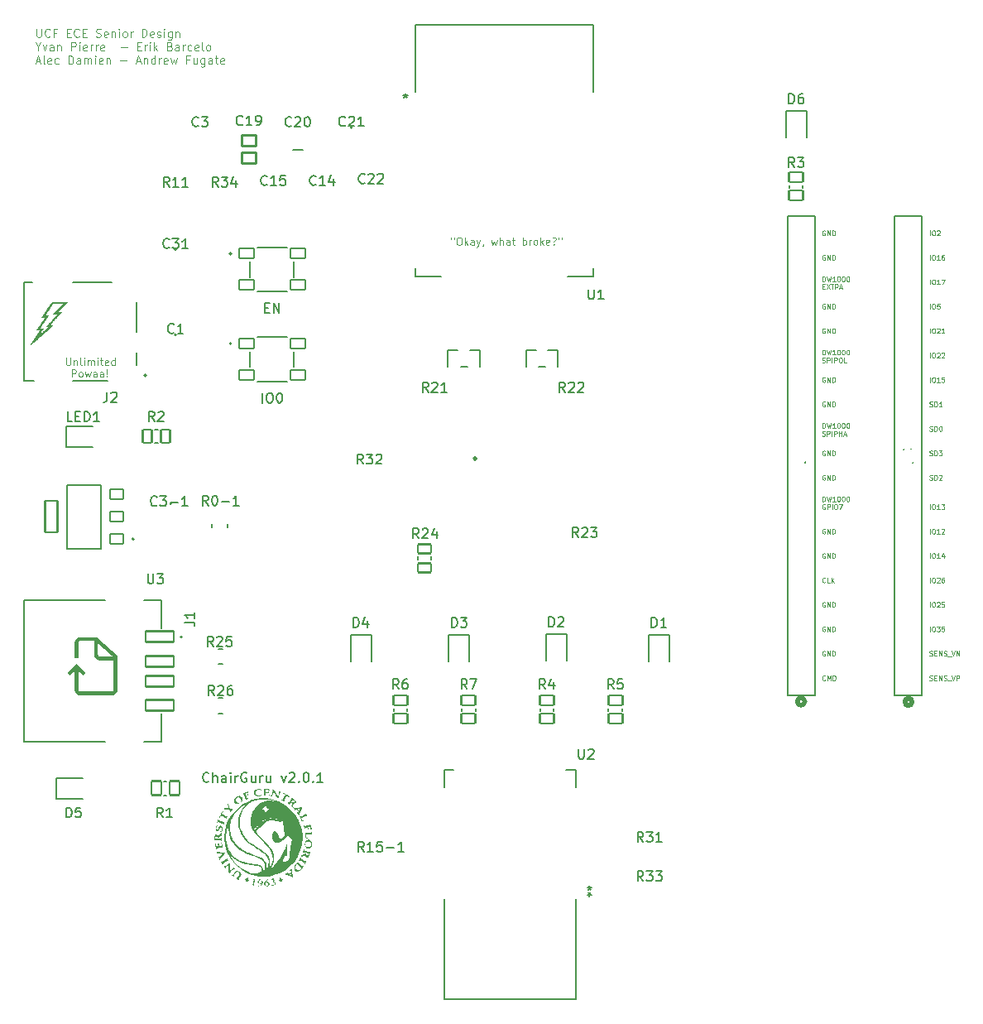
<source format=gbr>
%TF.GenerationSoftware,KiCad,Pcbnew,8.0.3*%
%TF.CreationDate,2024-10-11T11:20:33-04:00*%
%TF.ProjectId,G7 Senior Design V2,47372053-656e-4696-9f72-204465736967,rev?*%
%TF.SameCoordinates,Original*%
%TF.FileFunction,Legend,Top*%
%TF.FilePolarity,Positive*%
%FSLAX46Y46*%
G04 Gerber Fmt 4.6, Leading zero omitted, Abs format (unit mm)*
G04 Created by KiCad (PCBNEW 8.0.3) date 2024-10-11 11:20:33*
%MOMM*%
%LPD*%
G01*
G04 APERTURE LIST*
G04 Aperture macros list*
%AMRoundRect*
0 Rectangle with rounded corners*
0 $1 Rounding radius*
0 $2 $3 $4 $5 $6 $7 $8 $9 X,Y pos of 4 corners*
0 Add a 4 corners polygon primitive as box body*
4,1,4,$2,$3,$4,$5,$6,$7,$8,$9,$2,$3,0*
0 Add four circle primitives for the rounded corners*
1,1,$1+$1,$2,$3*
1,1,$1+$1,$4,$5*
1,1,$1+$1,$6,$7*
1,1,$1+$1,$8,$9*
0 Add four rect primitives between the rounded corners*
20,1,$1+$1,$2,$3,$4,$5,0*
20,1,$1+$1,$4,$5,$6,$7,0*
20,1,$1+$1,$6,$7,$8,$9,0*
20,1,$1+$1,$8,$9,$2,$3,0*%
G04 Aperture macros list end*
%ADD10C,0.100000*%
%ADD11C,0.150000*%
%ADD12C,0.254000*%
%ADD13C,0.152400*%
%ADD14C,0.508000*%
%ADD15C,0.200000*%
%ADD16C,0.127000*%
%ADD17C,0.000000*%
%ADD18C,0.250000*%
%ADD19R,1.346200X1.117600*%
%ADD20C,1.574800*%
%ADD21R,0.812800X1.346200*%
%ADD22R,1.400000X0.950000*%
%ADD23RoundRect,0.102000X-0.775000X-0.500000X0.775000X-0.500000X0.775000X0.500000X-0.775000X0.500000X0*%
%ADD24R,1.199998X1.005599*%
%ADD25R,1.219200X1.066800*%
%ADD26RoundRect,0.102000X0.710000X-0.500000X0.710000X0.500000X-0.710000X0.500000X-0.710000X-0.500000X0*%
%ADD27R,1.016000X1.193800*%
%ADD28C,1.300000*%
%ADD29O,3.204000X1.704000*%
%ADD30O,3.404000X1.804000*%
%ADD31RoundRect,0.102000X-0.735000X0.565000X-0.735000X-0.565000X0.735000X-0.565000X0.735000X0.565000X0*%
%ADD32R,2.438400X0.990600*%
%ADD33R,0.990600X2.438400*%
%ADD34RoundRect,0.102000X-1.440000X0.560000X-1.440000X-0.560000X1.440000X-0.560000X1.440000X0.560000X0*%
%ADD35C,3.580000*%
%ADD36RoundRect,0.102000X0.460000X0.690000X-0.460000X0.690000X-0.460000X-0.690000X0.460000X-0.690000X0*%
%ADD37R,0.950000X1.400000*%
%ADD38R,0.558800X1.219200*%
%ADD39RoundRect,0.102000X-0.690000X0.460000X-0.690000X-0.460000X0.690000X-0.460000X0.690000X0.460000X0*%
%ADD40RoundRect,0.102000X0.500000X0.710000X-0.500000X0.710000X-0.500000X-0.710000X0.500000X-0.710000X0*%
%ADD41R,1.390000X0.910000*%
%ADD42R,1.498600X0.889000*%
%ADD43R,0.889000X1.498600*%
%ADD44R,1.041400X1.041400*%
%ADD45RoundRect,0.085050X0.671950X0.481950X-0.671950X0.481950X-0.671950X-0.481950X0.671950X-0.481950X0*%
%ADD46RoundRect,0.113550X0.643450X1.608450X-0.643450X1.608450X-0.643450X-1.608450X0.643450X-1.608450X0*%
%ADD47R,1.193800X1.016000*%
%ADD48R,1.000000X0.300000*%
%ADD49R,0.300000X1.000000*%
%ADD50R,3.350000X3.350000*%
%ADD51R,1.346200X0.812800*%
G04 APERTURE END LIST*
D10*
X193161027Y-89409800D02*
X193232455Y-89433609D01*
X193232455Y-89433609D02*
X193351503Y-89433609D01*
X193351503Y-89433609D02*
X193399122Y-89409800D01*
X193399122Y-89409800D02*
X193422931Y-89385990D01*
X193422931Y-89385990D02*
X193446741Y-89338371D01*
X193446741Y-89338371D02*
X193446741Y-89290752D01*
X193446741Y-89290752D02*
X193422931Y-89243133D01*
X193422931Y-89243133D02*
X193399122Y-89219323D01*
X193399122Y-89219323D02*
X193351503Y-89195514D01*
X193351503Y-89195514D02*
X193256265Y-89171704D01*
X193256265Y-89171704D02*
X193208646Y-89147895D01*
X193208646Y-89147895D02*
X193184836Y-89124085D01*
X193184836Y-89124085D02*
X193161027Y-89076466D01*
X193161027Y-89076466D02*
X193161027Y-89028847D01*
X193161027Y-89028847D02*
X193184836Y-88981228D01*
X193184836Y-88981228D02*
X193208646Y-88957419D01*
X193208646Y-88957419D02*
X193256265Y-88933609D01*
X193256265Y-88933609D02*
X193375312Y-88933609D01*
X193375312Y-88933609D02*
X193446741Y-88957419D01*
X193661026Y-89433609D02*
X193661026Y-88933609D01*
X193661026Y-88933609D02*
X193780074Y-88933609D01*
X193780074Y-88933609D02*
X193851502Y-88957419D01*
X193851502Y-88957419D02*
X193899121Y-89005038D01*
X193899121Y-89005038D02*
X193922931Y-89052657D01*
X193922931Y-89052657D02*
X193946740Y-89147895D01*
X193946740Y-89147895D02*
X193946740Y-89219323D01*
X193946740Y-89219323D02*
X193922931Y-89314561D01*
X193922931Y-89314561D02*
X193899121Y-89362180D01*
X193899121Y-89362180D02*
X193851502Y-89409800D01*
X193851502Y-89409800D02*
X193780074Y-89433609D01*
X193780074Y-89433609D02*
X193661026Y-89433609D01*
X194422931Y-89433609D02*
X194137217Y-89433609D01*
X194280074Y-89433609D02*
X194280074Y-88933609D01*
X194280074Y-88933609D02*
X194232455Y-89005038D01*
X194232455Y-89005038D02*
X194184836Y-89052657D01*
X194184836Y-89052657D02*
X194137217Y-89076466D01*
X182446741Y-86457419D02*
X182399122Y-86433609D01*
X182399122Y-86433609D02*
X182327693Y-86433609D01*
X182327693Y-86433609D02*
X182256265Y-86457419D01*
X182256265Y-86457419D02*
X182208646Y-86505038D01*
X182208646Y-86505038D02*
X182184836Y-86552657D01*
X182184836Y-86552657D02*
X182161027Y-86647895D01*
X182161027Y-86647895D02*
X182161027Y-86719323D01*
X182161027Y-86719323D02*
X182184836Y-86814561D01*
X182184836Y-86814561D02*
X182208646Y-86862180D01*
X182208646Y-86862180D02*
X182256265Y-86909800D01*
X182256265Y-86909800D02*
X182327693Y-86933609D01*
X182327693Y-86933609D02*
X182375312Y-86933609D01*
X182375312Y-86933609D02*
X182446741Y-86909800D01*
X182446741Y-86909800D02*
X182470550Y-86885990D01*
X182470550Y-86885990D02*
X182470550Y-86719323D01*
X182470550Y-86719323D02*
X182375312Y-86719323D01*
X182684836Y-86933609D02*
X182684836Y-86433609D01*
X182684836Y-86433609D02*
X182970550Y-86933609D01*
X182970550Y-86933609D02*
X182970550Y-86433609D01*
X183208646Y-86933609D02*
X183208646Y-86433609D01*
X183208646Y-86433609D02*
X183327694Y-86433609D01*
X183327694Y-86433609D02*
X183399122Y-86457419D01*
X183399122Y-86457419D02*
X183446741Y-86505038D01*
X183446741Y-86505038D02*
X183470551Y-86552657D01*
X183470551Y-86552657D02*
X183494360Y-86647895D01*
X183494360Y-86647895D02*
X183494360Y-86719323D01*
X183494360Y-86719323D02*
X183470551Y-86814561D01*
X183470551Y-86814561D02*
X183446741Y-86862180D01*
X183446741Y-86862180D02*
X183399122Y-86909800D01*
X183399122Y-86909800D02*
X183327694Y-86933609D01*
X183327694Y-86933609D02*
X183208646Y-86933609D01*
X193184836Y-79433609D02*
X193184836Y-78933609D01*
X193518169Y-78933609D02*
X193613407Y-78933609D01*
X193613407Y-78933609D02*
X193661026Y-78957419D01*
X193661026Y-78957419D02*
X193708645Y-79005038D01*
X193708645Y-79005038D02*
X193732455Y-79100276D01*
X193732455Y-79100276D02*
X193732455Y-79266942D01*
X193732455Y-79266942D02*
X193708645Y-79362180D01*
X193708645Y-79362180D02*
X193661026Y-79409800D01*
X193661026Y-79409800D02*
X193613407Y-79433609D01*
X193613407Y-79433609D02*
X193518169Y-79433609D01*
X193518169Y-79433609D02*
X193470550Y-79409800D01*
X193470550Y-79409800D02*
X193422931Y-79362180D01*
X193422931Y-79362180D02*
X193399122Y-79266942D01*
X193399122Y-79266942D02*
X193399122Y-79100276D01*
X193399122Y-79100276D02*
X193422931Y-79005038D01*
X193422931Y-79005038D02*
X193470550Y-78957419D01*
X193470550Y-78957419D02*
X193518169Y-78933609D01*
X194184836Y-78933609D02*
X193946741Y-78933609D01*
X193946741Y-78933609D02*
X193922932Y-79171704D01*
X193922932Y-79171704D02*
X193946741Y-79147895D01*
X193946741Y-79147895D02*
X193994360Y-79124085D01*
X193994360Y-79124085D02*
X194113408Y-79124085D01*
X194113408Y-79124085D02*
X194161027Y-79147895D01*
X194161027Y-79147895D02*
X194184836Y-79171704D01*
X194184836Y-79171704D02*
X194208646Y-79219323D01*
X194208646Y-79219323D02*
X194208646Y-79338371D01*
X194208646Y-79338371D02*
X194184836Y-79385990D01*
X194184836Y-79385990D02*
X194161027Y-79409800D01*
X194161027Y-79409800D02*
X194113408Y-79433609D01*
X194113408Y-79433609D02*
X193994360Y-79433609D01*
X193994360Y-79433609D02*
X193946741Y-79409800D01*
X193946741Y-79409800D02*
X193922932Y-79385990D01*
X193184836Y-81933609D02*
X193184836Y-81433609D01*
X193518169Y-81433609D02*
X193613407Y-81433609D01*
X193613407Y-81433609D02*
X193661026Y-81457419D01*
X193661026Y-81457419D02*
X193708645Y-81505038D01*
X193708645Y-81505038D02*
X193732455Y-81600276D01*
X193732455Y-81600276D02*
X193732455Y-81766942D01*
X193732455Y-81766942D02*
X193708645Y-81862180D01*
X193708645Y-81862180D02*
X193661026Y-81909800D01*
X193661026Y-81909800D02*
X193613407Y-81933609D01*
X193613407Y-81933609D02*
X193518169Y-81933609D01*
X193518169Y-81933609D02*
X193470550Y-81909800D01*
X193470550Y-81909800D02*
X193422931Y-81862180D01*
X193422931Y-81862180D02*
X193399122Y-81766942D01*
X193399122Y-81766942D02*
X193399122Y-81600276D01*
X193399122Y-81600276D02*
X193422931Y-81505038D01*
X193422931Y-81505038D02*
X193470550Y-81457419D01*
X193470550Y-81457419D02*
X193518169Y-81433609D01*
X193922932Y-81481228D02*
X193946741Y-81457419D01*
X193946741Y-81457419D02*
X193994360Y-81433609D01*
X193994360Y-81433609D02*
X194113408Y-81433609D01*
X194113408Y-81433609D02*
X194161027Y-81457419D01*
X194161027Y-81457419D02*
X194184836Y-81481228D01*
X194184836Y-81481228D02*
X194208646Y-81528847D01*
X194208646Y-81528847D02*
X194208646Y-81576466D01*
X194208646Y-81576466D02*
X194184836Y-81647895D01*
X194184836Y-81647895D02*
X193899122Y-81933609D01*
X193899122Y-81933609D02*
X194208646Y-81933609D01*
X194684836Y-81933609D02*
X194399122Y-81933609D01*
X194541979Y-81933609D02*
X194541979Y-81433609D01*
X194541979Y-81433609D02*
X194494360Y-81505038D01*
X194494360Y-81505038D02*
X194446741Y-81552657D01*
X194446741Y-81552657D02*
X194399122Y-81576466D01*
X182446741Y-78957419D02*
X182399122Y-78933609D01*
X182399122Y-78933609D02*
X182327693Y-78933609D01*
X182327693Y-78933609D02*
X182256265Y-78957419D01*
X182256265Y-78957419D02*
X182208646Y-79005038D01*
X182208646Y-79005038D02*
X182184836Y-79052657D01*
X182184836Y-79052657D02*
X182161027Y-79147895D01*
X182161027Y-79147895D02*
X182161027Y-79219323D01*
X182161027Y-79219323D02*
X182184836Y-79314561D01*
X182184836Y-79314561D02*
X182208646Y-79362180D01*
X182208646Y-79362180D02*
X182256265Y-79409800D01*
X182256265Y-79409800D02*
X182327693Y-79433609D01*
X182327693Y-79433609D02*
X182375312Y-79433609D01*
X182375312Y-79433609D02*
X182446741Y-79409800D01*
X182446741Y-79409800D02*
X182470550Y-79385990D01*
X182470550Y-79385990D02*
X182470550Y-79219323D01*
X182470550Y-79219323D02*
X182375312Y-79219323D01*
X182684836Y-79433609D02*
X182684836Y-78933609D01*
X182684836Y-78933609D02*
X182970550Y-79433609D01*
X182970550Y-79433609D02*
X182970550Y-78933609D01*
X183208646Y-79433609D02*
X183208646Y-78933609D01*
X183208646Y-78933609D02*
X183327694Y-78933609D01*
X183327694Y-78933609D02*
X183399122Y-78957419D01*
X183399122Y-78957419D02*
X183446741Y-79005038D01*
X183446741Y-79005038D02*
X183470551Y-79052657D01*
X183470551Y-79052657D02*
X183494360Y-79147895D01*
X183494360Y-79147895D02*
X183494360Y-79219323D01*
X183494360Y-79219323D02*
X183470551Y-79314561D01*
X183470551Y-79314561D02*
X183446741Y-79362180D01*
X183446741Y-79362180D02*
X183399122Y-79409800D01*
X183399122Y-79409800D02*
X183327694Y-79433609D01*
X183327694Y-79433609D02*
X183208646Y-79433609D01*
X193184836Y-99933609D02*
X193184836Y-99433609D01*
X193518169Y-99433609D02*
X193613407Y-99433609D01*
X193613407Y-99433609D02*
X193661026Y-99457419D01*
X193661026Y-99457419D02*
X193708645Y-99505038D01*
X193708645Y-99505038D02*
X193732455Y-99600276D01*
X193732455Y-99600276D02*
X193732455Y-99766942D01*
X193732455Y-99766942D02*
X193708645Y-99862180D01*
X193708645Y-99862180D02*
X193661026Y-99909800D01*
X193661026Y-99909800D02*
X193613407Y-99933609D01*
X193613407Y-99933609D02*
X193518169Y-99933609D01*
X193518169Y-99933609D02*
X193470550Y-99909800D01*
X193470550Y-99909800D02*
X193422931Y-99862180D01*
X193422931Y-99862180D02*
X193399122Y-99766942D01*
X193399122Y-99766942D02*
X193399122Y-99600276D01*
X193399122Y-99600276D02*
X193422931Y-99505038D01*
X193422931Y-99505038D02*
X193470550Y-99457419D01*
X193470550Y-99457419D02*
X193518169Y-99433609D01*
X194208646Y-99933609D02*
X193922932Y-99933609D01*
X194065789Y-99933609D02*
X194065789Y-99433609D01*
X194065789Y-99433609D02*
X194018170Y-99505038D01*
X194018170Y-99505038D02*
X193970551Y-99552657D01*
X193970551Y-99552657D02*
X193922932Y-99576466D01*
X194375312Y-99433609D02*
X194684836Y-99433609D01*
X194684836Y-99433609D02*
X194518169Y-99624085D01*
X194518169Y-99624085D02*
X194589598Y-99624085D01*
X194589598Y-99624085D02*
X194637217Y-99647895D01*
X194637217Y-99647895D02*
X194661026Y-99671704D01*
X194661026Y-99671704D02*
X194684836Y-99719323D01*
X194684836Y-99719323D02*
X194684836Y-99838371D01*
X194684836Y-99838371D02*
X194661026Y-99885990D01*
X194661026Y-99885990D02*
X194637217Y-99909800D01*
X194637217Y-99909800D02*
X194589598Y-99933609D01*
X194589598Y-99933609D02*
X194446741Y-99933609D01*
X194446741Y-99933609D02*
X194399122Y-99909800D01*
X194399122Y-99909800D02*
X194375312Y-99885990D01*
X182446741Y-109457419D02*
X182399122Y-109433609D01*
X182399122Y-109433609D02*
X182327693Y-109433609D01*
X182327693Y-109433609D02*
X182256265Y-109457419D01*
X182256265Y-109457419D02*
X182208646Y-109505038D01*
X182208646Y-109505038D02*
X182184836Y-109552657D01*
X182184836Y-109552657D02*
X182161027Y-109647895D01*
X182161027Y-109647895D02*
X182161027Y-109719323D01*
X182161027Y-109719323D02*
X182184836Y-109814561D01*
X182184836Y-109814561D02*
X182208646Y-109862180D01*
X182208646Y-109862180D02*
X182256265Y-109909800D01*
X182256265Y-109909800D02*
X182327693Y-109933609D01*
X182327693Y-109933609D02*
X182375312Y-109933609D01*
X182375312Y-109933609D02*
X182446741Y-109909800D01*
X182446741Y-109909800D02*
X182470550Y-109885990D01*
X182470550Y-109885990D02*
X182470550Y-109719323D01*
X182470550Y-109719323D02*
X182375312Y-109719323D01*
X182684836Y-109933609D02*
X182684836Y-109433609D01*
X182684836Y-109433609D02*
X182970550Y-109933609D01*
X182970550Y-109933609D02*
X182970550Y-109433609D01*
X183208646Y-109933609D02*
X183208646Y-109433609D01*
X183208646Y-109433609D02*
X183327694Y-109433609D01*
X183327694Y-109433609D02*
X183399122Y-109457419D01*
X183399122Y-109457419D02*
X183446741Y-109505038D01*
X183446741Y-109505038D02*
X183470551Y-109552657D01*
X183470551Y-109552657D02*
X183494360Y-109647895D01*
X183494360Y-109647895D02*
X183494360Y-109719323D01*
X183494360Y-109719323D02*
X183470551Y-109814561D01*
X183470551Y-109814561D02*
X183446741Y-109862180D01*
X183446741Y-109862180D02*
X183399122Y-109909800D01*
X183399122Y-109909800D02*
X183327694Y-109933609D01*
X183327694Y-109933609D02*
X183208646Y-109933609D01*
X193184836Y-86933609D02*
X193184836Y-86433609D01*
X193518169Y-86433609D02*
X193613407Y-86433609D01*
X193613407Y-86433609D02*
X193661026Y-86457419D01*
X193661026Y-86457419D02*
X193708645Y-86505038D01*
X193708645Y-86505038D02*
X193732455Y-86600276D01*
X193732455Y-86600276D02*
X193732455Y-86766942D01*
X193732455Y-86766942D02*
X193708645Y-86862180D01*
X193708645Y-86862180D02*
X193661026Y-86909800D01*
X193661026Y-86909800D02*
X193613407Y-86933609D01*
X193613407Y-86933609D02*
X193518169Y-86933609D01*
X193518169Y-86933609D02*
X193470550Y-86909800D01*
X193470550Y-86909800D02*
X193422931Y-86862180D01*
X193422931Y-86862180D02*
X193399122Y-86766942D01*
X193399122Y-86766942D02*
X193399122Y-86600276D01*
X193399122Y-86600276D02*
X193422931Y-86505038D01*
X193422931Y-86505038D02*
X193470550Y-86457419D01*
X193470550Y-86457419D02*
X193518169Y-86433609D01*
X194208646Y-86933609D02*
X193922932Y-86933609D01*
X194065789Y-86933609D02*
X194065789Y-86433609D01*
X194065789Y-86433609D02*
X194018170Y-86505038D01*
X194018170Y-86505038D02*
X193970551Y-86552657D01*
X193970551Y-86552657D02*
X193922932Y-86576466D01*
X194661026Y-86433609D02*
X194422931Y-86433609D01*
X194422931Y-86433609D02*
X194399122Y-86671704D01*
X194399122Y-86671704D02*
X194422931Y-86647895D01*
X194422931Y-86647895D02*
X194470550Y-86624085D01*
X194470550Y-86624085D02*
X194589598Y-86624085D01*
X194589598Y-86624085D02*
X194637217Y-86647895D01*
X194637217Y-86647895D02*
X194661026Y-86671704D01*
X194661026Y-86671704D02*
X194684836Y-86719323D01*
X194684836Y-86719323D02*
X194684836Y-86838371D01*
X194684836Y-86838371D02*
X194661026Y-86885990D01*
X194661026Y-86885990D02*
X194637217Y-86909800D01*
X194637217Y-86909800D02*
X194589598Y-86933609D01*
X194589598Y-86933609D02*
X194470550Y-86933609D01*
X194470550Y-86933609D02*
X194422931Y-86909800D01*
X194422931Y-86909800D02*
X194399122Y-86885990D01*
X144208646Y-72153014D02*
X144208646Y-72295871D01*
X144494360Y-72153014D02*
X144494360Y-72295871D01*
X144958646Y-72153014D02*
X145101503Y-72153014D01*
X145101503Y-72153014D02*
X145172932Y-72188728D01*
X145172932Y-72188728D02*
X145244360Y-72260157D01*
X145244360Y-72260157D02*
X145280075Y-72403014D01*
X145280075Y-72403014D02*
X145280075Y-72653014D01*
X145280075Y-72653014D02*
X145244360Y-72795871D01*
X145244360Y-72795871D02*
X145172932Y-72867300D01*
X145172932Y-72867300D02*
X145101503Y-72903014D01*
X145101503Y-72903014D02*
X144958646Y-72903014D01*
X144958646Y-72903014D02*
X144887218Y-72867300D01*
X144887218Y-72867300D02*
X144815789Y-72795871D01*
X144815789Y-72795871D02*
X144780075Y-72653014D01*
X144780075Y-72653014D02*
X144780075Y-72403014D01*
X144780075Y-72403014D02*
X144815789Y-72260157D01*
X144815789Y-72260157D02*
X144887218Y-72188728D01*
X144887218Y-72188728D02*
X144958646Y-72153014D01*
X145601503Y-72903014D02*
X145601503Y-72153014D01*
X145672932Y-72617300D02*
X145887217Y-72903014D01*
X145887217Y-72403014D02*
X145601503Y-72688728D01*
X146530075Y-72903014D02*
X146530075Y-72510157D01*
X146530075Y-72510157D02*
X146494360Y-72438728D01*
X146494360Y-72438728D02*
X146422932Y-72403014D01*
X146422932Y-72403014D02*
X146280075Y-72403014D01*
X146280075Y-72403014D02*
X146208646Y-72438728D01*
X146530075Y-72867300D02*
X146458646Y-72903014D01*
X146458646Y-72903014D02*
X146280075Y-72903014D01*
X146280075Y-72903014D02*
X146208646Y-72867300D01*
X146208646Y-72867300D02*
X146172932Y-72795871D01*
X146172932Y-72795871D02*
X146172932Y-72724442D01*
X146172932Y-72724442D02*
X146208646Y-72653014D01*
X146208646Y-72653014D02*
X146280075Y-72617300D01*
X146280075Y-72617300D02*
X146458646Y-72617300D01*
X146458646Y-72617300D02*
X146530075Y-72581585D01*
X146815788Y-72403014D02*
X146994360Y-72903014D01*
X147172931Y-72403014D02*
X146994360Y-72903014D01*
X146994360Y-72903014D02*
X146922931Y-73081585D01*
X146922931Y-73081585D02*
X146887217Y-73117300D01*
X146887217Y-73117300D02*
X146815788Y-73153014D01*
X147494360Y-72867300D02*
X147494360Y-72903014D01*
X147494360Y-72903014D02*
X147458646Y-72974442D01*
X147458646Y-72974442D02*
X147422932Y-73010157D01*
X148315789Y-72403014D02*
X148458647Y-72903014D01*
X148458647Y-72903014D02*
X148601504Y-72545871D01*
X148601504Y-72545871D02*
X148744361Y-72903014D01*
X148744361Y-72903014D02*
X148887218Y-72403014D01*
X149172932Y-72903014D02*
X149172932Y-72153014D01*
X149494361Y-72903014D02*
X149494361Y-72510157D01*
X149494361Y-72510157D02*
X149458646Y-72438728D01*
X149458646Y-72438728D02*
X149387218Y-72403014D01*
X149387218Y-72403014D02*
X149280075Y-72403014D01*
X149280075Y-72403014D02*
X149208646Y-72438728D01*
X149208646Y-72438728D02*
X149172932Y-72474442D01*
X150172932Y-72903014D02*
X150172932Y-72510157D01*
X150172932Y-72510157D02*
X150137217Y-72438728D01*
X150137217Y-72438728D02*
X150065789Y-72403014D01*
X150065789Y-72403014D02*
X149922932Y-72403014D01*
X149922932Y-72403014D02*
X149851503Y-72438728D01*
X150172932Y-72867300D02*
X150101503Y-72903014D01*
X150101503Y-72903014D02*
X149922932Y-72903014D01*
X149922932Y-72903014D02*
X149851503Y-72867300D01*
X149851503Y-72867300D02*
X149815789Y-72795871D01*
X149815789Y-72795871D02*
X149815789Y-72724442D01*
X149815789Y-72724442D02*
X149851503Y-72653014D01*
X149851503Y-72653014D02*
X149922932Y-72617300D01*
X149922932Y-72617300D02*
X150101503Y-72617300D01*
X150101503Y-72617300D02*
X150172932Y-72581585D01*
X150422931Y-72403014D02*
X150708645Y-72403014D01*
X150530074Y-72153014D02*
X150530074Y-72795871D01*
X150530074Y-72795871D02*
X150565788Y-72867300D01*
X150565788Y-72867300D02*
X150637217Y-72903014D01*
X150637217Y-72903014D02*
X150708645Y-72903014D01*
X151530074Y-72903014D02*
X151530074Y-72153014D01*
X151530074Y-72438728D02*
X151601503Y-72403014D01*
X151601503Y-72403014D02*
X151744360Y-72403014D01*
X151744360Y-72403014D02*
X151815788Y-72438728D01*
X151815788Y-72438728D02*
X151851503Y-72474442D01*
X151851503Y-72474442D02*
X151887217Y-72545871D01*
X151887217Y-72545871D02*
X151887217Y-72760157D01*
X151887217Y-72760157D02*
X151851503Y-72831585D01*
X151851503Y-72831585D02*
X151815788Y-72867300D01*
X151815788Y-72867300D02*
X151744360Y-72903014D01*
X151744360Y-72903014D02*
X151601503Y-72903014D01*
X151601503Y-72903014D02*
X151530074Y-72867300D01*
X152208645Y-72903014D02*
X152208645Y-72403014D01*
X152208645Y-72545871D02*
X152244359Y-72474442D01*
X152244359Y-72474442D02*
X152280074Y-72438728D01*
X152280074Y-72438728D02*
X152351502Y-72403014D01*
X152351502Y-72403014D02*
X152422931Y-72403014D01*
X152780074Y-72903014D02*
X152708645Y-72867300D01*
X152708645Y-72867300D02*
X152672931Y-72831585D01*
X152672931Y-72831585D02*
X152637217Y-72760157D01*
X152637217Y-72760157D02*
X152637217Y-72545871D01*
X152637217Y-72545871D02*
X152672931Y-72474442D01*
X152672931Y-72474442D02*
X152708645Y-72438728D01*
X152708645Y-72438728D02*
X152780074Y-72403014D01*
X152780074Y-72403014D02*
X152887217Y-72403014D01*
X152887217Y-72403014D02*
X152958645Y-72438728D01*
X152958645Y-72438728D02*
X152994360Y-72474442D01*
X152994360Y-72474442D02*
X153030074Y-72545871D01*
X153030074Y-72545871D02*
X153030074Y-72760157D01*
X153030074Y-72760157D02*
X152994360Y-72831585D01*
X152994360Y-72831585D02*
X152958645Y-72867300D01*
X152958645Y-72867300D02*
X152887217Y-72903014D01*
X152887217Y-72903014D02*
X152780074Y-72903014D01*
X153351502Y-72903014D02*
X153351502Y-72153014D01*
X153422931Y-72617300D02*
X153637216Y-72903014D01*
X153637216Y-72403014D02*
X153351502Y-72688728D01*
X154244359Y-72867300D02*
X154172931Y-72903014D01*
X154172931Y-72903014D02*
X154030074Y-72903014D01*
X154030074Y-72903014D02*
X153958645Y-72867300D01*
X153958645Y-72867300D02*
X153922931Y-72795871D01*
X153922931Y-72795871D02*
X153922931Y-72510157D01*
X153922931Y-72510157D02*
X153958645Y-72438728D01*
X153958645Y-72438728D02*
X154030074Y-72403014D01*
X154030074Y-72403014D02*
X154172931Y-72403014D01*
X154172931Y-72403014D02*
X154244359Y-72438728D01*
X154244359Y-72438728D02*
X154280074Y-72510157D01*
X154280074Y-72510157D02*
X154280074Y-72581585D01*
X154280074Y-72581585D02*
X153922931Y-72653014D01*
X154708645Y-72831585D02*
X154744359Y-72867300D01*
X154744359Y-72867300D02*
X154708645Y-72903014D01*
X154708645Y-72903014D02*
X154672931Y-72867300D01*
X154672931Y-72867300D02*
X154708645Y-72831585D01*
X154708645Y-72831585D02*
X154708645Y-72903014D01*
X154565788Y-72188728D02*
X154637216Y-72153014D01*
X154637216Y-72153014D02*
X154815788Y-72153014D01*
X154815788Y-72153014D02*
X154887216Y-72188728D01*
X154887216Y-72188728D02*
X154922931Y-72260157D01*
X154922931Y-72260157D02*
X154922931Y-72331585D01*
X154922931Y-72331585D02*
X154887216Y-72403014D01*
X154887216Y-72403014D02*
X154851502Y-72438728D01*
X154851502Y-72438728D02*
X154780073Y-72474442D01*
X154780073Y-72474442D02*
X154744359Y-72510157D01*
X154744359Y-72510157D02*
X154708645Y-72581585D01*
X154708645Y-72581585D02*
X154708645Y-72617300D01*
X155208645Y-72153014D02*
X155208645Y-72295871D01*
X155494359Y-72153014D02*
X155494359Y-72295871D01*
X182446741Y-88957419D02*
X182399122Y-88933609D01*
X182399122Y-88933609D02*
X182327693Y-88933609D01*
X182327693Y-88933609D02*
X182256265Y-88957419D01*
X182256265Y-88957419D02*
X182208646Y-89005038D01*
X182208646Y-89005038D02*
X182184836Y-89052657D01*
X182184836Y-89052657D02*
X182161027Y-89147895D01*
X182161027Y-89147895D02*
X182161027Y-89219323D01*
X182161027Y-89219323D02*
X182184836Y-89314561D01*
X182184836Y-89314561D02*
X182208646Y-89362180D01*
X182208646Y-89362180D02*
X182256265Y-89409800D01*
X182256265Y-89409800D02*
X182327693Y-89433609D01*
X182327693Y-89433609D02*
X182375312Y-89433609D01*
X182375312Y-89433609D02*
X182446741Y-89409800D01*
X182446741Y-89409800D02*
X182470550Y-89385990D01*
X182470550Y-89385990D02*
X182470550Y-89219323D01*
X182470550Y-89219323D02*
X182375312Y-89219323D01*
X182684836Y-89433609D02*
X182684836Y-88933609D01*
X182684836Y-88933609D02*
X182970550Y-89433609D01*
X182970550Y-89433609D02*
X182970550Y-88933609D01*
X183208646Y-89433609D02*
X183208646Y-88933609D01*
X183208646Y-88933609D02*
X183327694Y-88933609D01*
X183327694Y-88933609D02*
X183399122Y-88957419D01*
X183399122Y-88957419D02*
X183446741Y-89005038D01*
X183446741Y-89005038D02*
X183470551Y-89052657D01*
X183470551Y-89052657D02*
X183494360Y-89147895D01*
X183494360Y-89147895D02*
X183494360Y-89219323D01*
X183494360Y-89219323D02*
X183470551Y-89314561D01*
X183470551Y-89314561D02*
X183446741Y-89362180D01*
X183446741Y-89362180D02*
X183399122Y-89409800D01*
X183399122Y-89409800D02*
X183327694Y-89433609D01*
X183327694Y-89433609D02*
X183208646Y-89433609D01*
X182446741Y-114457419D02*
X182399122Y-114433609D01*
X182399122Y-114433609D02*
X182327693Y-114433609D01*
X182327693Y-114433609D02*
X182256265Y-114457419D01*
X182256265Y-114457419D02*
X182208646Y-114505038D01*
X182208646Y-114505038D02*
X182184836Y-114552657D01*
X182184836Y-114552657D02*
X182161027Y-114647895D01*
X182161027Y-114647895D02*
X182161027Y-114719323D01*
X182161027Y-114719323D02*
X182184836Y-114814561D01*
X182184836Y-114814561D02*
X182208646Y-114862180D01*
X182208646Y-114862180D02*
X182256265Y-114909800D01*
X182256265Y-114909800D02*
X182327693Y-114933609D01*
X182327693Y-114933609D02*
X182375312Y-114933609D01*
X182375312Y-114933609D02*
X182446741Y-114909800D01*
X182446741Y-114909800D02*
X182470550Y-114885990D01*
X182470550Y-114885990D02*
X182470550Y-114719323D01*
X182470550Y-114719323D02*
X182375312Y-114719323D01*
X182684836Y-114933609D02*
X182684836Y-114433609D01*
X182684836Y-114433609D02*
X182970550Y-114933609D01*
X182970550Y-114933609D02*
X182970550Y-114433609D01*
X183208646Y-114933609D02*
X183208646Y-114433609D01*
X183208646Y-114433609D02*
X183327694Y-114433609D01*
X183327694Y-114433609D02*
X183399122Y-114457419D01*
X183399122Y-114457419D02*
X183446741Y-114505038D01*
X183446741Y-114505038D02*
X183470551Y-114552657D01*
X183470551Y-114552657D02*
X183494360Y-114647895D01*
X183494360Y-114647895D02*
X183494360Y-114719323D01*
X183494360Y-114719323D02*
X183470551Y-114814561D01*
X183470551Y-114814561D02*
X183446741Y-114862180D01*
X183446741Y-114862180D02*
X183399122Y-114909800D01*
X183399122Y-114909800D02*
X183327694Y-114933609D01*
X183327694Y-114933609D02*
X183208646Y-114933609D01*
X182446741Y-93957419D02*
X182399122Y-93933609D01*
X182399122Y-93933609D02*
X182327693Y-93933609D01*
X182327693Y-93933609D02*
X182256265Y-93957419D01*
X182256265Y-93957419D02*
X182208646Y-94005038D01*
X182208646Y-94005038D02*
X182184836Y-94052657D01*
X182184836Y-94052657D02*
X182161027Y-94147895D01*
X182161027Y-94147895D02*
X182161027Y-94219323D01*
X182161027Y-94219323D02*
X182184836Y-94314561D01*
X182184836Y-94314561D02*
X182208646Y-94362180D01*
X182208646Y-94362180D02*
X182256265Y-94409800D01*
X182256265Y-94409800D02*
X182327693Y-94433609D01*
X182327693Y-94433609D02*
X182375312Y-94433609D01*
X182375312Y-94433609D02*
X182446741Y-94409800D01*
X182446741Y-94409800D02*
X182470550Y-94385990D01*
X182470550Y-94385990D02*
X182470550Y-94219323D01*
X182470550Y-94219323D02*
X182375312Y-94219323D01*
X182684836Y-94433609D02*
X182684836Y-93933609D01*
X182684836Y-93933609D02*
X182970550Y-94433609D01*
X182970550Y-94433609D02*
X182970550Y-93933609D01*
X183208646Y-94433609D02*
X183208646Y-93933609D01*
X183208646Y-93933609D02*
X183327694Y-93933609D01*
X183327694Y-93933609D02*
X183399122Y-93957419D01*
X183399122Y-93957419D02*
X183446741Y-94005038D01*
X183446741Y-94005038D02*
X183470551Y-94052657D01*
X183470551Y-94052657D02*
X183494360Y-94147895D01*
X183494360Y-94147895D02*
X183494360Y-94219323D01*
X183494360Y-94219323D02*
X183470551Y-94314561D01*
X183470551Y-94314561D02*
X183446741Y-94362180D01*
X183446741Y-94362180D02*
X183399122Y-94409800D01*
X183399122Y-94409800D02*
X183327694Y-94433609D01*
X183327694Y-94433609D02*
X183208646Y-94433609D01*
D11*
X119408207Y-127774580D02*
X119360588Y-127822200D01*
X119360588Y-127822200D02*
X119217731Y-127869819D01*
X119217731Y-127869819D02*
X119122493Y-127869819D01*
X119122493Y-127869819D02*
X118979636Y-127822200D01*
X118979636Y-127822200D02*
X118884398Y-127726961D01*
X118884398Y-127726961D02*
X118836779Y-127631723D01*
X118836779Y-127631723D02*
X118789160Y-127441247D01*
X118789160Y-127441247D02*
X118789160Y-127298390D01*
X118789160Y-127298390D02*
X118836779Y-127107914D01*
X118836779Y-127107914D02*
X118884398Y-127012676D01*
X118884398Y-127012676D02*
X118979636Y-126917438D01*
X118979636Y-126917438D02*
X119122493Y-126869819D01*
X119122493Y-126869819D02*
X119217731Y-126869819D01*
X119217731Y-126869819D02*
X119360588Y-126917438D01*
X119360588Y-126917438D02*
X119408207Y-126965057D01*
X119836779Y-127869819D02*
X119836779Y-126869819D01*
X120265350Y-127869819D02*
X120265350Y-127346009D01*
X120265350Y-127346009D02*
X120217731Y-127250771D01*
X120217731Y-127250771D02*
X120122493Y-127203152D01*
X120122493Y-127203152D02*
X119979636Y-127203152D01*
X119979636Y-127203152D02*
X119884398Y-127250771D01*
X119884398Y-127250771D02*
X119836779Y-127298390D01*
X121170112Y-127869819D02*
X121170112Y-127346009D01*
X121170112Y-127346009D02*
X121122493Y-127250771D01*
X121122493Y-127250771D02*
X121027255Y-127203152D01*
X121027255Y-127203152D02*
X120836779Y-127203152D01*
X120836779Y-127203152D02*
X120741541Y-127250771D01*
X121170112Y-127822200D02*
X121074874Y-127869819D01*
X121074874Y-127869819D02*
X120836779Y-127869819D01*
X120836779Y-127869819D02*
X120741541Y-127822200D01*
X120741541Y-127822200D02*
X120693922Y-127726961D01*
X120693922Y-127726961D02*
X120693922Y-127631723D01*
X120693922Y-127631723D02*
X120741541Y-127536485D01*
X120741541Y-127536485D02*
X120836779Y-127488866D01*
X120836779Y-127488866D02*
X121074874Y-127488866D01*
X121074874Y-127488866D02*
X121170112Y-127441247D01*
X121646303Y-127869819D02*
X121646303Y-127203152D01*
X121646303Y-126869819D02*
X121598684Y-126917438D01*
X121598684Y-126917438D02*
X121646303Y-126965057D01*
X121646303Y-126965057D02*
X121693922Y-126917438D01*
X121693922Y-126917438D02*
X121646303Y-126869819D01*
X121646303Y-126869819D02*
X121646303Y-126965057D01*
X122122493Y-127869819D02*
X122122493Y-127203152D01*
X122122493Y-127393628D02*
X122170112Y-127298390D01*
X122170112Y-127298390D02*
X122217731Y-127250771D01*
X122217731Y-127250771D02*
X122312969Y-127203152D01*
X122312969Y-127203152D02*
X122408207Y-127203152D01*
X123265350Y-126917438D02*
X123170112Y-126869819D01*
X123170112Y-126869819D02*
X123027255Y-126869819D01*
X123027255Y-126869819D02*
X122884398Y-126917438D01*
X122884398Y-126917438D02*
X122789160Y-127012676D01*
X122789160Y-127012676D02*
X122741541Y-127107914D01*
X122741541Y-127107914D02*
X122693922Y-127298390D01*
X122693922Y-127298390D02*
X122693922Y-127441247D01*
X122693922Y-127441247D02*
X122741541Y-127631723D01*
X122741541Y-127631723D02*
X122789160Y-127726961D01*
X122789160Y-127726961D02*
X122884398Y-127822200D01*
X122884398Y-127822200D02*
X123027255Y-127869819D01*
X123027255Y-127869819D02*
X123122493Y-127869819D01*
X123122493Y-127869819D02*
X123265350Y-127822200D01*
X123265350Y-127822200D02*
X123312969Y-127774580D01*
X123312969Y-127774580D02*
X123312969Y-127441247D01*
X123312969Y-127441247D02*
X123122493Y-127441247D01*
X124170112Y-127203152D02*
X124170112Y-127869819D01*
X123741541Y-127203152D02*
X123741541Y-127726961D01*
X123741541Y-127726961D02*
X123789160Y-127822200D01*
X123789160Y-127822200D02*
X123884398Y-127869819D01*
X123884398Y-127869819D02*
X124027255Y-127869819D01*
X124027255Y-127869819D02*
X124122493Y-127822200D01*
X124122493Y-127822200D02*
X124170112Y-127774580D01*
X124646303Y-127869819D02*
X124646303Y-127203152D01*
X124646303Y-127393628D02*
X124693922Y-127298390D01*
X124693922Y-127298390D02*
X124741541Y-127250771D01*
X124741541Y-127250771D02*
X124836779Y-127203152D01*
X124836779Y-127203152D02*
X124932017Y-127203152D01*
X125693922Y-127203152D02*
X125693922Y-127869819D01*
X125265351Y-127203152D02*
X125265351Y-127726961D01*
X125265351Y-127726961D02*
X125312970Y-127822200D01*
X125312970Y-127822200D02*
X125408208Y-127869819D01*
X125408208Y-127869819D02*
X125551065Y-127869819D01*
X125551065Y-127869819D02*
X125646303Y-127822200D01*
X125646303Y-127822200D02*
X125693922Y-127774580D01*
X126836780Y-127203152D02*
X127074875Y-127869819D01*
X127074875Y-127869819D02*
X127312970Y-127203152D01*
X127646304Y-126965057D02*
X127693923Y-126917438D01*
X127693923Y-126917438D02*
X127789161Y-126869819D01*
X127789161Y-126869819D02*
X128027256Y-126869819D01*
X128027256Y-126869819D02*
X128122494Y-126917438D01*
X128122494Y-126917438D02*
X128170113Y-126965057D01*
X128170113Y-126965057D02*
X128217732Y-127060295D01*
X128217732Y-127060295D02*
X128217732Y-127155533D01*
X128217732Y-127155533D02*
X128170113Y-127298390D01*
X128170113Y-127298390D02*
X127598685Y-127869819D01*
X127598685Y-127869819D02*
X128217732Y-127869819D01*
X128646304Y-127774580D02*
X128693923Y-127822200D01*
X128693923Y-127822200D02*
X128646304Y-127869819D01*
X128646304Y-127869819D02*
X128598685Y-127822200D01*
X128598685Y-127822200D02*
X128646304Y-127774580D01*
X128646304Y-127774580D02*
X128646304Y-127869819D01*
X129312970Y-126869819D02*
X129408208Y-126869819D01*
X129408208Y-126869819D02*
X129503446Y-126917438D01*
X129503446Y-126917438D02*
X129551065Y-126965057D01*
X129551065Y-126965057D02*
X129598684Y-127060295D01*
X129598684Y-127060295D02*
X129646303Y-127250771D01*
X129646303Y-127250771D02*
X129646303Y-127488866D01*
X129646303Y-127488866D02*
X129598684Y-127679342D01*
X129598684Y-127679342D02*
X129551065Y-127774580D01*
X129551065Y-127774580D02*
X129503446Y-127822200D01*
X129503446Y-127822200D02*
X129408208Y-127869819D01*
X129408208Y-127869819D02*
X129312970Y-127869819D01*
X129312970Y-127869819D02*
X129217732Y-127822200D01*
X129217732Y-127822200D02*
X129170113Y-127774580D01*
X129170113Y-127774580D02*
X129122494Y-127679342D01*
X129122494Y-127679342D02*
X129074875Y-127488866D01*
X129074875Y-127488866D02*
X129074875Y-127250771D01*
X129074875Y-127250771D02*
X129122494Y-127060295D01*
X129122494Y-127060295D02*
X129170113Y-126965057D01*
X129170113Y-126965057D02*
X129217732Y-126917438D01*
X129217732Y-126917438D02*
X129312970Y-126869819D01*
X130074875Y-127774580D02*
X130122494Y-127822200D01*
X130122494Y-127822200D02*
X130074875Y-127869819D01*
X130074875Y-127869819D02*
X130027256Y-127822200D01*
X130027256Y-127822200D02*
X130074875Y-127774580D01*
X130074875Y-127774580D02*
X130074875Y-127869819D01*
X131074874Y-127869819D02*
X130503446Y-127869819D01*
X130789160Y-127869819D02*
X130789160Y-126869819D01*
X130789160Y-126869819D02*
X130693922Y-127012676D01*
X130693922Y-127012676D02*
X130598684Y-127107914D01*
X130598684Y-127107914D02*
X130503446Y-127155533D01*
D10*
X182446741Y-71457419D02*
X182399122Y-71433609D01*
X182399122Y-71433609D02*
X182327693Y-71433609D01*
X182327693Y-71433609D02*
X182256265Y-71457419D01*
X182256265Y-71457419D02*
X182208646Y-71505038D01*
X182208646Y-71505038D02*
X182184836Y-71552657D01*
X182184836Y-71552657D02*
X182161027Y-71647895D01*
X182161027Y-71647895D02*
X182161027Y-71719323D01*
X182161027Y-71719323D02*
X182184836Y-71814561D01*
X182184836Y-71814561D02*
X182208646Y-71862180D01*
X182208646Y-71862180D02*
X182256265Y-71909800D01*
X182256265Y-71909800D02*
X182327693Y-71933609D01*
X182327693Y-71933609D02*
X182375312Y-71933609D01*
X182375312Y-71933609D02*
X182446741Y-71909800D01*
X182446741Y-71909800D02*
X182470550Y-71885990D01*
X182470550Y-71885990D02*
X182470550Y-71719323D01*
X182470550Y-71719323D02*
X182375312Y-71719323D01*
X182684836Y-71933609D02*
X182684836Y-71433609D01*
X182684836Y-71433609D02*
X182970550Y-71933609D01*
X182970550Y-71933609D02*
X182970550Y-71433609D01*
X183208646Y-71933609D02*
X183208646Y-71433609D01*
X183208646Y-71433609D02*
X183327694Y-71433609D01*
X183327694Y-71433609D02*
X183399122Y-71457419D01*
X183399122Y-71457419D02*
X183446741Y-71505038D01*
X183446741Y-71505038D02*
X183470551Y-71552657D01*
X183470551Y-71552657D02*
X183494360Y-71647895D01*
X183494360Y-71647895D02*
X183494360Y-71719323D01*
X183494360Y-71719323D02*
X183470551Y-71814561D01*
X183470551Y-71814561D02*
X183446741Y-71862180D01*
X183446741Y-71862180D02*
X183399122Y-71909800D01*
X183399122Y-71909800D02*
X183327694Y-71933609D01*
X183327694Y-71933609D02*
X183208646Y-71933609D01*
X182446741Y-73957419D02*
X182399122Y-73933609D01*
X182399122Y-73933609D02*
X182327693Y-73933609D01*
X182327693Y-73933609D02*
X182256265Y-73957419D01*
X182256265Y-73957419D02*
X182208646Y-74005038D01*
X182208646Y-74005038D02*
X182184836Y-74052657D01*
X182184836Y-74052657D02*
X182161027Y-74147895D01*
X182161027Y-74147895D02*
X182161027Y-74219323D01*
X182161027Y-74219323D02*
X182184836Y-74314561D01*
X182184836Y-74314561D02*
X182208646Y-74362180D01*
X182208646Y-74362180D02*
X182256265Y-74409800D01*
X182256265Y-74409800D02*
X182327693Y-74433609D01*
X182327693Y-74433609D02*
X182375312Y-74433609D01*
X182375312Y-74433609D02*
X182446741Y-74409800D01*
X182446741Y-74409800D02*
X182470550Y-74385990D01*
X182470550Y-74385990D02*
X182470550Y-74219323D01*
X182470550Y-74219323D02*
X182375312Y-74219323D01*
X182684836Y-74433609D02*
X182684836Y-73933609D01*
X182684836Y-73933609D02*
X182970550Y-74433609D01*
X182970550Y-74433609D02*
X182970550Y-73933609D01*
X183208646Y-74433609D02*
X183208646Y-73933609D01*
X183208646Y-73933609D02*
X183327694Y-73933609D01*
X183327694Y-73933609D02*
X183399122Y-73957419D01*
X183399122Y-73957419D02*
X183446741Y-74005038D01*
X183446741Y-74005038D02*
X183470551Y-74052657D01*
X183470551Y-74052657D02*
X183494360Y-74147895D01*
X183494360Y-74147895D02*
X183494360Y-74219323D01*
X183494360Y-74219323D02*
X183470551Y-74314561D01*
X183470551Y-74314561D02*
X183446741Y-74362180D01*
X183446741Y-74362180D02*
X183399122Y-74409800D01*
X183399122Y-74409800D02*
X183327694Y-74433609D01*
X183327694Y-74433609D02*
X183208646Y-74433609D01*
X182184836Y-76628637D02*
X182184836Y-76128637D01*
X182184836Y-76128637D02*
X182303884Y-76128637D01*
X182303884Y-76128637D02*
X182375312Y-76152447D01*
X182375312Y-76152447D02*
X182422931Y-76200066D01*
X182422931Y-76200066D02*
X182446741Y-76247685D01*
X182446741Y-76247685D02*
X182470550Y-76342923D01*
X182470550Y-76342923D02*
X182470550Y-76414351D01*
X182470550Y-76414351D02*
X182446741Y-76509589D01*
X182446741Y-76509589D02*
X182422931Y-76557208D01*
X182422931Y-76557208D02*
X182375312Y-76604828D01*
X182375312Y-76604828D02*
X182303884Y-76628637D01*
X182303884Y-76628637D02*
X182184836Y-76628637D01*
X182637217Y-76128637D02*
X182756265Y-76628637D01*
X182756265Y-76628637D02*
X182851503Y-76271494D01*
X182851503Y-76271494D02*
X182946741Y-76628637D01*
X182946741Y-76628637D02*
X183065789Y-76128637D01*
X183518170Y-76628637D02*
X183232456Y-76628637D01*
X183375313Y-76628637D02*
X183375313Y-76128637D01*
X183375313Y-76128637D02*
X183327694Y-76200066D01*
X183327694Y-76200066D02*
X183280075Y-76247685D01*
X183280075Y-76247685D02*
X183232456Y-76271494D01*
X183827693Y-76128637D02*
X183875312Y-76128637D01*
X183875312Y-76128637D02*
X183922931Y-76152447D01*
X183922931Y-76152447D02*
X183946741Y-76176256D01*
X183946741Y-76176256D02*
X183970550Y-76223875D01*
X183970550Y-76223875D02*
X183994360Y-76319113D01*
X183994360Y-76319113D02*
X183994360Y-76438161D01*
X183994360Y-76438161D02*
X183970550Y-76533399D01*
X183970550Y-76533399D02*
X183946741Y-76581018D01*
X183946741Y-76581018D02*
X183922931Y-76604828D01*
X183922931Y-76604828D02*
X183875312Y-76628637D01*
X183875312Y-76628637D02*
X183827693Y-76628637D01*
X183827693Y-76628637D02*
X183780074Y-76604828D01*
X183780074Y-76604828D02*
X183756265Y-76581018D01*
X183756265Y-76581018D02*
X183732455Y-76533399D01*
X183732455Y-76533399D02*
X183708646Y-76438161D01*
X183708646Y-76438161D02*
X183708646Y-76319113D01*
X183708646Y-76319113D02*
X183732455Y-76223875D01*
X183732455Y-76223875D02*
X183756265Y-76176256D01*
X183756265Y-76176256D02*
X183780074Y-76152447D01*
X183780074Y-76152447D02*
X183827693Y-76128637D01*
X184303883Y-76128637D02*
X184351502Y-76128637D01*
X184351502Y-76128637D02*
X184399121Y-76152447D01*
X184399121Y-76152447D02*
X184422931Y-76176256D01*
X184422931Y-76176256D02*
X184446740Y-76223875D01*
X184446740Y-76223875D02*
X184470550Y-76319113D01*
X184470550Y-76319113D02*
X184470550Y-76438161D01*
X184470550Y-76438161D02*
X184446740Y-76533399D01*
X184446740Y-76533399D02*
X184422931Y-76581018D01*
X184422931Y-76581018D02*
X184399121Y-76604828D01*
X184399121Y-76604828D02*
X184351502Y-76628637D01*
X184351502Y-76628637D02*
X184303883Y-76628637D01*
X184303883Y-76628637D02*
X184256264Y-76604828D01*
X184256264Y-76604828D02*
X184232455Y-76581018D01*
X184232455Y-76581018D02*
X184208645Y-76533399D01*
X184208645Y-76533399D02*
X184184836Y-76438161D01*
X184184836Y-76438161D02*
X184184836Y-76319113D01*
X184184836Y-76319113D02*
X184208645Y-76223875D01*
X184208645Y-76223875D02*
X184232455Y-76176256D01*
X184232455Y-76176256D02*
X184256264Y-76152447D01*
X184256264Y-76152447D02*
X184303883Y-76128637D01*
X184780073Y-76128637D02*
X184827692Y-76128637D01*
X184827692Y-76128637D02*
X184875311Y-76152447D01*
X184875311Y-76152447D02*
X184899121Y-76176256D01*
X184899121Y-76176256D02*
X184922930Y-76223875D01*
X184922930Y-76223875D02*
X184946740Y-76319113D01*
X184946740Y-76319113D02*
X184946740Y-76438161D01*
X184946740Y-76438161D02*
X184922930Y-76533399D01*
X184922930Y-76533399D02*
X184899121Y-76581018D01*
X184899121Y-76581018D02*
X184875311Y-76604828D01*
X184875311Y-76604828D02*
X184827692Y-76628637D01*
X184827692Y-76628637D02*
X184780073Y-76628637D01*
X184780073Y-76628637D02*
X184732454Y-76604828D01*
X184732454Y-76604828D02*
X184708645Y-76581018D01*
X184708645Y-76581018D02*
X184684835Y-76533399D01*
X184684835Y-76533399D02*
X184661026Y-76438161D01*
X184661026Y-76438161D02*
X184661026Y-76319113D01*
X184661026Y-76319113D02*
X184684835Y-76223875D01*
X184684835Y-76223875D02*
X184708645Y-76176256D01*
X184708645Y-76176256D02*
X184732454Y-76152447D01*
X184732454Y-76152447D02*
X184780073Y-76128637D01*
X182184836Y-77171704D02*
X182351503Y-77171704D01*
X182422931Y-77433609D02*
X182184836Y-77433609D01*
X182184836Y-77433609D02*
X182184836Y-76933609D01*
X182184836Y-76933609D02*
X182422931Y-76933609D01*
X182589598Y-76933609D02*
X182922931Y-77433609D01*
X182922931Y-76933609D02*
X182589598Y-77433609D01*
X183041979Y-76933609D02*
X183327693Y-76933609D01*
X183184836Y-77433609D02*
X183184836Y-76933609D01*
X183494359Y-77433609D02*
X183494359Y-76933609D01*
X183494359Y-76933609D02*
X183684835Y-76933609D01*
X183684835Y-76933609D02*
X183732454Y-76957419D01*
X183732454Y-76957419D02*
X183756264Y-76981228D01*
X183756264Y-76981228D02*
X183780073Y-77028847D01*
X183780073Y-77028847D02*
X183780073Y-77100276D01*
X183780073Y-77100276D02*
X183756264Y-77147895D01*
X183756264Y-77147895D02*
X183732454Y-77171704D01*
X183732454Y-77171704D02*
X183684835Y-77195514D01*
X183684835Y-77195514D02*
X183494359Y-77195514D01*
X183970550Y-77290752D02*
X184208645Y-77290752D01*
X183922931Y-77433609D02*
X184089597Y-76933609D01*
X184089597Y-76933609D02*
X184256264Y-77433609D01*
X193161027Y-114909800D02*
X193232455Y-114933609D01*
X193232455Y-114933609D02*
X193351503Y-114933609D01*
X193351503Y-114933609D02*
X193399122Y-114909800D01*
X193399122Y-114909800D02*
X193422931Y-114885990D01*
X193422931Y-114885990D02*
X193446741Y-114838371D01*
X193446741Y-114838371D02*
X193446741Y-114790752D01*
X193446741Y-114790752D02*
X193422931Y-114743133D01*
X193422931Y-114743133D02*
X193399122Y-114719323D01*
X193399122Y-114719323D02*
X193351503Y-114695514D01*
X193351503Y-114695514D02*
X193256265Y-114671704D01*
X193256265Y-114671704D02*
X193208646Y-114647895D01*
X193208646Y-114647895D02*
X193184836Y-114624085D01*
X193184836Y-114624085D02*
X193161027Y-114576466D01*
X193161027Y-114576466D02*
X193161027Y-114528847D01*
X193161027Y-114528847D02*
X193184836Y-114481228D01*
X193184836Y-114481228D02*
X193208646Y-114457419D01*
X193208646Y-114457419D02*
X193256265Y-114433609D01*
X193256265Y-114433609D02*
X193375312Y-114433609D01*
X193375312Y-114433609D02*
X193446741Y-114457419D01*
X193661026Y-114671704D02*
X193827693Y-114671704D01*
X193899121Y-114933609D02*
X193661026Y-114933609D01*
X193661026Y-114933609D02*
X193661026Y-114433609D01*
X193661026Y-114433609D02*
X193899121Y-114433609D01*
X194113407Y-114933609D02*
X194113407Y-114433609D01*
X194113407Y-114433609D02*
X194399121Y-114933609D01*
X194399121Y-114933609D02*
X194399121Y-114433609D01*
X194613408Y-114909800D02*
X194684836Y-114933609D01*
X194684836Y-114933609D02*
X194803884Y-114933609D01*
X194803884Y-114933609D02*
X194851503Y-114909800D01*
X194851503Y-114909800D02*
X194875312Y-114885990D01*
X194875312Y-114885990D02*
X194899122Y-114838371D01*
X194899122Y-114838371D02*
X194899122Y-114790752D01*
X194899122Y-114790752D02*
X194875312Y-114743133D01*
X194875312Y-114743133D02*
X194851503Y-114719323D01*
X194851503Y-114719323D02*
X194803884Y-114695514D01*
X194803884Y-114695514D02*
X194708646Y-114671704D01*
X194708646Y-114671704D02*
X194661027Y-114647895D01*
X194661027Y-114647895D02*
X194637217Y-114624085D01*
X194637217Y-114624085D02*
X194613408Y-114576466D01*
X194613408Y-114576466D02*
X194613408Y-114528847D01*
X194613408Y-114528847D02*
X194637217Y-114481228D01*
X194637217Y-114481228D02*
X194661027Y-114457419D01*
X194661027Y-114457419D02*
X194708646Y-114433609D01*
X194708646Y-114433609D02*
X194827693Y-114433609D01*
X194827693Y-114433609D02*
X194899122Y-114457419D01*
X194994360Y-114981228D02*
X195375312Y-114981228D01*
X195422931Y-114433609D02*
X195589597Y-114933609D01*
X195589597Y-114933609D02*
X195756264Y-114433609D01*
X195922930Y-114933609D02*
X195922930Y-114433609D01*
X195922930Y-114433609D02*
X196208644Y-114933609D01*
X196208644Y-114933609D02*
X196208644Y-114433609D01*
X193184836Y-109933609D02*
X193184836Y-109433609D01*
X193518169Y-109433609D02*
X193613407Y-109433609D01*
X193613407Y-109433609D02*
X193661026Y-109457419D01*
X193661026Y-109457419D02*
X193708645Y-109505038D01*
X193708645Y-109505038D02*
X193732455Y-109600276D01*
X193732455Y-109600276D02*
X193732455Y-109766942D01*
X193732455Y-109766942D02*
X193708645Y-109862180D01*
X193708645Y-109862180D02*
X193661026Y-109909800D01*
X193661026Y-109909800D02*
X193613407Y-109933609D01*
X193613407Y-109933609D02*
X193518169Y-109933609D01*
X193518169Y-109933609D02*
X193470550Y-109909800D01*
X193470550Y-109909800D02*
X193422931Y-109862180D01*
X193422931Y-109862180D02*
X193399122Y-109766942D01*
X193399122Y-109766942D02*
X193399122Y-109600276D01*
X193399122Y-109600276D02*
X193422931Y-109505038D01*
X193422931Y-109505038D02*
X193470550Y-109457419D01*
X193470550Y-109457419D02*
X193518169Y-109433609D01*
X193922932Y-109481228D02*
X193946741Y-109457419D01*
X193946741Y-109457419D02*
X193994360Y-109433609D01*
X193994360Y-109433609D02*
X194113408Y-109433609D01*
X194113408Y-109433609D02*
X194161027Y-109457419D01*
X194161027Y-109457419D02*
X194184836Y-109481228D01*
X194184836Y-109481228D02*
X194208646Y-109528847D01*
X194208646Y-109528847D02*
X194208646Y-109576466D01*
X194208646Y-109576466D02*
X194184836Y-109647895D01*
X194184836Y-109647895D02*
X193899122Y-109933609D01*
X193899122Y-109933609D02*
X194208646Y-109933609D01*
X194661026Y-109433609D02*
X194422931Y-109433609D01*
X194422931Y-109433609D02*
X194399122Y-109671704D01*
X194399122Y-109671704D02*
X194422931Y-109647895D01*
X194422931Y-109647895D02*
X194470550Y-109624085D01*
X194470550Y-109624085D02*
X194589598Y-109624085D01*
X194589598Y-109624085D02*
X194637217Y-109647895D01*
X194637217Y-109647895D02*
X194661026Y-109671704D01*
X194661026Y-109671704D02*
X194684836Y-109719323D01*
X194684836Y-109719323D02*
X194684836Y-109838371D01*
X194684836Y-109838371D02*
X194661026Y-109885990D01*
X194661026Y-109885990D02*
X194637217Y-109909800D01*
X194637217Y-109909800D02*
X194589598Y-109933609D01*
X194589598Y-109933609D02*
X194470550Y-109933609D01*
X194470550Y-109933609D02*
X194422931Y-109909800D01*
X194422931Y-109909800D02*
X194399122Y-109885990D01*
X182446741Y-81457419D02*
X182399122Y-81433609D01*
X182399122Y-81433609D02*
X182327693Y-81433609D01*
X182327693Y-81433609D02*
X182256265Y-81457419D01*
X182256265Y-81457419D02*
X182208646Y-81505038D01*
X182208646Y-81505038D02*
X182184836Y-81552657D01*
X182184836Y-81552657D02*
X182161027Y-81647895D01*
X182161027Y-81647895D02*
X182161027Y-81719323D01*
X182161027Y-81719323D02*
X182184836Y-81814561D01*
X182184836Y-81814561D02*
X182208646Y-81862180D01*
X182208646Y-81862180D02*
X182256265Y-81909800D01*
X182256265Y-81909800D02*
X182327693Y-81933609D01*
X182327693Y-81933609D02*
X182375312Y-81933609D01*
X182375312Y-81933609D02*
X182446741Y-81909800D01*
X182446741Y-81909800D02*
X182470550Y-81885990D01*
X182470550Y-81885990D02*
X182470550Y-81719323D01*
X182470550Y-81719323D02*
X182375312Y-81719323D01*
X182684836Y-81933609D02*
X182684836Y-81433609D01*
X182684836Y-81433609D02*
X182970550Y-81933609D01*
X182970550Y-81933609D02*
X182970550Y-81433609D01*
X183208646Y-81933609D02*
X183208646Y-81433609D01*
X183208646Y-81433609D02*
X183327694Y-81433609D01*
X183327694Y-81433609D02*
X183399122Y-81457419D01*
X183399122Y-81457419D02*
X183446741Y-81505038D01*
X183446741Y-81505038D02*
X183470551Y-81552657D01*
X183470551Y-81552657D02*
X183494360Y-81647895D01*
X183494360Y-81647895D02*
X183494360Y-81719323D01*
X183494360Y-81719323D02*
X183470551Y-81814561D01*
X183470551Y-81814561D02*
X183446741Y-81862180D01*
X183446741Y-81862180D02*
X183399122Y-81909800D01*
X183399122Y-81909800D02*
X183327694Y-81933609D01*
X183327694Y-81933609D02*
X183208646Y-81933609D01*
X193184836Y-112433609D02*
X193184836Y-111933609D01*
X193518169Y-111933609D02*
X193613407Y-111933609D01*
X193613407Y-111933609D02*
X193661026Y-111957419D01*
X193661026Y-111957419D02*
X193708645Y-112005038D01*
X193708645Y-112005038D02*
X193732455Y-112100276D01*
X193732455Y-112100276D02*
X193732455Y-112266942D01*
X193732455Y-112266942D02*
X193708645Y-112362180D01*
X193708645Y-112362180D02*
X193661026Y-112409800D01*
X193661026Y-112409800D02*
X193613407Y-112433609D01*
X193613407Y-112433609D02*
X193518169Y-112433609D01*
X193518169Y-112433609D02*
X193470550Y-112409800D01*
X193470550Y-112409800D02*
X193422931Y-112362180D01*
X193422931Y-112362180D02*
X193399122Y-112266942D01*
X193399122Y-112266942D02*
X193399122Y-112100276D01*
X193399122Y-112100276D02*
X193422931Y-112005038D01*
X193422931Y-112005038D02*
X193470550Y-111957419D01*
X193470550Y-111957419D02*
X193518169Y-111933609D01*
X193899122Y-111933609D02*
X194208646Y-111933609D01*
X194208646Y-111933609D02*
X194041979Y-112124085D01*
X194041979Y-112124085D02*
X194113408Y-112124085D01*
X194113408Y-112124085D02*
X194161027Y-112147895D01*
X194161027Y-112147895D02*
X194184836Y-112171704D01*
X194184836Y-112171704D02*
X194208646Y-112219323D01*
X194208646Y-112219323D02*
X194208646Y-112338371D01*
X194208646Y-112338371D02*
X194184836Y-112385990D01*
X194184836Y-112385990D02*
X194161027Y-112409800D01*
X194161027Y-112409800D02*
X194113408Y-112433609D01*
X194113408Y-112433609D02*
X193970551Y-112433609D01*
X193970551Y-112433609D02*
X193922932Y-112409800D01*
X193922932Y-112409800D02*
X193899122Y-112385990D01*
X194661026Y-111933609D02*
X194422931Y-111933609D01*
X194422931Y-111933609D02*
X194399122Y-112171704D01*
X194399122Y-112171704D02*
X194422931Y-112147895D01*
X194422931Y-112147895D02*
X194470550Y-112124085D01*
X194470550Y-112124085D02*
X194589598Y-112124085D01*
X194589598Y-112124085D02*
X194637217Y-112147895D01*
X194637217Y-112147895D02*
X194661026Y-112171704D01*
X194661026Y-112171704D02*
X194684836Y-112219323D01*
X194684836Y-112219323D02*
X194684836Y-112338371D01*
X194684836Y-112338371D02*
X194661026Y-112385990D01*
X194661026Y-112385990D02*
X194637217Y-112409800D01*
X194637217Y-112409800D02*
X194589598Y-112433609D01*
X194589598Y-112433609D02*
X194470550Y-112433609D01*
X194470550Y-112433609D02*
X194422931Y-112409800D01*
X194422931Y-112409800D02*
X194399122Y-112385990D01*
X193184836Y-104933609D02*
X193184836Y-104433609D01*
X193518169Y-104433609D02*
X193613407Y-104433609D01*
X193613407Y-104433609D02*
X193661026Y-104457419D01*
X193661026Y-104457419D02*
X193708645Y-104505038D01*
X193708645Y-104505038D02*
X193732455Y-104600276D01*
X193732455Y-104600276D02*
X193732455Y-104766942D01*
X193732455Y-104766942D02*
X193708645Y-104862180D01*
X193708645Y-104862180D02*
X193661026Y-104909800D01*
X193661026Y-104909800D02*
X193613407Y-104933609D01*
X193613407Y-104933609D02*
X193518169Y-104933609D01*
X193518169Y-104933609D02*
X193470550Y-104909800D01*
X193470550Y-104909800D02*
X193422931Y-104862180D01*
X193422931Y-104862180D02*
X193399122Y-104766942D01*
X193399122Y-104766942D02*
X193399122Y-104600276D01*
X193399122Y-104600276D02*
X193422931Y-104505038D01*
X193422931Y-104505038D02*
X193470550Y-104457419D01*
X193470550Y-104457419D02*
X193518169Y-104433609D01*
X194208646Y-104933609D02*
X193922932Y-104933609D01*
X194065789Y-104933609D02*
X194065789Y-104433609D01*
X194065789Y-104433609D02*
X194018170Y-104505038D01*
X194018170Y-104505038D02*
X193970551Y-104552657D01*
X193970551Y-104552657D02*
X193922932Y-104576466D01*
X194637217Y-104600276D02*
X194637217Y-104933609D01*
X194518169Y-104409800D02*
X194399122Y-104766942D01*
X194399122Y-104766942D02*
X194708645Y-104766942D01*
X193161027Y-94409800D02*
X193232455Y-94433609D01*
X193232455Y-94433609D02*
X193351503Y-94433609D01*
X193351503Y-94433609D02*
X193399122Y-94409800D01*
X193399122Y-94409800D02*
X193422931Y-94385990D01*
X193422931Y-94385990D02*
X193446741Y-94338371D01*
X193446741Y-94338371D02*
X193446741Y-94290752D01*
X193446741Y-94290752D02*
X193422931Y-94243133D01*
X193422931Y-94243133D02*
X193399122Y-94219323D01*
X193399122Y-94219323D02*
X193351503Y-94195514D01*
X193351503Y-94195514D02*
X193256265Y-94171704D01*
X193256265Y-94171704D02*
X193208646Y-94147895D01*
X193208646Y-94147895D02*
X193184836Y-94124085D01*
X193184836Y-94124085D02*
X193161027Y-94076466D01*
X193161027Y-94076466D02*
X193161027Y-94028847D01*
X193161027Y-94028847D02*
X193184836Y-93981228D01*
X193184836Y-93981228D02*
X193208646Y-93957419D01*
X193208646Y-93957419D02*
X193256265Y-93933609D01*
X193256265Y-93933609D02*
X193375312Y-93933609D01*
X193375312Y-93933609D02*
X193446741Y-93957419D01*
X193661026Y-94433609D02*
X193661026Y-93933609D01*
X193661026Y-93933609D02*
X193780074Y-93933609D01*
X193780074Y-93933609D02*
X193851502Y-93957419D01*
X193851502Y-93957419D02*
X193899121Y-94005038D01*
X193899121Y-94005038D02*
X193922931Y-94052657D01*
X193922931Y-94052657D02*
X193946740Y-94147895D01*
X193946740Y-94147895D02*
X193946740Y-94219323D01*
X193946740Y-94219323D02*
X193922931Y-94314561D01*
X193922931Y-94314561D02*
X193899121Y-94362180D01*
X193899121Y-94362180D02*
X193851502Y-94409800D01*
X193851502Y-94409800D02*
X193780074Y-94433609D01*
X193780074Y-94433609D02*
X193661026Y-94433609D01*
X194113407Y-93933609D02*
X194422931Y-93933609D01*
X194422931Y-93933609D02*
X194256264Y-94124085D01*
X194256264Y-94124085D02*
X194327693Y-94124085D01*
X194327693Y-94124085D02*
X194375312Y-94147895D01*
X194375312Y-94147895D02*
X194399121Y-94171704D01*
X194399121Y-94171704D02*
X194422931Y-94219323D01*
X194422931Y-94219323D02*
X194422931Y-94338371D01*
X194422931Y-94338371D02*
X194399121Y-94385990D01*
X194399121Y-94385990D02*
X194375312Y-94409800D01*
X194375312Y-94409800D02*
X194327693Y-94433609D01*
X194327693Y-94433609D02*
X194184836Y-94433609D01*
X194184836Y-94433609D02*
X194137217Y-94409800D01*
X194137217Y-94409800D02*
X194113407Y-94385990D01*
X182184836Y-84128637D02*
X182184836Y-83628637D01*
X182184836Y-83628637D02*
X182303884Y-83628637D01*
X182303884Y-83628637D02*
X182375312Y-83652447D01*
X182375312Y-83652447D02*
X182422931Y-83700066D01*
X182422931Y-83700066D02*
X182446741Y-83747685D01*
X182446741Y-83747685D02*
X182470550Y-83842923D01*
X182470550Y-83842923D02*
X182470550Y-83914351D01*
X182470550Y-83914351D02*
X182446741Y-84009589D01*
X182446741Y-84009589D02*
X182422931Y-84057208D01*
X182422931Y-84057208D02*
X182375312Y-84104828D01*
X182375312Y-84104828D02*
X182303884Y-84128637D01*
X182303884Y-84128637D02*
X182184836Y-84128637D01*
X182637217Y-83628637D02*
X182756265Y-84128637D01*
X182756265Y-84128637D02*
X182851503Y-83771494D01*
X182851503Y-83771494D02*
X182946741Y-84128637D01*
X182946741Y-84128637D02*
X183065789Y-83628637D01*
X183518170Y-84128637D02*
X183232456Y-84128637D01*
X183375313Y-84128637D02*
X183375313Y-83628637D01*
X183375313Y-83628637D02*
X183327694Y-83700066D01*
X183327694Y-83700066D02*
X183280075Y-83747685D01*
X183280075Y-83747685D02*
X183232456Y-83771494D01*
X183827693Y-83628637D02*
X183875312Y-83628637D01*
X183875312Y-83628637D02*
X183922931Y-83652447D01*
X183922931Y-83652447D02*
X183946741Y-83676256D01*
X183946741Y-83676256D02*
X183970550Y-83723875D01*
X183970550Y-83723875D02*
X183994360Y-83819113D01*
X183994360Y-83819113D02*
X183994360Y-83938161D01*
X183994360Y-83938161D02*
X183970550Y-84033399D01*
X183970550Y-84033399D02*
X183946741Y-84081018D01*
X183946741Y-84081018D02*
X183922931Y-84104828D01*
X183922931Y-84104828D02*
X183875312Y-84128637D01*
X183875312Y-84128637D02*
X183827693Y-84128637D01*
X183827693Y-84128637D02*
X183780074Y-84104828D01*
X183780074Y-84104828D02*
X183756265Y-84081018D01*
X183756265Y-84081018D02*
X183732455Y-84033399D01*
X183732455Y-84033399D02*
X183708646Y-83938161D01*
X183708646Y-83938161D02*
X183708646Y-83819113D01*
X183708646Y-83819113D02*
X183732455Y-83723875D01*
X183732455Y-83723875D02*
X183756265Y-83676256D01*
X183756265Y-83676256D02*
X183780074Y-83652447D01*
X183780074Y-83652447D02*
X183827693Y-83628637D01*
X184303883Y-83628637D02*
X184351502Y-83628637D01*
X184351502Y-83628637D02*
X184399121Y-83652447D01*
X184399121Y-83652447D02*
X184422931Y-83676256D01*
X184422931Y-83676256D02*
X184446740Y-83723875D01*
X184446740Y-83723875D02*
X184470550Y-83819113D01*
X184470550Y-83819113D02*
X184470550Y-83938161D01*
X184470550Y-83938161D02*
X184446740Y-84033399D01*
X184446740Y-84033399D02*
X184422931Y-84081018D01*
X184422931Y-84081018D02*
X184399121Y-84104828D01*
X184399121Y-84104828D02*
X184351502Y-84128637D01*
X184351502Y-84128637D02*
X184303883Y-84128637D01*
X184303883Y-84128637D02*
X184256264Y-84104828D01*
X184256264Y-84104828D02*
X184232455Y-84081018D01*
X184232455Y-84081018D02*
X184208645Y-84033399D01*
X184208645Y-84033399D02*
X184184836Y-83938161D01*
X184184836Y-83938161D02*
X184184836Y-83819113D01*
X184184836Y-83819113D02*
X184208645Y-83723875D01*
X184208645Y-83723875D02*
X184232455Y-83676256D01*
X184232455Y-83676256D02*
X184256264Y-83652447D01*
X184256264Y-83652447D02*
X184303883Y-83628637D01*
X184780073Y-83628637D02*
X184827692Y-83628637D01*
X184827692Y-83628637D02*
X184875311Y-83652447D01*
X184875311Y-83652447D02*
X184899121Y-83676256D01*
X184899121Y-83676256D02*
X184922930Y-83723875D01*
X184922930Y-83723875D02*
X184946740Y-83819113D01*
X184946740Y-83819113D02*
X184946740Y-83938161D01*
X184946740Y-83938161D02*
X184922930Y-84033399D01*
X184922930Y-84033399D02*
X184899121Y-84081018D01*
X184899121Y-84081018D02*
X184875311Y-84104828D01*
X184875311Y-84104828D02*
X184827692Y-84128637D01*
X184827692Y-84128637D02*
X184780073Y-84128637D01*
X184780073Y-84128637D02*
X184732454Y-84104828D01*
X184732454Y-84104828D02*
X184708645Y-84081018D01*
X184708645Y-84081018D02*
X184684835Y-84033399D01*
X184684835Y-84033399D02*
X184661026Y-83938161D01*
X184661026Y-83938161D02*
X184661026Y-83819113D01*
X184661026Y-83819113D02*
X184684835Y-83723875D01*
X184684835Y-83723875D02*
X184708645Y-83676256D01*
X184708645Y-83676256D02*
X184732454Y-83652447D01*
X184732454Y-83652447D02*
X184780073Y-83628637D01*
X182161027Y-84909800D02*
X182232455Y-84933609D01*
X182232455Y-84933609D02*
X182351503Y-84933609D01*
X182351503Y-84933609D02*
X182399122Y-84909800D01*
X182399122Y-84909800D02*
X182422931Y-84885990D01*
X182422931Y-84885990D02*
X182446741Y-84838371D01*
X182446741Y-84838371D02*
X182446741Y-84790752D01*
X182446741Y-84790752D02*
X182422931Y-84743133D01*
X182422931Y-84743133D02*
X182399122Y-84719323D01*
X182399122Y-84719323D02*
X182351503Y-84695514D01*
X182351503Y-84695514D02*
X182256265Y-84671704D01*
X182256265Y-84671704D02*
X182208646Y-84647895D01*
X182208646Y-84647895D02*
X182184836Y-84624085D01*
X182184836Y-84624085D02*
X182161027Y-84576466D01*
X182161027Y-84576466D02*
X182161027Y-84528847D01*
X182161027Y-84528847D02*
X182184836Y-84481228D01*
X182184836Y-84481228D02*
X182208646Y-84457419D01*
X182208646Y-84457419D02*
X182256265Y-84433609D01*
X182256265Y-84433609D02*
X182375312Y-84433609D01*
X182375312Y-84433609D02*
X182446741Y-84457419D01*
X182661026Y-84933609D02*
X182661026Y-84433609D01*
X182661026Y-84433609D02*
X182851502Y-84433609D01*
X182851502Y-84433609D02*
X182899121Y-84457419D01*
X182899121Y-84457419D02*
X182922931Y-84481228D01*
X182922931Y-84481228D02*
X182946740Y-84528847D01*
X182946740Y-84528847D02*
X182946740Y-84600276D01*
X182946740Y-84600276D02*
X182922931Y-84647895D01*
X182922931Y-84647895D02*
X182899121Y-84671704D01*
X182899121Y-84671704D02*
X182851502Y-84695514D01*
X182851502Y-84695514D02*
X182661026Y-84695514D01*
X183161026Y-84933609D02*
X183161026Y-84433609D01*
X183399121Y-84933609D02*
X183399121Y-84433609D01*
X183399121Y-84433609D02*
X183589597Y-84433609D01*
X183589597Y-84433609D02*
X183637216Y-84457419D01*
X183637216Y-84457419D02*
X183661026Y-84481228D01*
X183661026Y-84481228D02*
X183684835Y-84528847D01*
X183684835Y-84528847D02*
X183684835Y-84600276D01*
X183684835Y-84600276D02*
X183661026Y-84647895D01*
X183661026Y-84647895D02*
X183637216Y-84671704D01*
X183637216Y-84671704D02*
X183589597Y-84695514D01*
X183589597Y-84695514D02*
X183399121Y-84695514D01*
X183994359Y-84433609D02*
X184089597Y-84433609D01*
X184089597Y-84433609D02*
X184137216Y-84457419D01*
X184137216Y-84457419D02*
X184184835Y-84505038D01*
X184184835Y-84505038D02*
X184208645Y-84600276D01*
X184208645Y-84600276D02*
X184208645Y-84766942D01*
X184208645Y-84766942D02*
X184184835Y-84862180D01*
X184184835Y-84862180D02*
X184137216Y-84909800D01*
X184137216Y-84909800D02*
X184089597Y-84933609D01*
X184089597Y-84933609D02*
X183994359Y-84933609D01*
X183994359Y-84933609D02*
X183946740Y-84909800D01*
X183946740Y-84909800D02*
X183899121Y-84862180D01*
X183899121Y-84862180D02*
X183875312Y-84766942D01*
X183875312Y-84766942D02*
X183875312Y-84600276D01*
X183875312Y-84600276D02*
X183899121Y-84505038D01*
X183899121Y-84505038D02*
X183946740Y-84457419D01*
X183946740Y-84457419D02*
X183994359Y-84433609D01*
X184661026Y-84933609D02*
X184422931Y-84933609D01*
X184422931Y-84933609D02*
X184422931Y-84433609D01*
X193161027Y-117409800D02*
X193232455Y-117433609D01*
X193232455Y-117433609D02*
X193351503Y-117433609D01*
X193351503Y-117433609D02*
X193399122Y-117409800D01*
X193399122Y-117409800D02*
X193422931Y-117385990D01*
X193422931Y-117385990D02*
X193446741Y-117338371D01*
X193446741Y-117338371D02*
X193446741Y-117290752D01*
X193446741Y-117290752D02*
X193422931Y-117243133D01*
X193422931Y-117243133D02*
X193399122Y-117219323D01*
X193399122Y-117219323D02*
X193351503Y-117195514D01*
X193351503Y-117195514D02*
X193256265Y-117171704D01*
X193256265Y-117171704D02*
X193208646Y-117147895D01*
X193208646Y-117147895D02*
X193184836Y-117124085D01*
X193184836Y-117124085D02*
X193161027Y-117076466D01*
X193161027Y-117076466D02*
X193161027Y-117028847D01*
X193161027Y-117028847D02*
X193184836Y-116981228D01*
X193184836Y-116981228D02*
X193208646Y-116957419D01*
X193208646Y-116957419D02*
X193256265Y-116933609D01*
X193256265Y-116933609D02*
X193375312Y-116933609D01*
X193375312Y-116933609D02*
X193446741Y-116957419D01*
X193661026Y-117171704D02*
X193827693Y-117171704D01*
X193899121Y-117433609D02*
X193661026Y-117433609D01*
X193661026Y-117433609D02*
X193661026Y-116933609D01*
X193661026Y-116933609D02*
X193899121Y-116933609D01*
X194113407Y-117433609D02*
X194113407Y-116933609D01*
X194113407Y-116933609D02*
X194399121Y-117433609D01*
X194399121Y-117433609D02*
X194399121Y-116933609D01*
X194613408Y-117409800D02*
X194684836Y-117433609D01*
X194684836Y-117433609D02*
X194803884Y-117433609D01*
X194803884Y-117433609D02*
X194851503Y-117409800D01*
X194851503Y-117409800D02*
X194875312Y-117385990D01*
X194875312Y-117385990D02*
X194899122Y-117338371D01*
X194899122Y-117338371D02*
X194899122Y-117290752D01*
X194899122Y-117290752D02*
X194875312Y-117243133D01*
X194875312Y-117243133D02*
X194851503Y-117219323D01*
X194851503Y-117219323D02*
X194803884Y-117195514D01*
X194803884Y-117195514D02*
X194708646Y-117171704D01*
X194708646Y-117171704D02*
X194661027Y-117147895D01*
X194661027Y-117147895D02*
X194637217Y-117124085D01*
X194637217Y-117124085D02*
X194613408Y-117076466D01*
X194613408Y-117076466D02*
X194613408Y-117028847D01*
X194613408Y-117028847D02*
X194637217Y-116981228D01*
X194637217Y-116981228D02*
X194661027Y-116957419D01*
X194661027Y-116957419D02*
X194708646Y-116933609D01*
X194708646Y-116933609D02*
X194827693Y-116933609D01*
X194827693Y-116933609D02*
X194899122Y-116957419D01*
X194994360Y-117481228D02*
X195375312Y-117481228D01*
X195422931Y-116933609D02*
X195589597Y-117433609D01*
X195589597Y-117433609D02*
X195756264Y-116933609D01*
X195922930Y-117433609D02*
X195922930Y-116933609D01*
X195922930Y-116933609D02*
X196113406Y-116933609D01*
X196113406Y-116933609D02*
X196161025Y-116957419D01*
X196161025Y-116957419D02*
X196184835Y-116981228D01*
X196184835Y-116981228D02*
X196208644Y-117028847D01*
X196208644Y-117028847D02*
X196208644Y-117100276D01*
X196208644Y-117100276D02*
X196184835Y-117147895D01*
X196184835Y-117147895D02*
X196161025Y-117171704D01*
X196161025Y-117171704D02*
X196113406Y-117195514D01*
X196113406Y-117195514D02*
X195922930Y-117195514D01*
X182184836Y-91628637D02*
X182184836Y-91128637D01*
X182184836Y-91128637D02*
X182303884Y-91128637D01*
X182303884Y-91128637D02*
X182375312Y-91152447D01*
X182375312Y-91152447D02*
X182422931Y-91200066D01*
X182422931Y-91200066D02*
X182446741Y-91247685D01*
X182446741Y-91247685D02*
X182470550Y-91342923D01*
X182470550Y-91342923D02*
X182470550Y-91414351D01*
X182470550Y-91414351D02*
X182446741Y-91509589D01*
X182446741Y-91509589D02*
X182422931Y-91557208D01*
X182422931Y-91557208D02*
X182375312Y-91604828D01*
X182375312Y-91604828D02*
X182303884Y-91628637D01*
X182303884Y-91628637D02*
X182184836Y-91628637D01*
X182637217Y-91128637D02*
X182756265Y-91628637D01*
X182756265Y-91628637D02*
X182851503Y-91271494D01*
X182851503Y-91271494D02*
X182946741Y-91628637D01*
X182946741Y-91628637D02*
X183065789Y-91128637D01*
X183518170Y-91628637D02*
X183232456Y-91628637D01*
X183375313Y-91628637D02*
X183375313Y-91128637D01*
X183375313Y-91128637D02*
X183327694Y-91200066D01*
X183327694Y-91200066D02*
X183280075Y-91247685D01*
X183280075Y-91247685D02*
X183232456Y-91271494D01*
X183827693Y-91128637D02*
X183875312Y-91128637D01*
X183875312Y-91128637D02*
X183922931Y-91152447D01*
X183922931Y-91152447D02*
X183946741Y-91176256D01*
X183946741Y-91176256D02*
X183970550Y-91223875D01*
X183970550Y-91223875D02*
X183994360Y-91319113D01*
X183994360Y-91319113D02*
X183994360Y-91438161D01*
X183994360Y-91438161D02*
X183970550Y-91533399D01*
X183970550Y-91533399D02*
X183946741Y-91581018D01*
X183946741Y-91581018D02*
X183922931Y-91604828D01*
X183922931Y-91604828D02*
X183875312Y-91628637D01*
X183875312Y-91628637D02*
X183827693Y-91628637D01*
X183827693Y-91628637D02*
X183780074Y-91604828D01*
X183780074Y-91604828D02*
X183756265Y-91581018D01*
X183756265Y-91581018D02*
X183732455Y-91533399D01*
X183732455Y-91533399D02*
X183708646Y-91438161D01*
X183708646Y-91438161D02*
X183708646Y-91319113D01*
X183708646Y-91319113D02*
X183732455Y-91223875D01*
X183732455Y-91223875D02*
X183756265Y-91176256D01*
X183756265Y-91176256D02*
X183780074Y-91152447D01*
X183780074Y-91152447D02*
X183827693Y-91128637D01*
X184303883Y-91128637D02*
X184351502Y-91128637D01*
X184351502Y-91128637D02*
X184399121Y-91152447D01*
X184399121Y-91152447D02*
X184422931Y-91176256D01*
X184422931Y-91176256D02*
X184446740Y-91223875D01*
X184446740Y-91223875D02*
X184470550Y-91319113D01*
X184470550Y-91319113D02*
X184470550Y-91438161D01*
X184470550Y-91438161D02*
X184446740Y-91533399D01*
X184446740Y-91533399D02*
X184422931Y-91581018D01*
X184422931Y-91581018D02*
X184399121Y-91604828D01*
X184399121Y-91604828D02*
X184351502Y-91628637D01*
X184351502Y-91628637D02*
X184303883Y-91628637D01*
X184303883Y-91628637D02*
X184256264Y-91604828D01*
X184256264Y-91604828D02*
X184232455Y-91581018D01*
X184232455Y-91581018D02*
X184208645Y-91533399D01*
X184208645Y-91533399D02*
X184184836Y-91438161D01*
X184184836Y-91438161D02*
X184184836Y-91319113D01*
X184184836Y-91319113D02*
X184208645Y-91223875D01*
X184208645Y-91223875D02*
X184232455Y-91176256D01*
X184232455Y-91176256D02*
X184256264Y-91152447D01*
X184256264Y-91152447D02*
X184303883Y-91128637D01*
X184780073Y-91128637D02*
X184827692Y-91128637D01*
X184827692Y-91128637D02*
X184875311Y-91152447D01*
X184875311Y-91152447D02*
X184899121Y-91176256D01*
X184899121Y-91176256D02*
X184922930Y-91223875D01*
X184922930Y-91223875D02*
X184946740Y-91319113D01*
X184946740Y-91319113D02*
X184946740Y-91438161D01*
X184946740Y-91438161D02*
X184922930Y-91533399D01*
X184922930Y-91533399D02*
X184899121Y-91581018D01*
X184899121Y-91581018D02*
X184875311Y-91604828D01*
X184875311Y-91604828D02*
X184827692Y-91628637D01*
X184827692Y-91628637D02*
X184780073Y-91628637D01*
X184780073Y-91628637D02*
X184732454Y-91604828D01*
X184732454Y-91604828D02*
X184708645Y-91581018D01*
X184708645Y-91581018D02*
X184684835Y-91533399D01*
X184684835Y-91533399D02*
X184661026Y-91438161D01*
X184661026Y-91438161D02*
X184661026Y-91319113D01*
X184661026Y-91319113D02*
X184684835Y-91223875D01*
X184684835Y-91223875D02*
X184708645Y-91176256D01*
X184708645Y-91176256D02*
X184732454Y-91152447D01*
X184732454Y-91152447D02*
X184780073Y-91128637D01*
X182161027Y-92409800D02*
X182232455Y-92433609D01*
X182232455Y-92433609D02*
X182351503Y-92433609D01*
X182351503Y-92433609D02*
X182399122Y-92409800D01*
X182399122Y-92409800D02*
X182422931Y-92385990D01*
X182422931Y-92385990D02*
X182446741Y-92338371D01*
X182446741Y-92338371D02*
X182446741Y-92290752D01*
X182446741Y-92290752D02*
X182422931Y-92243133D01*
X182422931Y-92243133D02*
X182399122Y-92219323D01*
X182399122Y-92219323D02*
X182351503Y-92195514D01*
X182351503Y-92195514D02*
X182256265Y-92171704D01*
X182256265Y-92171704D02*
X182208646Y-92147895D01*
X182208646Y-92147895D02*
X182184836Y-92124085D01*
X182184836Y-92124085D02*
X182161027Y-92076466D01*
X182161027Y-92076466D02*
X182161027Y-92028847D01*
X182161027Y-92028847D02*
X182184836Y-91981228D01*
X182184836Y-91981228D02*
X182208646Y-91957419D01*
X182208646Y-91957419D02*
X182256265Y-91933609D01*
X182256265Y-91933609D02*
X182375312Y-91933609D01*
X182375312Y-91933609D02*
X182446741Y-91957419D01*
X182661026Y-92433609D02*
X182661026Y-91933609D01*
X182661026Y-91933609D02*
X182851502Y-91933609D01*
X182851502Y-91933609D02*
X182899121Y-91957419D01*
X182899121Y-91957419D02*
X182922931Y-91981228D01*
X182922931Y-91981228D02*
X182946740Y-92028847D01*
X182946740Y-92028847D02*
X182946740Y-92100276D01*
X182946740Y-92100276D02*
X182922931Y-92147895D01*
X182922931Y-92147895D02*
X182899121Y-92171704D01*
X182899121Y-92171704D02*
X182851502Y-92195514D01*
X182851502Y-92195514D02*
X182661026Y-92195514D01*
X183161026Y-92433609D02*
X183161026Y-91933609D01*
X183399121Y-92433609D02*
X183399121Y-91933609D01*
X183399121Y-91933609D02*
X183589597Y-91933609D01*
X183589597Y-91933609D02*
X183637216Y-91957419D01*
X183637216Y-91957419D02*
X183661026Y-91981228D01*
X183661026Y-91981228D02*
X183684835Y-92028847D01*
X183684835Y-92028847D02*
X183684835Y-92100276D01*
X183684835Y-92100276D02*
X183661026Y-92147895D01*
X183661026Y-92147895D02*
X183637216Y-92171704D01*
X183637216Y-92171704D02*
X183589597Y-92195514D01*
X183589597Y-92195514D02*
X183399121Y-92195514D01*
X183899121Y-92433609D02*
X183899121Y-91933609D01*
X183899121Y-92171704D02*
X184184835Y-92171704D01*
X184184835Y-92433609D02*
X184184835Y-91933609D01*
X184399122Y-92290752D02*
X184637217Y-92290752D01*
X184351503Y-92433609D02*
X184518169Y-91933609D01*
X184518169Y-91933609D02*
X184684836Y-92433609D01*
X182446741Y-111957419D02*
X182399122Y-111933609D01*
X182399122Y-111933609D02*
X182327693Y-111933609D01*
X182327693Y-111933609D02*
X182256265Y-111957419D01*
X182256265Y-111957419D02*
X182208646Y-112005038D01*
X182208646Y-112005038D02*
X182184836Y-112052657D01*
X182184836Y-112052657D02*
X182161027Y-112147895D01*
X182161027Y-112147895D02*
X182161027Y-112219323D01*
X182161027Y-112219323D02*
X182184836Y-112314561D01*
X182184836Y-112314561D02*
X182208646Y-112362180D01*
X182208646Y-112362180D02*
X182256265Y-112409800D01*
X182256265Y-112409800D02*
X182327693Y-112433609D01*
X182327693Y-112433609D02*
X182375312Y-112433609D01*
X182375312Y-112433609D02*
X182446741Y-112409800D01*
X182446741Y-112409800D02*
X182470550Y-112385990D01*
X182470550Y-112385990D02*
X182470550Y-112219323D01*
X182470550Y-112219323D02*
X182375312Y-112219323D01*
X182684836Y-112433609D02*
X182684836Y-111933609D01*
X182684836Y-111933609D02*
X182970550Y-112433609D01*
X182970550Y-112433609D02*
X182970550Y-111933609D01*
X183208646Y-112433609D02*
X183208646Y-111933609D01*
X183208646Y-111933609D02*
X183327694Y-111933609D01*
X183327694Y-111933609D02*
X183399122Y-111957419D01*
X183399122Y-111957419D02*
X183446741Y-112005038D01*
X183446741Y-112005038D02*
X183470551Y-112052657D01*
X183470551Y-112052657D02*
X183494360Y-112147895D01*
X183494360Y-112147895D02*
X183494360Y-112219323D01*
X183494360Y-112219323D02*
X183470551Y-112314561D01*
X183470551Y-112314561D02*
X183446741Y-112362180D01*
X183446741Y-112362180D02*
X183399122Y-112409800D01*
X183399122Y-112409800D02*
X183327694Y-112433609D01*
X183327694Y-112433609D02*
X183208646Y-112433609D01*
X182446741Y-104457419D02*
X182399122Y-104433609D01*
X182399122Y-104433609D02*
X182327693Y-104433609D01*
X182327693Y-104433609D02*
X182256265Y-104457419D01*
X182256265Y-104457419D02*
X182208646Y-104505038D01*
X182208646Y-104505038D02*
X182184836Y-104552657D01*
X182184836Y-104552657D02*
X182161027Y-104647895D01*
X182161027Y-104647895D02*
X182161027Y-104719323D01*
X182161027Y-104719323D02*
X182184836Y-104814561D01*
X182184836Y-104814561D02*
X182208646Y-104862180D01*
X182208646Y-104862180D02*
X182256265Y-104909800D01*
X182256265Y-104909800D02*
X182327693Y-104933609D01*
X182327693Y-104933609D02*
X182375312Y-104933609D01*
X182375312Y-104933609D02*
X182446741Y-104909800D01*
X182446741Y-104909800D02*
X182470550Y-104885990D01*
X182470550Y-104885990D02*
X182470550Y-104719323D01*
X182470550Y-104719323D02*
X182375312Y-104719323D01*
X182684836Y-104933609D02*
X182684836Y-104433609D01*
X182684836Y-104433609D02*
X182970550Y-104933609D01*
X182970550Y-104933609D02*
X182970550Y-104433609D01*
X183208646Y-104933609D02*
X183208646Y-104433609D01*
X183208646Y-104433609D02*
X183327694Y-104433609D01*
X183327694Y-104433609D02*
X183399122Y-104457419D01*
X183399122Y-104457419D02*
X183446741Y-104505038D01*
X183446741Y-104505038D02*
X183470551Y-104552657D01*
X183470551Y-104552657D02*
X183494360Y-104647895D01*
X183494360Y-104647895D02*
X183494360Y-104719323D01*
X183494360Y-104719323D02*
X183470551Y-104814561D01*
X183470551Y-104814561D02*
X183446741Y-104862180D01*
X183446741Y-104862180D02*
X183399122Y-104909800D01*
X183399122Y-104909800D02*
X183327694Y-104933609D01*
X183327694Y-104933609D02*
X183208646Y-104933609D01*
X193184836Y-71933609D02*
X193184836Y-71433609D01*
X193518169Y-71433609D02*
X193613407Y-71433609D01*
X193613407Y-71433609D02*
X193661026Y-71457419D01*
X193661026Y-71457419D02*
X193708645Y-71505038D01*
X193708645Y-71505038D02*
X193732455Y-71600276D01*
X193732455Y-71600276D02*
X193732455Y-71766942D01*
X193732455Y-71766942D02*
X193708645Y-71862180D01*
X193708645Y-71862180D02*
X193661026Y-71909800D01*
X193661026Y-71909800D02*
X193613407Y-71933609D01*
X193613407Y-71933609D02*
X193518169Y-71933609D01*
X193518169Y-71933609D02*
X193470550Y-71909800D01*
X193470550Y-71909800D02*
X193422931Y-71862180D01*
X193422931Y-71862180D02*
X193399122Y-71766942D01*
X193399122Y-71766942D02*
X193399122Y-71600276D01*
X193399122Y-71600276D02*
X193422931Y-71505038D01*
X193422931Y-71505038D02*
X193470550Y-71457419D01*
X193470550Y-71457419D02*
X193518169Y-71433609D01*
X193922932Y-71481228D02*
X193946741Y-71457419D01*
X193946741Y-71457419D02*
X193994360Y-71433609D01*
X193994360Y-71433609D02*
X194113408Y-71433609D01*
X194113408Y-71433609D02*
X194161027Y-71457419D01*
X194161027Y-71457419D02*
X194184836Y-71481228D01*
X194184836Y-71481228D02*
X194208646Y-71528847D01*
X194208646Y-71528847D02*
X194208646Y-71576466D01*
X194208646Y-71576466D02*
X194184836Y-71647895D01*
X194184836Y-71647895D02*
X193899122Y-71933609D01*
X193899122Y-71933609D02*
X194208646Y-71933609D01*
X193161027Y-91909800D02*
X193232455Y-91933609D01*
X193232455Y-91933609D02*
X193351503Y-91933609D01*
X193351503Y-91933609D02*
X193399122Y-91909800D01*
X193399122Y-91909800D02*
X193422931Y-91885990D01*
X193422931Y-91885990D02*
X193446741Y-91838371D01*
X193446741Y-91838371D02*
X193446741Y-91790752D01*
X193446741Y-91790752D02*
X193422931Y-91743133D01*
X193422931Y-91743133D02*
X193399122Y-91719323D01*
X193399122Y-91719323D02*
X193351503Y-91695514D01*
X193351503Y-91695514D02*
X193256265Y-91671704D01*
X193256265Y-91671704D02*
X193208646Y-91647895D01*
X193208646Y-91647895D02*
X193184836Y-91624085D01*
X193184836Y-91624085D02*
X193161027Y-91576466D01*
X193161027Y-91576466D02*
X193161027Y-91528847D01*
X193161027Y-91528847D02*
X193184836Y-91481228D01*
X193184836Y-91481228D02*
X193208646Y-91457419D01*
X193208646Y-91457419D02*
X193256265Y-91433609D01*
X193256265Y-91433609D02*
X193375312Y-91433609D01*
X193375312Y-91433609D02*
X193446741Y-91457419D01*
X193661026Y-91933609D02*
X193661026Y-91433609D01*
X193661026Y-91433609D02*
X193780074Y-91433609D01*
X193780074Y-91433609D02*
X193851502Y-91457419D01*
X193851502Y-91457419D02*
X193899121Y-91505038D01*
X193899121Y-91505038D02*
X193922931Y-91552657D01*
X193922931Y-91552657D02*
X193946740Y-91647895D01*
X193946740Y-91647895D02*
X193946740Y-91719323D01*
X193946740Y-91719323D02*
X193922931Y-91814561D01*
X193922931Y-91814561D02*
X193899121Y-91862180D01*
X193899121Y-91862180D02*
X193851502Y-91909800D01*
X193851502Y-91909800D02*
X193780074Y-91933609D01*
X193780074Y-91933609D02*
X193661026Y-91933609D01*
X194256264Y-91433609D02*
X194303883Y-91433609D01*
X194303883Y-91433609D02*
X194351502Y-91457419D01*
X194351502Y-91457419D02*
X194375312Y-91481228D01*
X194375312Y-91481228D02*
X194399121Y-91528847D01*
X194399121Y-91528847D02*
X194422931Y-91624085D01*
X194422931Y-91624085D02*
X194422931Y-91743133D01*
X194422931Y-91743133D02*
X194399121Y-91838371D01*
X194399121Y-91838371D02*
X194375312Y-91885990D01*
X194375312Y-91885990D02*
X194351502Y-91909800D01*
X194351502Y-91909800D02*
X194303883Y-91933609D01*
X194303883Y-91933609D02*
X194256264Y-91933609D01*
X194256264Y-91933609D02*
X194208645Y-91909800D01*
X194208645Y-91909800D02*
X194184836Y-91885990D01*
X194184836Y-91885990D02*
X194161026Y-91838371D01*
X194161026Y-91838371D02*
X194137217Y-91743133D01*
X194137217Y-91743133D02*
X194137217Y-91624085D01*
X194137217Y-91624085D02*
X194161026Y-91528847D01*
X194161026Y-91528847D02*
X194184836Y-91481228D01*
X194184836Y-91481228D02*
X194208645Y-91457419D01*
X194208645Y-91457419D02*
X194256264Y-91433609D01*
X101768169Y-50803873D02*
X101768169Y-51491968D01*
X101768169Y-51491968D02*
X101808646Y-51572920D01*
X101808646Y-51572920D02*
X101849122Y-51613397D01*
X101849122Y-51613397D02*
X101930074Y-51653873D01*
X101930074Y-51653873D02*
X102091979Y-51653873D01*
X102091979Y-51653873D02*
X102172931Y-51613397D01*
X102172931Y-51613397D02*
X102213408Y-51572920D01*
X102213408Y-51572920D02*
X102253884Y-51491968D01*
X102253884Y-51491968D02*
X102253884Y-50803873D01*
X103144360Y-51572920D02*
X103103884Y-51613397D01*
X103103884Y-51613397D02*
X102982455Y-51653873D01*
X102982455Y-51653873D02*
X102901503Y-51653873D01*
X102901503Y-51653873D02*
X102780074Y-51613397D01*
X102780074Y-51613397D02*
X102699122Y-51532444D01*
X102699122Y-51532444D02*
X102658645Y-51451492D01*
X102658645Y-51451492D02*
X102618169Y-51289587D01*
X102618169Y-51289587D02*
X102618169Y-51168158D01*
X102618169Y-51168158D02*
X102658645Y-51006254D01*
X102658645Y-51006254D02*
X102699122Y-50925301D01*
X102699122Y-50925301D02*
X102780074Y-50844349D01*
X102780074Y-50844349D02*
X102901503Y-50803873D01*
X102901503Y-50803873D02*
X102982455Y-50803873D01*
X102982455Y-50803873D02*
X103103884Y-50844349D01*
X103103884Y-50844349D02*
X103144360Y-50884825D01*
X103791979Y-51208635D02*
X103508645Y-51208635D01*
X103508645Y-51653873D02*
X103508645Y-50803873D01*
X103508645Y-50803873D02*
X103913407Y-50803873D01*
X104884835Y-51208635D02*
X105168169Y-51208635D01*
X105289597Y-51653873D02*
X104884835Y-51653873D01*
X104884835Y-51653873D02*
X104884835Y-50803873D01*
X104884835Y-50803873D02*
X105289597Y-50803873D01*
X106139598Y-51572920D02*
X106099122Y-51613397D01*
X106099122Y-51613397D02*
X105977693Y-51653873D01*
X105977693Y-51653873D02*
X105896741Y-51653873D01*
X105896741Y-51653873D02*
X105775312Y-51613397D01*
X105775312Y-51613397D02*
X105694360Y-51532444D01*
X105694360Y-51532444D02*
X105653883Y-51451492D01*
X105653883Y-51451492D02*
X105613407Y-51289587D01*
X105613407Y-51289587D02*
X105613407Y-51168158D01*
X105613407Y-51168158D02*
X105653883Y-51006254D01*
X105653883Y-51006254D02*
X105694360Y-50925301D01*
X105694360Y-50925301D02*
X105775312Y-50844349D01*
X105775312Y-50844349D02*
X105896741Y-50803873D01*
X105896741Y-50803873D02*
X105977693Y-50803873D01*
X105977693Y-50803873D02*
X106099122Y-50844349D01*
X106099122Y-50844349D02*
X106139598Y-50884825D01*
X106503883Y-51208635D02*
X106787217Y-51208635D01*
X106908645Y-51653873D02*
X106503883Y-51653873D01*
X106503883Y-51653873D02*
X106503883Y-50803873D01*
X106503883Y-50803873D02*
X106908645Y-50803873D01*
X107880074Y-51613397D02*
X108001503Y-51653873D01*
X108001503Y-51653873D02*
X108203884Y-51653873D01*
X108203884Y-51653873D02*
X108284836Y-51613397D01*
X108284836Y-51613397D02*
X108325312Y-51572920D01*
X108325312Y-51572920D02*
X108365789Y-51491968D01*
X108365789Y-51491968D02*
X108365789Y-51411016D01*
X108365789Y-51411016D02*
X108325312Y-51330063D01*
X108325312Y-51330063D02*
X108284836Y-51289587D01*
X108284836Y-51289587D02*
X108203884Y-51249111D01*
X108203884Y-51249111D02*
X108041979Y-51208635D01*
X108041979Y-51208635D02*
X107961027Y-51168158D01*
X107961027Y-51168158D02*
X107920550Y-51127682D01*
X107920550Y-51127682D02*
X107880074Y-51046730D01*
X107880074Y-51046730D02*
X107880074Y-50965777D01*
X107880074Y-50965777D02*
X107920550Y-50884825D01*
X107920550Y-50884825D02*
X107961027Y-50844349D01*
X107961027Y-50844349D02*
X108041979Y-50803873D01*
X108041979Y-50803873D02*
X108244360Y-50803873D01*
X108244360Y-50803873D02*
X108365789Y-50844349D01*
X109053884Y-51613397D02*
X108972932Y-51653873D01*
X108972932Y-51653873D02*
X108811027Y-51653873D01*
X108811027Y-51653873D02*
X108730074Y-51613397D01*
X108730074Y-51613397D02*
X108689598Y-51532444D01*
X108689598Y-51532444D02*
X108689598Y-51208635D01*
X108689598Y-51208635D02*
X108730074Y-51127682D01*
X108730074Y-51127682D02*
X108811027Y-51087206D01*
X108811027Y-51087206D02*
X108972932Y-51087206D01*
X108972932Y-51087206D02*
X109053884Y-51127682D01*
X109053884Y-51127682D02*
X109094360Y-51208635D01*
X109094360Y-51208635D02*
X109094360Y-51289587D01*
X109094360Y-51289587D02*
X108689598Y-51370539D01*
X109458645Y-51087206D02*
X109458645Y-51653873D01*
X109458645Y-51168158D02*
X109499122Y-51127682D01*
X109499122Y-51127682D02*
X109580074Y-51087206D01*
X109580074Y-51087206D02*
X109701503Y-51087206D01*
X109701503Y-51087206D02*
X109782455Y-51127682D01*
X109782455Y-51127682D02*
X109822931Y-51208635D01*
X109822931Y-51208635D02*
X109822931Y-51653873D01*
X110227693Y-51653873D02*
X110227693Y-51087206D01*
X110227693Y-50803873D02*
X110187217Y-50844349D01*
X110187217Y-50844349D02*
X110227693Y-50884825D01*
X110227693Y-50884825D02*
X110268170Y-50844349D01*
X110268170Y-50844349D02*
X110227693Y-50803873D01*
X110227693Y-50803873D02*
X110227693Y-50884825D01*
X110753884Y-51653873D02*
X110672932Y-51613397D01*
X110672932Y-51613397D02*
X110632455Y-51572920D01*
X110632455Y-51572920D02*
X110591979Y-51491968D01*
X110591979Y-51491968D02*
X110591979Y-51249111D01*
X110591979Y-51249111D02*
X110632455Y-51168158D01*
X110632455Y-51168158D02*
X110672932Y-51127682D01*
X110672932Y-51127682D02*
X110753884Y-51087206D01*
X110753884Y-51087206D02*
X110875313Y-51087206D01*
X110875313Y-51087206D02*
X110956265Y-51127682D01*
X110956265Y-51127682D02*
X110996741Y-51168158D01*
X110996741Y-51168158D02*
X111037217Y-51249111D01*
X111037217Y-51249111D02*
X111037217Y-51491968D01*
X111037217Y-51491968D02*
X110996741Y-51572920D01*
X110996741Y-51572920D02*
X110956265Y-51613397D01*
X110956265Y-51613397D02*
X110875313Y-51653873D01*
X110875313Y-51653873D02*
X110753884Y-51653873D01*
X111401503Y-51653873D02*
X111401503Y-51087206D01*
X111401503Y-51249111D02*
X111441980Y-51168158D01*
X111441980Y-51168158D02*
X111482456Y-51127682D01*
X111482456Y-51127682D02*
X111563408Y-51087206D01*
X111563408Y-51087206D02*
X111644361Y-51087206D01*
X112575312Y-51653873D02*
X112575312Y-50803873D01*
X112575312Y-50803873D02*
X112777693Y-50803873D01*
X112777693Y-50803873D02*
X112899122Y-50844349D01*
X112899122Y-50844349D02*
X112980074Y-50925301D01*
X112980074Y-50925301D02*
X113020551Y-51006254D01*
X113020551Y-51006254D02*
X113061027Y-51168158D01*
X113061027Y-51168158D02*
X113061027Y-51289587D01*
X113061027Y-51289587D02*
X113020551Y-51451492D01*
X113020551Y-51451492D02*
X112980074Y-51532444D01*
X112980074Y-51532444D02*
X112899122Y-51613397D01*
X112899122Y-51613397D02*
X112777693Y-51653873D01*
X112777693Y-51653873D02*
X112575312Y-51653873D01*
X113749122Y-51613397D02*
X113668170Y-51653873D01*
X113668170Y-51653873D02*
X113506265Y-51653873D01*
X113506265Y-51653873D02*
X113425312Y-51613397D01*
X113425312Y-51613397D02*
X113384836Y-51532444D01*
X113384836Y-51532444D02*
X113384836Y-51208635D01*
X113384836Y-51208635D02*
X113425312Y-51127682D01*
X113425312Y-51127682D02*
X113506265Y-51087206D01*
X113506265Y-51087206D02*
X113668170Y-51087206D01*
X113668170Y-51087206D02*
X113749122Y-51127682D01*
X113749122Y-51127682D02*
X113789598Y-51208635D01*
X113789598Y-51208635D02*
X113789598Y-51289587D01*
X113789598Y-51289587D02*
X113384836Y-51370539D01*
X114113407Y-51613397D02*
X114194360Y-51653873D01*
X114194360Y-51653873D02*
X114356264Y-51653873D01*
X114356264Y-51653873D02*
X114437217Y-51613397D01*
X114437217Y-51613397D02*
X114477693Y-51532444D01*
X114477693Y-51532444D02*
X114477693Y-51491968D01*
X114477693Y-51491968D02*
X114437217Y-51411016D01*
X114437217Y-51411016D02*
X114356264Y-51370539D01*
X114356264Y-51370539D02*
X114234836Y-51370539D01*
X114234836Y-51370539D02*
X114153883Y-51330063D01*
X114153883Y-51330063D02*
X114113407Y-51249111D01*
X114113407Y-51249111D02*
X114113407Y-51208635D01*
X114113407Y-51208635D02*
X114153883Y-51127682D01*
X114153883Y-51127682D02*
X114234836Y-51087206D01*
X114234836Y-51087206D02*
X114356264Y-51087206D01*
X114356264Y-51087206D02*
X114437217Y-51127682D01*
X114841978Y-51653873D02*
X114841978Y-51087206D01*
X114841978Y-50803873D02*
X114801502Y-50844349D01*
X114801502Y-50844349D02*
X114841978Y-50884825D01*
X114841978Y-50884825D02*
X114882455Y-50844349D01*
X114882455Y-50844349D02*
X114841978Y-50803873D01*
X114841978Y-50803873D02*
X114841978Y-50884825D01*
X115611026Y-51087206D02*
X115611026Y-51775301D01*
X115611026Y-51775301D02*
X115570550Y-51856254D01*
X115570550Y-51856254D02*
X115530074Y-51896730D01*
X115530074Y-51896730D02*
X115449121Y-51937206D01*
X115449121Y-51937206D02*
X115327693Y-51937206D01*
X115327693Y-51937206D02*
X115246740Y-51896730D01*
X115611026Y-51613397D02*
X115530074Y-51653873D01*
X115530074Y-51653873D02*
X115368169Y-51653873D01*
X115368169Y-51653873D02*
X115287217Y-51613397D01*
X115287217Y-51613397D02*
X115246740Y-51572920D01*
X115246740Y-51572920D02*
X115206264Y-51491968D01*
X115206264Y-51491968D02*
X115206264Y-51249111D01*
X115206264Y-51249111D02*
X115246740Y-51168158D01*
X115246740Y-51168158D02*
X115287217Y-51127682D01*
X115287217Y-51127682D02*
X115368169Y-51087206D01*
X115368169Y-51087206D02*
X115530074Y-51087206D01*
X115530074Y-51087206D02*
X115611026Y-51127682D01*
X116015788Y-51087206D02*
X116015788Y-51653873D01*
X116015788Y-51168158D02*
X116056265Y-51127682D01*
X116056265Y-51127682D02*
X116137217Y-51087206D01*
X116137217Y-51087206D02*
X116258646Y-51087206D01*
X116258646Y-51087206D02*
X116339598Y-51127682D01*
X116339598Y-51127682D02*
X116380074Y-51208635D01*
X116380074Y-51208635D02*
X116380074Y-51653873D01*
X101930074Y-52617563D02*
X101930074Y-53022325D01*
X101646741Y-52172325D02*
X101930074Y-52617563D01*
X101930074Y-52617563D02*
X102213408Y-52172325D01*
X102415788Y-52455658D02*
X102618169Y-53022325D01*
X102618169Y-53022325D02*
X102820550Y-52455658D01*
X103508645Y-53022325D02*
X103508645Y-52577087D01*
X103508645Y-52577087D02*
X103468169Y-52496134D01*
X103468169Y-52496134D02*
X103387217Y-52455658D01*
X103387217Y-52455658D02*
X103225312Y-52455658D01*
X103225312Y-52455658D02*
X103144359Y-52496134D01*
X103508645Y-52981849D02*
X103427693Y-53022325D01*
X103427693Y-53022325D02*
X103225312Y-53022325D01*
X103225312Y-53022325D02*
X103144359Y-52981849D01*
X103144359Y-52981849D02*
X103103883Y-52900896D01*
X103103883Y-52900896D02*
X103103883Y-52819944D01*
X103103883Y-52819944D02*
X103144359Y-52738991D01*
X103144359Y-52738991D02*
X103225312Y-52698515D01*
X103225312Y-52698515D02*
X103427693Y-52698515D01*
X103427693Y-52698515D02*
X103508645Y-52658039D01*
X103913407Y-52455658D02*
X103913407Y-53022325D01*
X103913407Y-52536610D02*
X103953884Y-52496134D01*
X103953884Y-52496134D02*
X104034836Y-52455658D01*
X104034836Y-52455658D02*
X104156265Y-52455658D01*
X104156265Y-52455658D02*
X104237217Y-52496134D01*
X104237217Y-52496134D02*
X104277693Y-52577087D01*
X104277693Y-52577087D02*
X104277693Y-53022325D01*
X105330074Y-53022325D02*
X105330074Y-52172325D01*
X105330074Y-52172325D02*
X105653884Y-52172325D01*
X105653884Y-52172325D02*
X105734836Y-52212801D01*
X105734836Y-52212801D02*
X105775313Y-52253277D01*
X105775313Y-52253277D02*
X105815789Y-52334229D01*
X105815789Y-52334229D02*
X105815789Y-52455658D01*
X105815789Y-52455658D02*
X105775313Y-52536610D01*
X105775313Y-52536610D02*
X105734836Y-52577087D01*
X105734836Y-52577087D02*
X105653884Y-52617563D01*
X105653884Y-52617563D02*
X105330074Y-52617563D01*
X106180074Y-53022325D02*
X106180074Y-52455658D01*
X106180074Y-52172325D02*
X106139598Y-52212801D01*
X106139598Y-52212801D02*
X106180074Y-52253277D01*
X106180074Y-52253277D02*
X106220551Y-52212801D01*
X106220551Y-52212801D02*
X106180074Y-52172325D01*
X106180074Y-52172325D02*
X106180074Y-52253277D01*
X106908646Y-52981849D02*
X106827694Y-53022325D01*
X106827694Y-53022325D02*
X106665789Y-53022325D01*
X106665789Y-53022325D02*
X106584836Y-52981849D01*
X106584836Y-52981849D02*
X106544360Y-52900896D01*
X106544360Y-52900896D02*
X106544360Y-52577087D01*
X106544360Y-52577087D02*
X106584836Y-52496134D01*
X106584836Y-52496134D02*
X106665789Y-52455658D01*
X106665789Y-52455658D02*
X106827694Y-52455658D01*
X106827694Y-52455658D02*
X106908646Y-52496134D01*
X106908646Y-52496134D02*
X106949122Y-52577087D01*
X106949122Y-52577087D02*
X106949122Y-52658039D01*
X106949122Y-52658039D02*
X106544360Y-52738991D01*
X107313407Y-53022325D02*
X107313407Y-52455658D01*
X107313407Y-52617563D02*
X107353884Y-52536610D01*
X107353884Y-52536610D02*
X107394360Y-52496134D01*
X107394360Y-52496134D02*
X107475312Y-52455658D01*
X107475312Y-52455658D02*
X107556265Y-52455658D01*
X107839597Y-53022325D02*
X107839597Y-52455658D01*
X107839597Y-52617563D02*
X107880074Y-52536610D01*
X107880074Y-52536610D02*
X107920550Y-52496134D01*
X107920550Y-52496134D02*
X108001502Y-52455658D01*
X108001502Y-52455658D02*
X108082455Y-52455658D01*
X108689597Y-52981849D02*
X108608645Y-53022325D01*
X108608645Y-53022325D02*
X108446740Y-53022325D01*
X108446740Y-53022325D02*
X108365787Y-52981849D01*
X108365787Y-52981849D02*
X108325311Y-52900896D01*
X108325311Y-52900896D02*
X108325311Y-52577087D01*
X108325311Y-52577087D02*
X108365787Y-52496134D01*
X108365787Y-52496134D02*
X108446740Y-52455658D01*
X108446740Y-52455658D02*
X108608645Y-52455658D01*
X108608645Y-52455658D02*
X108689597Y-52496134D01*
X108689597Y-52496134D02*
X108730073Y-52577087D01*
X108730073Y-52577087D02*
X108730073Y-52658039D01*
X108730073Y-52658039D02*
X108325311Y-52738991D01*
X110389596Y-52698515D02*
X111037216Y-52698515D01*
X112089596Y-52577087D02*
X112372930Y-52577087D01*
X112494358Y-53022325D02*
X112089596Y-53022325D01*
X112089596Y-53022325D02*
X112089596Y-52172325D01*
X112089596Y-52172325D02*
X112494358Y-52172325D01*
X112858644Y-53022325D02*
X112858644Y-52455658D01*
X112858644Y-52617563D02*
X112899121Y-52536610D01*
X112899121Y-52536610D02*
X112939597Y-52496134D01*
X112939597Y-52496134D02*
X113020549Y-52455658D01*
X113020549Y-52455658D02*
X113101502Y-52455658D01*
X113384834Y-53022325D02*
X113384834Y-52455658D01*
X113384834Y-52172325D02*
X113344358Y-52212801D01*
X113344358Y-52212801D02*
X113384834Y-52253277D01*
X113384834Y-52253277D02*
X113425311Y-52212801D01*
X113425311Y-52212801D02*
X113384834Y-52172325D01*
X113384834Y-52172325D02*
X113384834Y-52253277D01*
X113789596Y-53022325D02*
X113789596Y-52172325D01*
X113870549Y-52698515D02*
X114113406Y-53022325D01*
X114113406Y-52455658D02*
X113789596Y-52779468D01*
X115408644Y-52577087D02*
X115530072Y-52617563D01*
X115530072Y-52617563D02*
X115570549Y-52658039D01*
X115570549Y-52658039D02*
X115611025Y-52738991D01*
X115611025Y-52738991D02*
X115611025Y-52860420D01*
X115611025Y-52860420D02*
X115570549Y-52941372D01*
X115570549Y-52941372D02*
X115530072Y-52981849D01*
X115530072Y-52981849D02*
X115449120Y-53022325D01*
X115449120Y-53022325D02*
X115125310Y-53022325D01*
X115125310Y-53022325D02*
X115125310Y-52172325D01*
X115125310Y-52172325D02*
X115408644Y-52172325D01*
X115408644Y-52172325D02*
X115489596Y-52212801D01*
X115489596Y-52212801D02*
X115530072Y-52253277D01*
X115530072Y-52253277D02*
X115570549Y-52334229D01*
X115570549Y-52334229D02*
X115570549Y-52415182D01*
X115570549Y-52415182D02*
X115530072Y-52496134D01*
X115530072Y-52496134D02*
X115489596Y-52536610D01*
X115489596Y-52536610D02*
X115408644Y-52577087D01*
X115408644Y-52577087D02*
X115125310Y-52577087D01*
X116339596Y-53022325D02*
X116339596Y-52577087D01*
X116339596Y-52577087D02*
X116299120Y-52496134D01*
X116299120Y-52496134D02*
X116218168Y-52455658D01*
X116218168Y-52455658D02*
X116056263Y-52455658D01*
X116056263Y-52455658D02*
X115975310Y-52496134D01*
X116339596Y-52981849D02*
X116258644Y-53022325D01*
X116258644Y-53022325D02*
X116056263Y-53022325D01*
X116056263Y-53022325D02*
X115975310Y-52981849D01*
X115975310Y-52981849D02*
X115934834Y-52900896D01*
X115934834Y-52900896D02*
X115934834Y-52819944D01*
X115934834Y-52819944D02*
X115975310Y-52738991D01*
X115975310Y-52738991D02*
X116056263Y-52698515D01*
X116056263Y-52698515D02*
X116258644Y-52698515D01*
X116258644Y-52698515D02*
X116339596Y-52658039D01*
X116744358Y-53022325D02*
X116744358Y-52455658D01*
X116744358Y-52617563D02*
X116784835Y-52536610D01*
X116784835Y-52536610D02*
X116825311Y-52496134D01*
X116825311Y-52496134D02*
X116906263Y-52455658D01*
X116906263Y-52455658D02*
X116987216Y-52455658D01*
X117634834Y-52981849D02*
X117553882Y-53022325D01*
X117553882Y-53022325D02*
X117391977Y-53022325D01*
X117391977Y-53022325D02*
X117311025Y-52981849D01*
X117311025Y-52981849D02*
X117270548Y-52941372D01*
X117270548Y-52941372D02*
X117230072Y-52860420D01*
X117230072Y-52860420D02*
X117230072Y-52617563D01*
X117230072Y-52617563D02*
X117270548Y-52536610D01*
X117270548Y-52536610D02*
X117311025Y-52496134D01*
X117311025Y-52496134D02*
X117391977Y-52455658D01*
X117391977Y-52455658D02*
X117553882Y-52455658D01*
X117553882Y-52455658D02*
X117634834Y-52496134D01*
X118322929Y-52981849D02*
X118241977Y-53022325D01*
X118241977Y-53022325D02*
X118080072Y-53022325D01*
X118080072Y-53022325D02*
X117999119Y-52981849D01*
X117999119Y-52981849D02*
X117958643Y-52900896D01*
X117958643Y-52900896D02*
X117958643Y-52577087D01*
X117958643Y-52577087D02*
X117999119Y-52496134D01*
X117999119Y-52496134D02*
X118080072Y-52455658D01*
X118080072Y-52455658D02*
X118241977Y-52455658D01*
X118241977Y-52455658D02*
X118322929Y-52496134D01*
X118322929Y-52496134D02*
X118363405Y-52577087D01*
X118363405Y-52577087D02*
X118363405Y-52658039D01*
X118363405Y-52658039D02*
X117958643Y-52738991D01*
X118849119Y-53022325D02*
X118768167Y-52981849D01*
X118768167Y-52981849D02*
X118727690Y-52900896D01*
X118727690Y-52900896D02*
X118727690Y-52172325D01*
X119294357Y-53022325D02*
X119213405Y-52981849D01*
X119213405Y-52981849D02*
X119172928Y-52941372D01*
X119172928Y-52941372D02*
X119132452Y-52860420D01*
X119132452Y-52860420D02*
X119132452Y-52617563D01*
X119132452Y-52617563D02*
X119172928Y-52536610D01*
X119172928Y-52536610D02*
X119213405Y-52496134D01*
X119213405Y-52496134D02*
X119294357Y-52455658D01*
X119294357Y-52455658D02*
X119415786Y-52455658D01*
X119415786Y-52455658D02*
X119496738Y-52496134D01*
X119496738Y-52496134D02*
X119537214Y-52536610D01*
X119537214Y-52536610D02*
X119577690Y-52617563D01*
X119577690Y-52617563D02*
X119577690Y-52860420D01*
X119577690Y-52860420D02*
X119537214Y-52941372D01*
X119537214Y-52941372D02*
X119496738Y-52981849D01*
X119496738Y-52981849D02*
X119415786Y-53022325D01*
X119415786Y-53022325D02*
X119294357Y-53022325D01*
X101727693Y-54147920D02*
X102132455Y-54147920D01*
X101646741Y-54390777D02*
X101930074Y-53540777D01*
X101930074Y-53540777D02*
X102213408Y-54390777D01*
X102618169Y-54390777D02*
X102537217Y-54350301D01*
X102537217Y-54350301D02*
X102496740Y-54269348D01*
X102496740Y-54269348D02*
X102496740Y-53540777D01*
X103265788Y-54350301D02*
X103184836Y-54390777D01*
X103184836Y-54390777D02*
X103022931Y-54390777D01*
X103022931Y-54390777D02*
X102941978Y-54350301D01*
X102941978Y-54350301D02*
X102901502Y-54269348D01*
X102901502Y-54269348D02*
X102901502Y-53945539D01*
X102901502Y-53945539D02*
X102941978Y-53864586D01*
X102941978Y-53864586D02*
X103022931Y-53824110D01*
X103022931Y-53824110D02*
X103184836Y-53824110D01*
X103184836Y-53824110D02*
X103265788Y-53864586D01*
X103265788Y-53864586D02*
X103306264Y-53945539D01*
X103306264Y-53945539D02*
X103306264Y-54026491D01*
X103306264Y-54026491D02*
X102901502Y-54107443D01*
X104034835Y-54350301D02*
X103953883Y-54390777D01*
X103953883Y-54390777D02*
X103791978Y-54390777D01*
X103791978Y-54390777D02*
X103711026Y-54350301D01*
X103711026Y-54350301D02*
X103670549Y-54309824D01*
X103670549Y-54309824D02*
X103630073Y-54228872D01*
X103630073Y-54228872D02*
X103630073Y-53986015D01*
X103630073Y-53986015D02*
X103670549Y-53905062D01*
X103670549Y-53905062D02*
X103711026Y-53864586D01*
X103711026Y-53864586D02*
X103791978Y-53824110D01*
X103791978Y-53824110D02*
X103953883Y-53824110D01*
X103953883Y-53824110D02*
X104034835Y-53864586D01*
X105046739Y-54390777D02*
X105046739Y-53540777D01*
X105046739Y-53540777D02*
X105249120Y-53540777D01*
X105249120Y-53540777D02*
X105370549Y-53581253D01*
X105370549Y-53581253D02*
X105451501Y-53662205D01*
X105451501Y-53662205D02*
X105491978Y-53743158D01*
X105491978Y-53743158D02*
X105532454Y-53905062D01*
X105532454Y-53905062D02*
X105532454Y-54026491D01*
X105532454Y-54026491D02*
X105491978Y-54188396D01*
X105491978Y-54188396D02*
X105451501Y-54269348D01*
X105451501Y-54269348D02*
X105370549Y-54350301D01*
X105370549Y-54350301D02*
X105249120Y-54390777D01*
X105249120Y-54390777D02*
X105046739Y-54390777D01*
X106261025Y-54390777D02*
X106261025Y-53945539D01*
X106261025Y-53945539D02*
X106220549Y-53864586D01*
X106220549Y-53864586D02*
X106139597Y-53824110D01*
X106139597Y-53824110D02*
X105977692Y-53824110D01*
X105977692Y-53824110D02*
X105896739Y-53864586D01*
X106261025Y-54350301D02*
X106180073Y-54390777D01*
X106180073Y-54390777D02*
X105977692Y-54390777D01*
X105977692Y-54390777D02*
X105896739Y-54350301D01*
X105896739Y-54350301D02*
X105856263Y-54269348D01*
X105856263Y-54269348D02*
X105856263Y-54188396D01*
X105856263Y-54188396D02*
X105896739Y-54107443D01*
X105896739Y-54107443D02*
X105977692Y-54066967D01*
X105977692Y-54066967D02*
X106180073Y-54066967D01*
X106180073Y-54066967D02*
X106261025Y-54026491D01*
X106665787Y-54390777D02*
X106665787Y-53824110D01*
X106665787Y-53905062D02*
X106706264Y-53864586D01*
X106706264Y-53864586D02*
X106787216Y-53824110D01*
X106787216Y-53824110D02*
X106908645Y-53824110D01*
X106908645Y-53824110D02*
X106989597Y-53864586D01*
X106989597Y-53864586D02*
X107030073Y-53945539D01*
X107030073Y-53945539D02*
X107030073Y-54390777D01*
X107030073Y-53945539D02*
X107070549Y-53864586D01*
X107070549Y-53864586D02*
X107151502Y-53824110D01*
X107151502Y-53824110D02*
X107272930Y-53824110D01*
X107272930Y-53824110D02*
X107353883Y-53864586D01*
X107353883Y-53864586D02*
X107394359Y-53945539D01*
X107394359Y-53945539D02*
X107394359Y-54390777D01*
X107799120Y-54390777D02*
X107799120Y-53824110D01*
X107799120Y-53540777D02*
X107758644Y-53581253D01*
X107758644Y-53581253D02*
X107799120Y-53621729D01*
X107799120Y-53621729D02*
X107839597Y-53581253D01*
X107839597Y-53581253D02*
X107799120Y-53540777D01*
X107799120Y-53540777D02*
X107799120Y-53621729D01*
X108527692Y-54350301D02*
X108446740Y-54390777D01*
X108446740Y-54390777D02*
X108284835Y-54390777D01*
X108284835Y-54390777D02*
X108203882Y-54350301D01*
X108203882Y-54350301D02*
X108163406Y-54269348D01*
X108163406Y-54269348D02*
X108163406Y-53945539D01*
X108163406Y-53945539D02*
X108203882Y-53864586D01*
X108203882Y-53864586D02*
X108284835Y-53824110D01*
X108284835Y-53824110D02*
X108446740Y-53824110D01*
X108446740Y-53824110D02*
X108527692Y-53864586D01*
X108527692Y-53864586D02*
X108568168Y-53945539D01*
X108568168Y-53945539D02*
X108568168Y-54026491D01*
X108568168Y-54026491D02*
X108163406Y-54107443D01*
X108932453Y-53824110D02*
X108932453Y-54390777D01*
X108932453Y-53905062D02*
X108972930Y-53864586D01*
X108972930Y-53864586D02*
X109053882Y-53824110D01*
X109053882Y-53824110D02*
X109175311Y-53824110D01*
X109175311Y-53824110D02*
X109256263Y-53864586D01*
X109256263Y-53864586D02*
X109296739Y-53945539D01*
X109296739Y-53945539D02*
X109296739Y-54390777D01*
X110349120Y-54066967D02*
X110996740Y-54066967D01*
X112008644Y-54147920D02*
X112413406Y-54147920D01*
X111927692Y-54390777D02*
X112211025Y-53540777D01*
X112211025Y-53540777D02*
X112494359Y-54390777D01*
X112777691Y-53824110D02*
X112777691Y-54390777D01*
X112777691Y-53905062D02*
X112818168Y-53864586D01*
X112818168Y-53864586D02*
X112899120Y-53824110D01*
X112899120Y-53824110D02*
X113020549Y-53824110D01*
X113020549Y-53824110D02*
X113101501Y-53864586D01*
X113101501Y-53864586D02*
X113141977Y-53945539D01*
X113141977Y-53945539D02*
X113141977Y-54390777D01*
X113911025Y-54390777D02*
X113911025Y-53540777D01*
X113911025Y-54350301D02*
X113830073Y-54390777D01*
X113830073Y-54390777D02*
X113668168Y-54390777D01*
X113668168Y-54390777D02*
X113587216Y-54350301D01*
X113587216Y-54350301D02*
X113546739Y-54309824D01*
X113546739Y-54309824D02*
X113506263Y-54228872D01*
X113506263Y-54228872D02*
X113506263Y-53986015D01*
X113506263Y-53986015D02*
X113546739Y-53905062D01*
X113546739Y-53905062D02*
X113587216Y-53864586D01*
X113587216Y-53864586D02*
X113668168Y-53824110D01*
X113668168Y-53824110D02*
X113830073Y-53824110D01*
X113830073Y-53824110D02*
X113911025Y-53864586D01*
X114315787Y-54390777D02*
X114315787Y-53824110D01*
X114315787Y-53986015D02*
X114356264Y-53905062D01*
X114356264Y-53905062D02*
X114396740Y-53864586D01*
X114396740Y-53864586D02*
X114477692Y-53824110D01*
X114477692Y-53824110D02*
X114558645Y-53824110D01*
X115165787Y-54350301D02*
X115084835Y-54390777D01*
X115084835Y-54390777D02*
X114922930Y-54390777D01*
X114922930Y-54390777D02*
X114841977Y-54350301D01*
X114841977Y-54350301D02*
X114801501Y-54269348D01*
X114801501Y-54269348D02*
X114801501Y-53945539D01*
X114801501Y-53945539D02*
X114841977Y-53864586D01*
X114841977Y-53864586D02*
X114922930Y-53824110D01*
X114922930Y-53824110D02*
X115084835Y-53824110D01*
X115084835Y-53824110D02*
X115165787Y-53864586D01*
X115165787Y-53864586D02*
X115206263Y-53945539D01*
X115206263Y-53945539D02*
X115206263Y-54026491D01*
X115206263Y-54026491D02*
X114801501Y-54107443D01*
X115489596Y-53824110D02*
X115651501Y-54390777D01*
X115651501Y-54390777D02*
X115813406Y-53986015D01*
X115813406Y-53986015D02*
X115975310Y-54390777D01*
X115975310Y-54390777D02*
X116137215Y-53824110D01*
X117391977Y-53945539D02*
X117108643Y-53945539D01*
X117108643Y-54390777D02*
X117108643Y-53540777D01*
X117108643Y-53540777D02*
X117513405Y-53540777D01*
X118201500Y-53824110D02*
X118201500Y-54390777D01*
X117837214Y-53824110D02*
X117837214Y-54269348D01*
X117837214Y-54269348D02*
X117877691Y-54350301D01*
X117877691Y-54350301D02*
X117958643Y-54390777D01*
X117958643Y-54390777D02*
X118080072Y-54390777D01*
X118080072Y-54390777D02*
X118161024Y-54350301D01*
X118161024Y-54350301D02*
X118201500Y-54309824D01*
X118970548Y-53824110D02*
X118970548Y-54512205D01*
X118970548Y-54512205D02*
X118930072Y-54593158D01*
X118930072Y-54593158D02*
X118889596Y-54633634D01*
X118889596Y-54633634D02*
X118808643Y-54674110D01*
X118808643Y-54674110D02*
X118687215Y-54674110D01*
X118687215Y-54674110D02*
X118606262Y-54633634D01*
X118970548Y-54350301D02*
X118889596Y-54390777D01*
X118889596Y-54390777D02*
X118727691Y-54390777D01*
X118727691Y-54390777D02*
X118646739Y-54350301D01*
X118646739Y-54350301D02*
X118606262Y-54309824D01*
X118606262Y-54309824D02*
X118565786Y-54228872D01*
X118565786Y-54228872D02*
X118565786Y-53986015D01*
X118565786Y-53986015D02*
X118606262Y-53905062D01*
X118606262Y-53905062D02*
X118646739Y-53864586D01*
X118646739Y-53864586D02*
X118727691Y-53824110D01*
X118727691Y-53824110D02*
X118889596Y-53824110D01*
X118889596Y-53824110D02*
X118970548Y-53864586D01*
X119739596Y-54390777D02*
X119739596Y-53945539D01*
X119739596Y-53945539D02*
X119699120Y-53864586D01*
X119699120Y-53864586D02*
X119618168Y-53824110D01*
X119618168Y-53824110D02*
X119456263Y-53824110D01*
X119456263Y-53824110D02*
X119375310Y-53864586D01*
X119739596Y-54350301D02*
X119658644Y-54390777D01*
X119658644Y-54390777D02*
X119456263Y-54390777D01*
X119456263Y-54390777D02*
X119375310Y-54350301D01*
X119375310Y-54350301D02*
X119334834Y-54269348D01*
X119334834Y-54269348D02*
X119334834Y-54188396D01*
X119334834Y-54188396D02*
X119375310Y-54107443D01*
X119375310Y-54107443D02*
X119456263Y-54066967D01*
X119456263Y-54066967D02*
X119658644Y-54066967D01*
X119658644Y-54066967D02*
X119739596Y-54026491D01*
X120022930Y-53824110D02*
X120346739Y-53824110D01*
X120144358Y-53540777D02*
X120144358Y-54269348D01*
X120144358Y-54269348D02*
X120184835Y-54350301D01*
X120184835Y-54350301D02*
X120265787Y-54390777D01*
X120265787Y-54390777D02*
X120346739Y-54390777D01*
X120953882Y-54350301D02*
X120872930Y-54390777D01*
X120872930Y-54390777D02*
X120711025Y-54390777D01*
X120711025Y-54390777D02*
X120630072Y-54350301D01*
X120630072Y-54350301D02*
X120589596Y-54269348D01*
X120589596Y-54269348D02*
X120589596Y-53945539D01*
X120589596Y-53945539D02*
X120630072Y-53864586D01*
X120630072Y-53864586D02*
X120711025Y-53824110D01*
X120711025Y-53824110D02*
X120872930Y-53824110D01*
X120872930Y-53824110D02*
X120953882Y-53864586D01*
X120953882Y-53864586D02*
X120994358Y-53945539D01*
X120994358Y-53945539D02*
X120994358Y-54026491D01*
X120994358Y-54026491D02*
X120589596Y-54107443D01*
X193184836Y-74433609D02*
X193184836Y-73933609D01*
X193518169Y-73933609D02*
X193613407Y-73933609D01*
X193613407Y-73933609D02*
X193661026Y-73957419D01*
X193661026Y-73957419D02*
X193708645Y-74005038D01*
X193708645Y-74005038D02*
X193732455Y-74100276D01*
X193732455Y-74100276D02*
X193732455Y-74266942D01*
X193732455Y-74266942D02*
X193708645Y-74362180D01*
X193708645Y-74362180D02*
X193661026Y-74409800D01*
X193661026Y-74409800D02*
X193613407Y-74433609D01*
X193613407Y-74433609D02*
X193518169Y-74433609D01*
X193518169Y-74433609D02*
X193470550Y-74409800D01*
X193470550Y-74409800D02*
X193422931Y-74362180D01*
X193422931Y-74362180D02*
X193399122Y-74266942D01*
X193399122Y-74266942D02*
X193399122Y-74100276D01*
X193399122Y-74100276D02*
X193422931Y-74005038D01*
X193422931Y-74005038D02*
X193470550Y-73957419D01*
X193470550Y-73957419D02*
X193518169Y-73933609D01*
X194208646Y-74433609D02*
X193922932Y-74433609D01*
X194065789Y-74433609D02*
X194065789Y-73933609D01*
X194065789Y-73933609D02*
X194018170Y-74005038D01*
X194018170Y-74005038D02*
X193970551Y-74052657D01*
X193970551Y-74052657D02*
X193922932Y-74076466D01*
X194637217Y-73933609D02*
X194541979Y-73933609D01*
X194541979Y-73933609D02*
X194494360Y-73957419D01*
X194494360Y-73957419D02*
X194470550Y-73981228D01*
X194470550Y-73981228D02*
X194422931Y-74052657D01*
X194422931Y-74052657D02*
X194399122Y-74147895D01*
X194399122Y-74147895D02*
X194399122Y-74338371D01*
X194399122Y-74338371D02*
X194422931Y-74385990D01*
X194422931Y-74385990D02*
X194446741Y-74409800D01*
X194446741Y-74409800D02*
X194494360Y-74433609D01*
X194494360Y-74433609D02*
X194589598Y-74433609D01*
X194589598Y-74433609D02*
X194637217Y-74409800D01*
X194637217Y-74409800D02*
X194661026Y-74385990D01*
X194661026Y-74385990D02*
X194684836Y-74338371D01*
X194684836Y-74338371D02*
X194684836Y-74219323D01*
X194684836Y-74219323D02*
X194661026Y-74171704D01*
X194661026Y-74171704D02*
X194637217Y-74147895D01*
X194637217Y-74147895D02*
X194589598Y-74124085D01*
X194589598Y-74124085D02*
X194494360Y-74124085D01*
X194494360Y-74124085D02*
X194446741Y-74147895D01*
X194446741Y-74147895D02*
X194422931Y-74171704D01*
X194422931Y-74171704D02*
X194399122Y-74219323D01*
X104815789Y-84445556D02*
X104815789Y-85052699D01*
X104815789Y-85052699D02*
X104851503Y-85124127D01*
X104851503Y-85124127D02*
X104887218Y-85159842D01*
X104887218Y-85159842D02*
X104958646Y-85195556D01*
X104958646Y-85195556D02*
X105101503Y-85195556D01*
X105101503Y-85195556D02*
X105172932Y-85159842D01*
X105172932Y-85159842D02*
X105208646Y-85124127D01*
X105208646Y-85124127D02*
X105244360Y-85052699D01*
X105244360Y-85052699D02*
X105244360Y-84445556D01*
X105601503Y-84695556D02*
X105601503Y-85195556D01*
X105601503Y-84766984D02*
X105637217Y-84731270D01*
X105637217Y-84731270D02*
X105708646Y-84695556D01*
X105708646Y-84695556D02*
X105815789Y-84695556D01*
X105815789Y-84695556D02*
X105887217Y-84731270D01*
X105887217Y-84731270D02*
X105922932Y-84802699D01*
X105922932Y-84802699D02*
X105922932Y-85195556D01*
X106387217Y-85195556D02*
X106315788Y-85159842D01*
X106315788Y-85159842D02*
X106280074Y-85088413D01*
X106280074Y-85088413D02*
X106280074Y-84445556D01*
X106672931Y-85195556D02*
X106672931Y-84695556D01*
X106672931Y-84445556D02*
X106637217Y-84481270D01*
X106637217Y-84481270D02*
X106672931Y-84516984D01*
X106672931Y-84516984D02*
X106708645Y-84481270D01*
X106708645Y-84481270D02*
X106672931Y-84445556D01*
X106672931Y-84445556D02*
X106672931Y-84516984D01*
X107030074Y-85195556D02*
X107030074Y-84695556D01*
X107030074Y-84766984D02*
X107065788Y-84731270D01*
X107065788Y-84731270D02*
X107137217Y-84695556D01*
X107137217Y-84695556D02*
X107244360Y-84695556D01*
X107244360Y-84695556D02*
X107315788Y-84731270D01*
X107315788Y-84731270D02*
X107351503Y-84802699D01*
X107351503Y-84802699D02*
X107351503Y-85195556D01*
X107351503Y-84802699D02*
X107387217Y-84731270D01*
X107387217Y-84731270D02*
X107458645Y-84695556D01*
X107458645Y-84695556D02*
X107565788Y-84695556D01*
X107565788Y-84695556D02*
X107637217Y-84731270D01*
X107637217Y-84731270D02*
X107672931Y-84802699D01*
X107672931Y-84802699D02*
X107672931Y-85195556D01*
X108030074Y-85195556D02*
X108030074Y-84695556D01*
X108030074Y-84445556D02*
X107994360Y-84481270D01*
X107994360Y-84481270D02*
X108030074Y-84516984D01*
X108030074Y-84516984D02*
X108065788Y-84481270D01*
X108065788Y-84481270D02*
X108030074Y-84445556D01*
X108030074Y-84445556D02*
X108030074Y-84516984D01*
X108280074Y-84695556D02*
X108565788Y-84695556D01*
X108387217Y-84445556D02*
X108387217Y-85088413D01*
X108387217Y-85088413D02*
X108422931Y-85159842D01*
X108422931Y-85159842D02*
X108494360Y-85195556D01*
X108494360Y-85195556D02*
X108565788Y-85195556D01*
X109101502Y-85159842D02*
X109030074Y-85195556D01*
X109030074Y-85195556D02*
X108887217Y-85195556D01*
X108887217Y-85195556D02*
X108815788Y-85159842D01*
X108815788Y-85159842D02*
X108780074Y-85088413D01*
X108780074Y-85088413D02*
X108780074Y-84802699D01*
X108780074Y-84802699D02*
X108815788Y-84731270D01*
X108815788Y-84731270D02*
X108887217Y-84695556D01*
X108887217Y-84695556D02*
X109030074Y-84695556D01*
X109030074Y-84695556D02*
X109101502Y-84731270D01*
X109101502Y-84731270D02*
X109137217Y-84802699D01*
X109137217Y-84802699D02*
X109137217Y-84874127D01*
X109137217Y-84874127D02*
X108780074Y-84945556D01*
X109780074Y-85195556D02*
X109780074Y-84445556D01*
X109780074Y-85159842D02*
X109708645Y-85195556D01*
X109708645Y-85195556D02*
X109565788Y-85195556D01*
X109565788Y-85195556D02*
X109494359Y-85159842D01*
X109494359Y-85159842D02*
X109458645Y-85124127D01*
X109458645Y-85124127D02*
X109422931Y-85052699D01*
X109422931Y-85052699D02*
X109422931Y-84838413D01*
X109422931Y-84838413D02*
X109458645Y-84766984D01*
X109458645Y-84766984D02*
X109494359Y-84731270D01*
X109494359Y-84731270D02*
X109565788Y-84695556D01*
X109565788Y-84695556D02*
X109708645Y-84695556D01*
X109708645Y-84695556D02*
X109780074Y-84731270D01*
X105387218Y-86403014D02*
X105387218Y-85653014D01*
X105387218Y-85653014D02*
X105672932Y-85653014D01*
X105672932Y-85653014D02*
X105744361Y-85688728D01*
X105744361Y-85688728D02*
X105780075Y-85724442D01*
X105780075Y-85724442D02*
X105815789Y-85795871D01*
X105815789Y-85795871D02*
X105815789Y-85903014D01*
X105815789Y-85903014D02*
X105780075Y-85974442D01*
X105780075Y-85974442D02*
X105744361Y-86010157D01*
X105744361Y-86010157D02*
X105672932Y-86045871D01*
X105672932Y-86045871D02*
X105387218Y-86045871D01*
X106244361Y-86403014D02*
X106172932Y-86367300D01*
X106172932Y-86367300D02*
X106137218Y-86331585D01*
X106137218Y-86331585D02*
X106101504Y-86260157D01*
X106101504Y-86260157D02*
X106101504Y-86045871D01*
X106101504Y-86045871D02*
X106137218Y-85974442D01*
X106137218Y-85974442D02*
X106172932Y-85938728D01*
X106172932Y-85938728D02*
X106244361Y-85903014D01*
X106244361Y-85903014D02*
X106351504Y-85903014D01*
X106351504Y-85903014D02*
X106422932Y-85938728D01*
X106422932Y-85938728D02*
X106458647Y-85974442D01*
X106458647Y-85974442D02*
X106494361Y-86045871D01*
X106494361Y-86045871D02*
X106494361Y-86260157D01*
X106494361Y-86260157D02*
X106458647Y-86331585D01*
X106458647Y-86331585D02*
X106422932Y-86367300D01*
X106422932Y-86367300D02*
X106351504Y-86403014D01*
X106351504Y-86403014D02*
X106244361Y-86403014D01*
X106744360Y-85903014D02*
X106887218Y-86403014D01*
X106887218Y-86403014D02*
X107030075Y-86045871D01*
X107030075Y-86045871D02*
X107172932Y-86403014D01*
X107172932Y-86403014D02*
X107315789Y-85903014D01*
X107922932Y-86403014D02*
X107922932Y-86010157D01*
X107922932Y-86010157D02*
X107887217Y-85938728D01*
X107887217Y-85938728D02*
X107815789Y-85903014D01*
X107815789Y-85903014D02*
X107672932Y-85903014D01*
X107672932Y-85903014D02*
X107601503Y-85938728D01*
X107922932Y-86367300D02*
X107851503Y-86403014D01*
X107851503Y-86403014D02*
X107672932Y-86403014D01*
X107672932Y-86403014D02*
X107601503Y-86367300D01*
X107601503Y-86367300D02*
X107565789Y-86295871D01*
X107565789Y-86295871D02*
X107565789Y-86224442D01*
X107565789Y-86224442D02*
X107601503Y-86153014D01*
X107601503Y-86153014D02*
X107672932Y-86117300D01*
X107672932Y-86117300D02*
X107851503Y-86117300D01*
X107851503Y-86117300D02*
X107922932Y-86081585D01*
X108601503Y-86403014D02*
X108601503Y-86010157D01*
X108601503Y-86010157D02*
X108565788Y-85938728D01*
X108565788Y-85938728D02*
X108494360Y-85903014D01*
X108494360Y-85903014D02*
X108351503Y-85903014D01*
X108351503Y-85903014D02*
X108280074Y-85938728D01*
X108601503Y-86367300D02*
X108530074Y-86403014D01*
X108530074Y-86403014D02*
X108351503Y-86403014D01*
X108351503Y-86403014D02*
X108280074Y-86367300D01*
X108280074Y-86367300D02*
X108244360Y-86295871D01*
X108244360Y-86295871D02*
X108244360Y-86224442D01*
X108244360Y-86224442D02*
X108280074Y-86153014D01*
X108280074Y-86153014D02*
X108351503Y-86117300D01*
X108351503Y-86117300D02*
X108530074Y-86117300D01*
X108530074Y-86117300D02*
X108601503Y-86081585D01*
X108958645Y-86331585D02*
X108994359Y-86367300D01*
X108994359Y-86367300D02*
X108958645Y-86403014D01*
X108958645Y-86403014D02*
X108922931Y-86367300D01*
X108922931Y-86367300D02*
X108958645Y-86331585D01*
X108958645Y-86331585D02*
X108958645Y-86403014D01*
X108958645Y-86117300D02*
X108922931Y-85688728D01*
X108922931Y-85688728D02*
X108958645Y-85653014D01*
X108958645Y-85653014D02*
X108994359Y-85688728D01*
X108994359Y-85688728D02*
X108958645Y-86117300D01*
X108958645Y-86117300D02*
X108958645Y-85653014D01*
X193184836Y-76933609D02*
X193184836Y-76433609D01*
X193518169Y-76433609D02*
X193613407Y-76433609D01*
X193613407Y-76433609D02*
X193661026Y-76457419D01*
X193661026Y-76457419D02*
X193708645Y-76505038D01*
X193708645Y-76505038D02*
X193732455Y-76600276D01*
X193732455Y-76600276D02*
X193732455Y-76766942D01*
X193732455Y-76766942D02*
X193708645Y-76862180D01*
X193708645Y-76862180D02*
X193661026Y-76909800D01*
X193661026Y-76909800D02*
X193613407Y-76933609D01*
X193613407Y-76933609D02*
X193518169Y-76933609D01*
X193518169Y-76933609D02*
X193470550Y-76909800D01*
X193470550Y-76909800D02*
X193422931Y-76862180D01*
X193422931Y-76862180D02*
X193399122Y-76766942D01*
X193399122Y-76766942D02*
X193399122Y-76600276D01*
X193399122Y-76600276D02*
X193422931Y-76505038D01*
X193422931Y-76505038D02*
X193470550Y-76457419D01*
X193470550Y-76457419D02*
X193518169Y-76433609D01*
X194208646Y-76933609D02*
X193922932Y-76933609D01*
X194065789Y-76933609D02*
X194065789Y-76433609D01*
X194065789Y-76433609D02*
X194018170Y-76505038D01*
X194018170Y-76505038D02*
X193970551Y-76552657D01*
X193970551Y-76552657D02*
X193922932Y-76576466D01*
X194375312Y-76433609D02*
X194708645Y-76433609D01*
X194708645Y-76433609D02*
X194494360Y-76933609D01*
X193161027Y-96909800D02*
X193232455Y-96933609D01*
X193232455Y-96933609D02*
X193351503Y-96933609D01*
X193351503Y-96933609D02*
X193399122Y-96909800D01*
X193399122Y-96909800D02*
X193422931Y-96885990D01*
X193422931Y-96885990D02*
X193446741Y-96838371D01*
X193446741Y-96838371D02*
X193446741Y-96790752D01*
X193446741Y-96790752D02*
X193422931Y-96743133D01*
X193422931Y-96743133D02*
X193399122Y-96719323D01*
X193399122Y-96719323D02*
X193351503Y-96695514D01*
X193351503Y-96695514D02*
X193256265Y-96671704D01*
X193256265Y-96671704D02*
X193208646Y-96647895D01*
X193208646Y-96647895D02*
X193184836Y-96624085D01*
X193184836Y-96624085D02*
X193161027Y-96576466D01*
X193161027Y-96576466D02*
X193161027Y-96528847D01*
X193161027Y-96528847D02*
X193184836Y-96481228D01*
X193184836Y-96481228D02*
X193208646Y-96457419D01*
X193208646Y-96457419D02*
X193256265Y-96433609D01*
X193256265Y-96433609D02*
X193375312Y-96433609D01*
X193375312Y-96433609D02*
X193446741Y-96457419D01*
X193661026Y-96933609D02*
X193661026Y-96433609D01*
X193661026Y-96433609D02*
X193780074Y-96433609D01*
X193780074Y-96433609D02*
X193851502Y-96457419D01*
X193851502Y-96457419D02*
X193899121Y-96505038D01*
X193899121Y-96505038D02*
X193922931Y-96552657D01*
X193922931Y-96552657D02*
X193946740Y-96647895D01*
X193946740Y-96647895D02*
X193946740Y-96719323D01*
X193946740Y-96719323D02*
X193922931Y-96814561D01*
X193922931Y-96814561D02*
X193899121Y-96862180D01*
X193899121Y-96862180D02*
X193851502Y-96909800D01*
X193851502Y-96909800D02*
X193780074Y-96933609D01*
X193780074Y-96933609D02*
X193661026Y-96933609D01*
X194137217Y-96481228D02*
X194161026Y-96457419D01*
X194161026Y-96457419D02*
X194208645Y-96433609D01*
X194208645Y-96433609D02*
X194327693Y-96433609D01*
X194327693Y-96433609D02*
X194375312Y-96457419D01*
X194375312Y-96457419D02*
X194399121Y-96481228D01*
X194399121Y-96481228D02*
X194422931Y-96528847D01*
X194422931Y-96528847D02*
X194422931Y-96576466D01*
X194422931Y-96576466D02*
X194399121Y-96647895D01*
X194399121Y-96647895D02*
X194113407Y-96933609D01*
X194113407Y-96933609D02*
X194422931Y-96933609D01*
X193184836Y-102433609D02*
X193184836Y-101933609D01*
X193518169Y-101933609D02*
X193613407Y-101933609D01*
X193613407Y-101933609D02*
X193661026Y-101957419D01*
X193661026Y-101957419D02*
X193708645Y-102005038D01*
X193708645Y-102005038D02*
X193732455Y-102100276D01*
X193732455Y-102100276D02*
X193732455Y-102266942D01*
X193732455Y-102266942D02*
X193708645Y-102362180D01*
X193708645Y-102362180D02*
X193661026Y-102409800D01*
X193661026Y-102409800D02*
X193613407Y-102433609D01*
X193613407Y-102433609D02*
X193518169Y-102433609D01*
X193518169Y-102433609D02*
X193470550Y-102409800D01*
X193470550Y-102409800D02*
X193422931Y-102362180D01*
X193422931Y-102362180D02*
X193399122Y-102266942D01*
X193399122Y-102266942D02*
X193399122Y-102100276D01*
X193399122Y-102100276D02*
X193422931Y-102005038D01*
X193422931Y-102005038D02*
X193470550Y-101957419D01*
X193470550Y-101957419D02*
X193518169Y-101933609D01*
X194208646Y-102433609D02*
X193922932Y-102433609D01*
X194065789Y-102433609D02*
X194065789Y-101933609D01*
X194065789Y-101933609D02*
X194018170Y-102005038D01*
X194018170Y-102005038D02*
X193970551Y-102052657D01*
X193970551Y-102052657D02*
X193922932Y-102076466D01*
X194399122Y-101981228D02*
X194422931Y-101957419D01*
X194422931Y-101957419D02*
X194470550Y-101933609D01*
X194470550Y-101933609D02*
X194589598Y-101933609D01*
X194589598Y-101933609D02*
X194637217Y-101957419D01*
X194637217Y-101957419D02*
X194661026Y-101981228D01*
X194661026Y-101981228D02*
X194684836Y-102028847D01*
X194684836Y-102028847D02*
X194684836Y-102076466D01*
X194684836Y-102076466D02*
X194661026Y-102147895D01*
X194661026Y-102147895D02*
X194375312Y-102433609D01*
X194375312Y-102433609D02*
X194684836Y-102433609D01*
X193184836Y-84433609D02*
X193184836Y-83933609D01*
X193518169Y-83933609D02*
X193613407Y-83933609D01*
X193613407Y-83933609D02*
X193661026Y-83957419D01*
X193661026Y-83957419D02*
X193708645Y-84005038D01*
X193708645Y-84005038D02*
X193732455Y-84100276D01*
X193732455Y-84100276D02*
X193732455Y-84266942D01*
X193732455Y-84266942D02*
X193708645Y-84362180D01*
X193708645Y-84362180D02*
X193661026Y-84409800D01*
X193661026Y-84409800D02*
X193613407Y-84433609D01*
X193613407Y-84433609D02*
X193518169Y-84433609D01*
X193518169Y-84433609D02*
X193470550Y-84409800D01*
X193470550Y-84409800D02*
X193422931Y-84362180D01*
X193422931Y-84362180D02*
X193399122Y-84266942D01*
X193399122Y-84266942D02*
X193399122Y-84100276D01*
X193399122Y-84100276D02*
X193422931Y-84005038D01*
X193422931Y-84005038D02*
X193470550Y-83957419D01*
X193470550Y-83957419D02*
X193518169Y-83933609D01*
X193922932Y-83981228D02*
X193946741Y-83957419D01*
X193946741Y-83957419D02*
X193994360Y-83933609D01*
X193994360Y-83933609D02*
X194113408Y-83933609D01*
X194113408Y-83933609D02*
X194161027Y-83957419D01*
X194161027Y-83957419D02*
X194184836Y-83981228D01*
X194184836Y-83981228D02*
X194208646Y-84028847D01*
X194208646Y-84028847D02*
X194208646Y-84076466D01*
X194208646Y-84076466D02*
X194184836Y-84147895D01*
X194184836Y-84147895D02*
X193899122Y-84433609D01*
X193899122Y-84433609D02*
X194208646Y-84433609D01*
X194399122Y-83981228D02*
X194422931Y-83957419D01*
X194422931Y-83957419D02*
X194470550Y-83933609D01*
X194470550Y-83933609D02*
X194589598Y-83933609D01*
X194589598Y-83933609D02*
X194637217Y-83957419D01*
X194637217Y-83957419D02*
X194661026Y-83981228D01*
X194661026Y-83981228D02*
X194684836Y-84028847D01*
X194684836Y-84028847D02*
X194684836Y-84076466D01*
X194684836Y-84076466D02*
X194661026Y-84147895D01*
X194661026Y-84147895D02*
X194375312Y-84433609D01*
X194375312Y-84433609D02*
X194684836Y-84433609D01*
X182470550Y-117385990D02*
X182446741Y-117409800D01*
X182446741Y-117409800D02*
X182375312Y-117433609D01*
X182375312Y-117433609D02*
X182327693Y-117433609D01*
X182327693Y-117433609D02*
X182256265Y-117409800D01*
X182256265Y-117409800D02*
X182208646Y-117362180D01*
X182208646Y-117362180D02*
X182184836Y-117314561D01*
X182184836Y-117314561D02*
X182161027Y-117219323D01*
X182161027Y-117219323D02*
X182161027Y-117147895D01*
X182161027Y-117147895D02*
X182184836Y-117052657D01*
X182184836Y-117052657D02*
X182208646Y-117005038D01*
X182208646Y-117005038D02*
X182256265Y-116957419D01*
X182256265Y-116957419D02*
X182327693Y-116933609D01*
X182327693Y-116933609D02*
X182375312Y-116933609D01*
X182375312Y-116933609D02*
X182446741Y-116957419D01*
X182446741Y-116957419D02*
X182470550Y-116981228D01*
X182684836Y-117433609D02*
X182684836Y-116933609D01*
X182684836Y-116933609D02*
X182851503Y-117290752D01*
X182851503Y-117290752D02*
X183018169Y-116933609D01*
X183018169Y-116933609D02*
X183018169Y-117433609D01*
X183256265Y-117433609D02*
X183256265Y-116933609D01*
X183256265Y-116933609D02*
X183375313Y-116933609D01*
X183375313Y-116933609D02*
X183446741Y-116957419D01*
X183446741Y-116957419D02*
X183494360Y-117005038D01*
X183494360Y-117005038D02*
X183518170Y-117052657D01*
X183518170Y-117052657D02*
X183541979Y-117147895D01*
X183541979Y-117147895D02*
X183541979Y-117219323D01*
X183541979Y-117219323D02*
X183518170Y-117314561D01*
X183518170Y-117314561D02*
X183494360Y-117362180D01*
X183494360Y-117362180D02*
X183446741Y-117409800D01*
X183446741Y-117409800D02*
X183375313Y-117433609D01*
X183375313Y-117433609D02*
X183256265Y-117433609D01*
X182184836Y-99128637D02*
X182184836Y-98628637D01*
X182184836Y-98628637D02*
X182303884Y-98628637D01*
X182303884Y-98628637D02*
X182375312Y-98652447D01*
X182375312Y-98652447D02*
X182422931Y-98700066D01*
X182422931Y-98700066D02*
X182446741Y-98747685D01*
X182446741Y-98747685D02*
X182470550Y-98842923D01*
X182470550Y-98842923D02*
X182470550Y-98914351D01*
X182470550Y-98914351D02*
X182446741Y-99009589D01*
X182446741Y-99009589D02*
X182422931Y-99057208D01*
X182422931Y-99057208D02*
X182375312Y-99104828D01*
X182375312Y-99104828D02*
X182303884Y-99128637D01*
X182303884Y-99128637D02*
X182184836Y-99128637D01*
X182637217Y-98628637D02*
X182756265Y-99128637D01*
X182756265Y-99128637D02*
X182851503Y-98771494D01*
X182851503Y-98771494D02*
X182946741Y-99128637D01*
X182946741Y-99128637D02*
X183065789Y-98628637D01*
X183518170Y-99128637D02*
X183232456Y-99128637D01*
X183375313Y-99128637D02*
X183375313Y-98628637D01*
X183375313Y-98628637D02*
X183327694Y-98700066D01*
X183327694Y-98700066D02*
X183280075Y-98747685D01*
X183280075Y-98747685D02*
X183232456Y-98771494D01*
X183827693Y-98628637D02*
X183875312Y-98628637D01*
X183875312Y-98628637D02*
X183922931Y-98652447D01*
X183922931Y-98652447D02*
X183946741Y-98676256D01*
X183946741Y-98676256D02*
X183970550Y-98723875D01*
X183970550Y-98723875D02*
X183994360Y-98819113D01*
X183994360Y-98819113D02*
X183994360Y-98938161D01*
X183994360Y-98938161D02*
X183970550Y-99033399D01*
X183970550Y-99033399D02*
X183946741Y-99081018D01*
X183946741Y-99081018D02*
X183922931Y-99104828D01*
X183922931Y-99104828D02*
X183875312Y-99128637D01*
X183875312Y-99128637D02*
X183827693Y-99128637D01*
X183827693Y-99128637D02*
X183780074Y-99104828D01*
X183780074Y-99104828D02*
X183756265Y-99081018D01*
X183756265Y-99081018D02*
X183732455Y-99033399D01*
X183732455Y-99033399D02*
X183708646Y-98938161D01*
X183708646Y-98938161D02*
X183708646Y-98819113D01*
X183708646Y-98819113D02*
X183732455Y-98723875D01*
X183732455Y-98723875D02*
X183756265Y-98676256D01*
X183756265Y-98676256D02*
X183780074Y-98652447D01*
X183780074Y-98652447D02*
X183827693Y-98628637D01*
X184303883Y-98628637D02*
X184351502Y-98628637D01*
X184351502Y-98628637D02*
X184399121Y-98652447D01*
X184399121Y-98652447D02*
X184422931Y-98676256D01*
X184422931Y-98676256D02*
X184446740Y-98723875D01*
X184446740Y-98723875D02*
X184470550Y-98819113D01*
X184470550Y-98819113D02*
X184470550Y-98938161D01*
X184470550Y-98938161D02*
X184446740Y-99033399D01*
X184446740Y-99033399D02*
X184422931Y-99081018D01*
X184422931Y-99081018D02*
X184399121Y-99104828D01*
X184399121Y-99104828D02*
X184351502Y-99128637D01*
X184351502Y-99128637D02*
X184303883Y-99128637D01*
X184303883Y-99128637D02*
X184256264Y-99104828D01*
X184256264Y-99104828D02*
X184232455Y-99081018D01*
X184232455Y-99081018D02*
X184208645Y-99033399D01*
X184208645Y-99033399D02*
X184184836Y-98938161D01*
X184184836Y-98938161D02*
X184184836Y-98819113D01*
X184184836Y-98819113D02*
X184208645Y-98723875D01*
X184208645Y-98723875D02*
X184232455Y-98676256D01*
X184232455Y-98676256D02*
X184256264Y-98652447D01*
X184256264Y-98652447D02*
X184303883Y-98628637D01*
X184780073Y-98628637D02*
X184827692Y-98628637D01*
X184827692Y-98628637D02*
X184875311Y-98652447D01*
X184875311Y-98652447D02*
X184899121Y-98676256D01*
X184899121Y-98676256D02*
X184922930Y-98723875D01*
X184922930Y-98723875D02*
X184946740Y-98819113D01*
X184946740Y-98819113D02*
X184946740Y-98938161D01*
X184946740Y-98938161D02*
X184922930Y-99033399D01*
X184922930Y-99033399D02*
X184899121Y-99081018D01*
X184899121Y-99081018D02*
X184875311Y-99104828D01*
X184875311Y-99104828D02*
X184827692Y-99128637D01*
X184827692Y-99128637D02*
X184780073Y-99128637D01*
X184780073Y-99128637D02*
X184732454Y-99104828D01*
X184732454Y-99104828D02*
X184708645Y-99081018D01*
X184708645Y-99081018D02*
X184684835Y-99033399D01*
X184684835Y-99033399D02*
X184661026Y-98938161D01*
X184661026Y-98938161D02*
X184661026Y-98819113D01*
X184661026Y-98819113D02*
X184684835Y-98723875D01*
X184684835Y-98723875D02*
X184708645Y-98676256D01*
X184708645Y-98676256D02*
X184732454Y-98652447D01*
X184732454Y-98652447D02*
X184780073Y-98628637D01*
X182446741Y-99457419D02*
X182399122Y-99433609D01*
X182399122Y-99433609D02*
X182327693Y-99433609D01*
X182327693Y-99433609D02*
X182256265Y-99457419D01*
X182256265Y-99457419D02*
X182208646Y-99505038D01*
X182208646Y-99505038D02*
X182184836Y-99552657D01*
X182184836Y-99552657D02*
X182161027Y-99647895D01*
X182161027Y-99647895D02*
X182161027Y-99719323D01*
X182161027Y-99719323D02*
X182184836Y-99814561D01*
X182184836Y-99814561D02*
X182208646Y-99862180D01*
X182208646Y-99862180D02*
X182256265Y-99909800D01*
X182256265Y-99909800D02*
X182327693Y-99933609D01*
X182327693Y-99933609D02*
X182375312Y-99933609D01*
X182375312Y-99933609D02*
X182446741Y-99909800D01*
X182446741Y-99909800D02*
X182470550Y-99885990D01*
X182470550Y-99885990D02*
X182470550Y-99719323D01*
X182470550Y-99719323D02*
X182375312Y-99719323D01*
X182684836Y-99933609D02*
X182684836Y-99433609D01*
X182684836Y-99433609D02*
X182875312Y-99433609D01*
X182875312Y-99433609D02*
X182922931Y-99457419D01*
X182922931Y-99457419D02*
X182946741Y-99481228D01*
X182946741Y-99481228D02*
X182970550Y-99528847D01*
X182970550Y-99528847D02*
X182970550Y-99600276D01*
X182970550Y-99600276D02*
X182946741Y-99647895D01*
X182946741Y-99647895D02*
X182922931Y-99671704D01*
X182922931Y-99671704D02*
X182875312Y-99695514D01*
X182875312Y-99695514D02*
X182684836Y-99695514D01*
X183184836Y-99933609D02*
X183184836Y-99433609D01*
X183518169Y-99433609D02*
X183613407Y-99433609D01*
X183613407Y-99433609D02*
X183661026Y-99457419D01*
X183661026Y-99457419D02*
X183708645Y-99505038D01*
X183708645Y-99505038D02*
X183732455Y-99600276D01*
X183732455Y-99600276D02*
X183732455Y-99766942D01*
X183732455Y-99766942D02*
X183708645Y-99862180D01*
X183708645Y-99862180D02*
X183661026Y-99909800D01*
X183661026Y-99909800D02*
X183613407Y-99933609D01*
X183613407Y-99933609D02*
X183518169Y-99933609D01*
X183518169Y-99933609D02*
X183470550Y-99909800D01*
X183470550Y-99909800D02*
X183422931Y-99862180D01*
X183422931Y-99862180D02*
X183399122Y-99766942D01*
X183399122Y-99766942D02*
X183399122Y-99600276D01*
X183399122Y-99600276D02*
X183422931Y-99505038D01*
X183422931Y-99505038D02*
X183470550Y-99457419D01*
X183470550Y-99457419D02*
X183518169Y-99433609D01*
X183899122Y-99433609D02*
X184232455Y-99433609D01*
X184232455Y-99433609D02*
X184018170Y-99933609D01*
X193184836Y-107433609D02*
X193184836Y-106933609D01*
X193518169Y-106933609D02*
X193613407Y-106933609D01*
X193613407Y-106933609D02*
X193661026Y-106957419D01*
X193661026Y-106957419D02*
X193708645Y-107005038D01*
X193708645Y-107005038D02*
X193732455Y-107100276D01*
X193732455Y-107100276D02*
X193732455Y-107266942D01*
X193732455Y-107266942D02*
X193708645Y-107362180D01*
X193708645Y-107362180D02*
X193661026Y-107409800D01*
X193661026Y-107409800D02*
X193613407Y-107433609D01*
X193613407Y-107433609D02*
X193518169Y-107433609D01*
X193518169Y-107433609D02*
X193470550Y-107409800D01*
X193470550Y-107409800D02*
X193422931Y-107362180D01*
X193422931Y-107362180D02*
X193399122Y-107266942D01*
X193399122Y-107266942D02*
X193399122Y-107100276D01*
X193399122Y-107100276D02*
X193422931Y-107005038D01*
X193422931Y-107005038D02*
X193470550Y-106957419D01*
X193470550Y-106957419D02*
X193518169Y-106933609D01*
X193922932Y-106981228D02*
X193946741Y-106957419D01*
X193946741Y-106957419D02*
X193994360Y-106933609D01*
X193994360Y-106933609D02*
X194113408Y-106933609D01*
X194113408Y-106933609D02*
X194161027Y-106957419D01*
X194161027Y-106957419D02*
X194184836Y-106981228D01*
X194184836Y-106981228D02*
X194208646Y-107028847D01*
X194208646Y-107028847D02*
X194208646Y-107076466D01*
X194208646Y-107076466D02*
X194184836Y-107147895D01*
X194184836Y-107147895D02*
X193899122Y-107433609D01*
X193899122Y-107433609D02*
X194208646Y-107433609D01*
X194637217Y-106933609D02*
X194541979Y-106933609D01*
X194541979Y-106933609D02*
X194494360Y-106957419D01*
X194494360Y-106957419D02*
X194470550Y-106981228D01*
X194470550Y-106981228D02*
X194422931Y-107052657D01*
X194422931Y-107052657D02*
X194399122Y-107147895D01*
X194399122Y-107147895D02*
X194399122Y-107338371D01*
X194399122Y-107338371D02*
X194422931Y-107385990D01*
X194422931Y-107385990D02*
X194446741Y-107409800D01*
X194446741Y-107409800D02*
X194494360Y-107433609D01*
X194494360Y-107433609D02*
X194589598Y-107433609D01*
X194589598Y-107433609D02*
X194637217Y-107409800D01*
X194637217Y-107409800D02*
X194661026Y-107385990D01*
X194661026Y-107385990D02*
X194684836Y-107338371D01*
X194684836Y-107338371D02*
X194684836Y-107219323D01*
X194684836Y-107219323D02*
X194661026Y-107171704D01*
X194661026Y-107171704D02*
X194637217Y-107147895D01*
X194637217Y-107147895D02*
X194589598Y-107124085D01*
X194589598Y-107124085D02*
X194494360Y-107124085D01*
X194494360Y-107124085D02*
X194446741Y-107147895D01*
X194446741Y-107147895D02*
X194422931Y-107171704D01*
X194422931Y-107171704D02*
X194399122Y-107219323D01*
X182470550Y-107385990D02*
X182446741Y-107409800D01*
X182446741Y-107409800D02*
X182375312Y-107433609D01*
X182375312Y-107433609D02*
X182327693Y-107433609D01*
X182327693Y-107433609D02*
X182256265Y-107409800D01*
X182256265Y-107409800D02*
X182208646Y-107362180D01*
X182208646Y-107362180D02*
X182184836Y-107314561D01*
X182184836Y-107314561D02*
X182161027Y-107219323D01*
X182161027Y-107219323D02*
X182161027Y-107147895D01*
X182161027Y-107147895D02*
X182184836Y-107052657D01*
X182184836Y-107052657D02*
X182208646Y-107005038D01*
X182208646Y-107005038D02*
X182256265Y-106957419D01*
X182256265Y-106957419D02*
X182327693Y-106933609D01*
X182327693Y-106933609D02*
X182375312Y-106933609D01*
X182375312Y-106933609D02*
X182446741Y-106957419D01*
X182446741Y-106957419D02*
X182470550Y-106981228D01*
X182922931Y-107433609D02*
X182684836Y-107433609D01*
X182684836Y-107433609D02*
X182684836Y-106933609D01*
X183089598Y-107433609D02*
X183089598Y-106933609D01*
X183375312Y-107433609D02*
X183161027Y-107147895D01*
X183375312Y-106933609D02*
X183089598Y-107219323D01*
X182446741Y-101957419D02*
X182399122Y-101933609D01*
X182399122Y-101933609D02*
X182327693Y-101933609D01*
X182327693Y-101933609D02*
X182256265Y-101957419D01*
X182256265Y-101957419D02*
X182208646Y-102005038D01*
X182208646Y-102005038D02*
X182184836Y-102052657D01*
X182184836Y-102052657D02*
X182161027Y-102147895D01*
X182161027Y-102147895D02*
X182161027Y-102219323D01*
X182161027Y-102219323D02*
X182184836Y-102314561D01*
X182184836Y-102314561D02*
X182208646Y-102362180D01*
X182208646Y-102362180D02*
X182256265Y-102409800D01*
X182256265Y-102409800D02*
X182327693Y-102433609D01*
X182327693Y-102433609D02*
X182375312Y-102433609D01*
X182375312Y-102433609D02*
X182446741Y-102409800D01*
X182446741Y-102409800D02*
X182470550Y-102385990D01*
X182470550Y-102385990D02*
X182470550Y-102219323D01*
X182470550Y-102219323D02*
X182375312Y-102219323D01*
X182684836Y-102433609D02*
X182684836Y-101933609D01*
X182684836Y-101933609D02*
X182970550Y-102433609D01*
X182970550Y-102433609D02*
X182970550Y-101933609D01*
X183208646Y-102433609D02*
X183208646Y-101933609D01*
X183208646Y-101933609D02*
X183327694Y-101933609D01*
X183327694Y-101933609D02*
X183399122Y-101957419D01*
X183399122Y-101957419D02*
X183446741Y-102005038D01*
X183446741Y-102005038D02*
X183470551Y-102052657D01*
X183470551Y-102052657D02*
X183494360Y-102147895D01*
X183494360Y-102147895D02*
X183494360Y-102219323D01*
X183494360Y-102219323D02*
X183470551Y-102314561D01*
X183470551Y-102314561D02*
X183446741Y-102362180D01*
X183446741Y-102362180D02*
X183399122Y-102409800D01*
X183399122Y-102409800D02*
X183327694Y-102433609D01*
X183327694Y-102433609D02*
X183208646Y-102433609D01*
X182446741Y-96457419D02*
X182399122Y-96433609D01*
X182399122Y-96433609D02*
X182327693Y-96433609D01*
X182327693Y-96433609D02*
X182256265Y-96457419D01*
X182256265Y-96457419D02*
X182208646Y-96505038D01*
X182208646Y-96505038D02*
X182184836Y-96552657D01*
X182184836Y-96552657D02*
X182161027Y-96647895D01*
X182161027Y-96647895D02*
X182161027Y-96719323D01*
X182161027Y-96719323D02*
X182184836Y-96814561D01*
X182184836Y-96814561D02*
X182208646Y-96862180D01*
X182208646Y-96862180D02*
X182256265Y-96909800D01*
X182256265Y-96909800D02*
X182327693Y-96933609D01*
X182327693Y-96933609D02*
X182375312Y-96933609D01*
X182375312Y-96933609D02*
X182446741Y-96909800D01*
X182446741Y-96909800D02*
X182470550Y-96885990D01*
X182470550Y-96885990D02*
X182470550Y-96719323D01*
X182470550Y-96719323D02*
X182375312Y-96719323D01*
X182684836Y-96933609D02*
X182684836Y-96433609D01*
X182684836Y-96433609D02*
X182970550Y-96933609D01*
X182970550Y-96933609D02*
X182970550Y-96433609D01*
X183208646Y-96933609D02*
X183208646Y-96433609D01*
X183208646Y-96433609D02*
X183327694Y-96433609D01*
X183327694Y-96433609D02*
X183399122Y-96457419D01*
X183399122Y-96457419D02*
X183446741Y-96505038D01*
X183446741Y-96505038D02*
X183470551Y-96552657D01*
X183470551Y-96552657D02*
X183494360Y-96647895D01*
X183494360Y-96647895D02*
X183494360Y-96719323D01*
X183494360Y-96719323D02*
X183470551Y-96814561D01*
X183470551Y-96814561D02*
X183446741Y-96862180D01*
X183446741Y-96862180D02*
X183399122Y-96909800D01*
X183399122Y-96909800D02*
X183327694Y-96933609D01*
X183327694Y-96933609D02*
X183208646Y-96933609D01*
D11*
X115833333Y-81859580D02*
X115785714Y-81907200D01*
X115785714Y-81907200D02*
X115642857Y-81954819D01*
X115642857Y-81954819D02*
X115547619Y-81954819D01*
X115547619Y-81954819D02*
X115404762Y-81907200D01*
X115404762Y-81907200D02*
X115309524Y-81811961D01*
X115309524Y-81811961D02*
X115261905Y-81716723D01*
X115261905Y-81716723D02*
X115214286Y-81526247D01*
X115214286Y-81526247D02*
X115214286Y-81383390D01*
X115214286Y-81383390D02*
X115261905Y-81192914D01*
X115261905Y-81192914D02*
X115309524Y-81097676D01*
X115309524Y-81097676D02*
X115404762Y-81002438D01*
X115404762Y-81002438D02*
X115547619Y-80954819D01*
X115547619Y-80954819D02*
X115642857Y-80954819D01*
X115642857Y-80954819D02*
X115785714Y-81002438D01*
X115785714Y-81002438D02*
X115833333Y-81050057D01*
X116785714Y-81954819D02*
X116214286Y-81954819D01*
X116500000Y-81954819D02*
X116500000Y-80954819D01*
X116500000Y-80954819D02*
X116404762Y-81097676D01*
X116404762Y-81097676D02*
X116309524Y-81192914D01*
X116309524Y-81192914D02*
X116214286Y-81240533D01*
X190454819Y-94833333D02*
X191169104Y-94833333D01*
X191169104Y-94833333D02*
X191311961Y-94880952D01*
X191311961Y-94880952D02*
X191407200Y-94976190D01*
X191407200Y-94976190D02*
X191454819Y-95119047D01*
X191454819Y-95119047D02*
X191454819Y-95214285D01*
X190454819Y-94452380D02*
X190454819Y-93833333D01*
X190454819Y-93833333D02*
X190835771Y-94166666D01*
X190835771Y-94166666D02*
X190835771Y-94023809D01*
X190835771Y-94023809D02*
X190883390Y-93928571D01*
X190883390Y-93928571D02*
X190931009Y-93880952D01*
X190931009Y-93880952D02*
X191026247Y-93833333D01*
X191026247Y-93833333D02*
X191264342Y-93833333D01*
X191264342Y-93833333D02*
X191359580Y-93880952D01*
X191359580Y-93880952D02*
X191407200Y-93928571D01*
X191407200Y-93928571D02*
X191454819Y-94023809D01*
X191454819Y-94023809D02*
X191454819Y-94309523D01*
X191454819Y-94309523D02*
X191407200Y-94404761D01*
X191407200Y-94404761D02*
X191359580Y-94452380D01*
X179454819Y-94793333D02*
X180169104Y-94793333D01*
X180169104Y-94793333D02*
X180311961Y-94840952D01*
X180311961Y-94840952D02*
X180407200Y-94936190D01*
X180407200Y-94936190D02*
X180454819Y-95079047D01*
X180454819Y-95079047D02*
X180454819Y-95174285D01*
X179788152Y-93888571D02*
X180454819Y-93888571D01*
X179407200Y-94126666D02*
X180121485Y-94364761D01*
X180121485Y-94364761D02*
X180121485Y-93745714D01*
X119955442Y-118954819D02*
X119622109Y-118478628D01*
X119384014Y-118954819D02*
X119384014Y-117954819D01*
X119384014Y-117954819D02*
X119764966Y-117954819D01*
X119764966Y-117954819D02*
X119860204Y-118002438D01*
X119860204Y-118002438D02*
X119907823Y-118050057D01*
X119907823Y-118050057D02*
X119955442Y-118145295D01*
X119955442Y-118145295D02*
X119955442Y-118288152D01*
X119955442Y-118288152D02*
X119907823Y-118383390D01*
X119907823Y-118383390D02*
X119860204Y-118431009D01*
X119860204Y-118431009D02*
X119764966Y-118478628D01*
X119764966Y-118478628D02*
X119384014Y-118478628D01*
X120336395Y-118050057D02*
X120384014Y-118002438D01*
X120384014Y-118002438D02*
X120479252Y-117954819D01*
X120479252Y-117954819D02*
X120717347Y-117954819D01*
X120717347Y-117954819D02*
X120812585Y-118002438D01*
X120812585Y-118002438D02*
X120860204Y-118050057D01*
X120860204Y-118050057D02*
X120907823Y-118145295D01*
X120907823Y-118145295D02*
X120907823Y-118240533D01*
X120907823Y-118240533D02*
X120860204Y-118383390D01*
X120860204Y-118383390D02*
X120288776Y-118954819D01*
X120288776Y-118954819D02*
X120907823Y-118954819D01*
X121764966Y-117954819D02*
X121574490Y-117954819D01*
X121574490Y-117954819D02*
X121479252Y-118002438D01*
X121479252Y-118002438D02*
X121431633Y-118050057D01*
X121431633Y-118050057D02*
X121336395Y-118192914D01*
X121336395Y-118192914D02*
X121288776Y-118383390D01*
X121288776Y-118383390D02*
X121288776Y-118764342D01*
X121288776Y-118764342D02*
X121336395Y-118859580D01*
X121336395Y-118859580D02*
X121384014Y-118907200D01*
X121384014Y-118907200D02*
X121479252Y-118954819D01*
X121479252Y-118954819D02*
X121669728Y-118954819D01*
X121669728Y-118954819D02*
X121764966Y-118907200D01*
X121764966Y-118907200D02*
X121812585Y-118859580D01*
X121812585Y-118859580D02*
X121860204Y-118764342D01*
X121860204Y-118764342D02*
X121860204Y-118526247D01*
X121860204Y-118526247D02*
X121812585Y-118431009D01*
X121812585Y-118431009D02*
X121764966Y-118383390D01*
X121764966Y-118383390D02*
X121669728Y-118335771D01*
X121669728Y-118335771D02*
X121479252Y-118335771D01*
X121479252Y-118335771D02*
X121384014Y-118383390D01*
X121384014Y-118383390D02*
X121336395Y-118431009D01*
X121336395Y-118431009D02*
X121288776Y-118526247D01*
X154211905Y-111954819D02*
X154211905Y-110954819D01*
X154211905Y-110954819D02*
X154450000Y-110954819D01*
X154450000Y-110954819D02*
X154592857Y-111002438D01*
X154592857Y-111002438D02*
X154688095Y-111097676D01*
X154688095Y-111097676D02*
X154735714Y-111192914D01*
X154735714Y-111192914D02*
X154783333Y-111383390D01*
X154783333Y-111383390D02*
X154783333Y-111526247D01*
X154783333Y-111526247D02*
X154735714Y-111716723D01*
X154735714Y-111716723D02*
X154688095Y-111811961D01*
X154688095Y-111811961D02*
X154592857Y-111907200D01*
X154592857Y-111907200D02*
X154450000Y-111954819D01*
X154450000Y-111954819D02*
X154211905Y-111954819D01*
X155164286Y-111050057D02*
X155211905Y-111002438D01*
X155211905Y-111002438D02*
X155307143Y-110954819D01*
X155307143Y-110954819D02*
X155545238Y-110954819D01*
X155545238Y-110954819D02*
X155640476Y-111002438D01*
X155640476Y-111002438D02*
X155688095Y-111050057D01*
X155688095Y-111050057D02*
X155735714Y-111145295D01*
X155735714Y-111145295D02*
X155735714Y-111240533D01*
X155735714Y-111240533D02*
X155688095Y-111383390D01*
X155688095Y-111383390D02*
X155116667Y-111954819D01*
X155116667Y-111954819D02*
X155735714Y-111954819D01*
X125136905Y-79331009D02*
X125470238Y-79331009D01*
X125613095Y-79854819D02*
X125136905Y-79854819D01*
X125136905Y-79854819D02*
X125136905Y-78854819D01*
X125136905Y-78854819D02*
X125613095Y-78854819D01*
X126041667Y-79854819D02*
X126041667Y-78854819D01*
X126041667Y-78854819D02*
X126613095Y-79854819D01*
X126613095Y-79854819D02*
X126613095Y-78854819D01*
X115357142Y-66954819D02*
X115023809Y-66478628D01*
X114785714Y-66954819D02*
X114785714Y-65954819D01*
X114785714Y-65954819D02*
X115166666Y-65954819D01*
X115166666Y-65954819D02*
X115261904Y-66002438D01*
X115261904Y-66002438D02*
X115309523Y-66050057D01*
X115309523Y-66050057D02*
X115357142Y-66145295D01*
X115357142Y-66145295D02*
X115357142Y-66288152D01*
X115357142Y-66288152D02*
X115309523Y-66383390D01*
X115309523Y-66383390D02*
X115261904Y-66431009D01*
X115261904Y-66431009D02*
X115166666Y-66478628D01*
X115166666Y-66478628D02*
X114785714Y-66478628D01*
X116309523Y-66954819D02*
X115738095Y-66954819D01*
X116023809Y-66954819D02*
X116023809Y-65954819D01*
X116023809Y-65954819D02*
X115928571Y-66097676D01*
X115928571Y-66097676D02*
X115833333Y-66192914D01*
X115833333Y-66192914D02*
X115738095Y-66240533D01*
X117261904Y-66954819D02*
X116690476Y-66954819D01*
X116976190Y-66954819D02*
X116976190Y-65954819D01*
X116976190Y-65954819D02*
X116880952Y-66097676D01*
X116880952Y-66097676D02*
X116785714Y-66192914D01*
X116785714Y-66192914D02*
X116690476Y-66240533D01*
X119857142Y-113954819D02*
X119523809Y-113478628D01*
X119285714Y-113954819D02*
X119285714Y-112954819D01*
X119285714Y-112954819D02*
X119666666Y-112954819D01*
X119666666Y-112954819D02*
X119761904Y-113002438D01*
X119761904Y-113002438D02*
X119809523Y-113050057D01*
X119809523Y-113050057D02*
X119857142Y-113145295D01*
X119857142Y-113145295D02*
X119857142Y-113288152D01*
X119857142Y-113288152D02*
X119809523Y-113383390D01*
X119809523Y-113383390D02*
X119761904Y-113431009D01*
X119761904Y-113431009D02*
X119666666Y-113478628D01*
X119666666Y-113478628D02*
X119285714Y-113478628D01*
X120238095Y-113050057D02*
X120285714Y-113002438D01*
X120285714Y-113002438D02*
X120380952Y-112954819D01*
X120380952Y-112954819D02*
X120619047Y-112954819D01*
X120619047Y-112954819D02*
X120714285Y-113002438D01*
X120714285Y-113002438D02*
X120761904Y-113050057D01*
X120761904Y-113050057D02*
X120809523Y-113145295D01*
X120809523Y-113145295D02*
X120809523Y-113240533D01*
X120809523Y-113240533D02*
X120761904Y-113383390D01*
X120761904Y-113383390D02*
X120190476Y-113954819D01*
X120190476Y-113954819D02*
X120809523Y-113954819D01*
X121714285Y-112954819D02*
X121238095Y-112954819D01*
X121238095Y-112954819D02*
X121190476Y-113431009D01*
X121190476Y-113431009D02*
X121238095Y-113383390D01*
X121238095Y-113383390D02*
X121333333Y-113335771D01*
X121333333Y-113335771D02*
X121571428Y-113335771D01*
X121571428Y-113335771D02*
X121666666Y-113383390D01*
X121666666Y-113383390D02*
X121714285Y-113431009D01*
X121714285Y-113431009D02*
X121761904Y-113526247D01*
X121761904Y-113526247D02*
X121761904Y-113764342D01*
X121761904Y-113764342D02*
X121714285Y-113859580D01*
X121714285Y-113859580D02*
X121666666Y-113907200D01*
X121666666Y-113907200D02*
X121571428Y-113954819D01*
X121571428Y-113954819D02*
X121333333Y-113954819D01*
X121333333Y-113954819D02*
X121238095Y-113907200D01*
X121238095Y-113907200D02*
X121190476Y-113859580D01*
X164711905Y-112004819D02*
X164711905Y-111004819D01*
X164711905Y-111004819D02*
X164950000Y-111004819D01*
X164950000Y-111004819D02*
X165092857Y-111052438D01*
X165092857Y-111052438D02*
X165188095Y-111147676D01*
X165188095Y-111147676D02*
X165235714Y-111242914D01*
X165235714Y-111242914D02*
X165283333Y-111433390D01*
X165283333Y-111433390D02*
X165283333Y-111576247D01*
X165283333Y-111576247D02*
X165235714Y-111766723D01*
X165235714Y-111766723D02*
X165188095Y-111861961D01*
X165188095Y-111861961D02*
X165092857Y-111957200D01*
X165092857Y-111957200D02*
X164950000Y-112004819D01*
X164950000Y-112004819D02*
X164711905Y-112004819D01*
X166235714Y-112004819D02*
X165664286Y-112004819D01*
X165950000Y-112004819D02*
X165950000Y-111004819D01*
X165950000Y-111004819D02*
X165854762Y-111147676D01*
X165854762Y-111147676D02*
X165759524Y-111242914D01*
X165759524Y-111242914D02*
X165664286Y-111290533D01*
X130357142Y-66708580D02*
X130309523Y-66756200D01*
X130309523Y-66756200D02*
X130166666Y-66803819D01*
X130166666Y-66803819D02*
X130071428Y-66803819D01*
X130071428Y-66803819D02*
X129928571Y-66756200D01*
X129928571Y-66756200D02*
X129833333Y-66660961D01*
X129833333Y-66660961D02*
X129785714Y-66565723D01*
X129785714Y-66565723D02*
X129738095Y-66375247D01*
X129738095Y-66375247D02*
X129738095Y-66232390D01*
X129738095Y-66232390D02*
X129785714Y-66041914D01*
X129785714Y-66041914D02*
X129833333Y-65946676D01*
X129833333Y-65946676D02*
X129928571Y-65851438D01*
X129928571Y-65851438D02*
X130071428Y-65803819D01*
X130071428Y-65803819D02*
X130166666Y-65803819D01*
X130166666Y-65803819D02*
X130309523Y-65851438D01*
X130309523Y-65851438D02*
X130357142Y-65899057D01*
X131309523Y-66803819D02*
X130738095Y-66803819D01*
X131023809Y-66803819D02*
X131023809Y-65803819D01*
X131023809Y-65803819D02*
X130928571Y-65946676D01*
X130928571Y-65946676D02*
X130833333Y-66041914D01*
X130833333Y-66041914D02*
X130738095Y-66089533D01*
X132166666Y-66137152D02*
X132166666Y-66803819D01*
X131928571Y-65756200D02*
X131690476Y-66470485D01*
X131690476Y-66470485D02*
X132309523Y-66470485D01*
X135357142Y-66534080D02*
X135309523Y-66581700D01*
X135309523Y-66581700D02*
X135166666Y-66629319D01*
X135166666Y-66629319D02*
X135071428Y-66629319D01*
X135071428Y-66629319D02*
X134928571Y-66581700D01*
X134928571Y-66581700D02*
X134833333Y-66486461D01*
X134833333Y-66486461D02*
X134785714Y-66391223D01*
X134785714Y-66391223D02*
X134738095Y-66200747D01*
X134738095Y-66200747D02*
X134738095Y-66057890D01*
X134738095Y-66057890D02*
X134785714Y-65867414D01*
X134785714Y-65867414D02*
X134833333Y-65772176D01*
X134833333Y-65772176D02*
X134928571Y-65676938D01*
X134928571Y-65676938D02*
X135071428Y-65629319D01*
X135071428Y-65629319D02*
X135166666Y-65629319D01*
X135166666Y-65629319D02*
X135309523Y-65676938D01*
X135309523Y-65676938D02*
X135357142Y-65724557D01*
X135738095Y-65724557D02*
X135785714Y-65676938D01*
X135785714Y-65676938D02*
X135880952Y-65629319D01*
X135880952Y-65629319D02*
X136119047Y-65629319D01*
X136119047Y-65629319D02*
X136214285Y-65676938D01*
X136214285Y-65676938D02*
X136261904Y-65724557D01*
X136261904Y-65724557D02*
X136309523Y-65819795D01*
X136309523Y-65819795D02*
X136309523Y-65915033D01*
X136309523Y-65915033D02*
X136261904Y-66057890D01*
X136261904Y-66057890D02*
X135690476Y-66629319D01*
X135690476Y-66629319D02*
X136309523Y-66629319D01*
X136690476Y-65724557D02*
X136738095Y-65676938D01*
X136738095Y-65676938D02*
X136833333Y-65629319D01*
X136833333Y-65629319D02*
X137071428Y-65629319D01*
X137071428Y-65629319D02*
X137166666Y-65676938D01*
X137166666Y-65676938D02*
X137214285Y-65724557D01*
X137214285Y-65724557D02*
X137261904Y-65819795D01*
X137261904Y-65819795D02*
X137261904Y-65915033D01*
X137261904Y-65915033D02*
X137214285Y-66057890D01*
X137214285Y-66057890D02*
X136642857Y-66629319D01*
X136642857Y-66629319D02*
X137261904Y-66629319D01*
X138833333Y-118324819D02*
X138500000Y-117848628D01*
X138261905Y-118324819D02*
X138261905Y-117324819D01*
X138261905Y-117324819D02*
X138642857Y-117324819D01*
X138642857Y-117324819D02*
X138738095Y-117372438D01*
X138738095Y-117372438D02*
X138785714Y-117420057D01*
X138785714Y-117420057D02*
X138833333Y-117515295D01*
X138833333Y-117515295D02*
X138833333Y-117658152D01*
X138833333Y-117658152D02*
X138785714Y-117753390D01*
X138785714Y-117753390D02*
X138738095Y-117801009D01*
X138738095Y-117801009D02*
X138642857Y-117848628D01*
X138642857Y-117848628D02*
X138261905Y-117848628D01*
X139690476Y-117324819D02*
X139500000Y-117324819D01*
X139500000Y-117324819D02*
X139404762Y-117372438D01*
X139404762Y-117372438D02*
X139357143Y-117420057D01*
X139357143Y-117420057D02*
X139261905Y-117562914D01*
X139261905Y-117562914D02*
X139214286Y-117753390D01*
X139214286Y-117753390D02*
X139214286Y-118134342D01*
X139214286Y-118134342D02*
X139261905Y-118229580D01*
X139261905Y-118229580D02*
X139309524Y-118277200D01*
X139309524Y-118277200D02*
X139404762Y-118324819D01*
X139404762Y-118324819D02*
X139595238Y-118324819D01*
X139595238Y-118324819D02*
X139690476Y-118277200D01*
X139690476Y-118277200D02*
X139738095Y-118229580D01*
X139738095Y-118229580D02*
X139785714Y-118134342D01*
X139785714Y-118134342D02*
X139785714Y-117896247D01*
X139785714Y-117896247D02*
X139738095Y-117801009D01*
X139738095Y-117801009D02*
X139690476Y-117753390D01*
X139690476Y-117753390D02*
X139595238Y-117705771D01*
X139595238Y-117705771D02*
X139404762Y-117705771D01*
X139404762Y-117705771D02*
X139309524Y-117753390D01*
X139309524Y-117753390D02*
X139261905Y-117801009D01*
X139261905Y-117801009D02*
X139214286Y-117896247D01*
X163857142Y-137954819D02*
X163523809Y-137478628D01*
X163285714Y-137954819D02*
X163285714Y-136954819D01*
X163285714Y-136954819D02*
X163666666Y-136954819D01*
X163666666Y-136954819D02*
X163761904Y-137002438D01*
X163761904Y-137002438D02*
X163809523Y-137050057D01*
X163809523Y-137050057D02*
X163857142Y-137145295D01*
X163857142Y-137145295D02*
X163857142Y-137288152D01*
X163857142Y-137288152D02*
X163809523Y-137383390D01*
X163809523Y-137383390D02*
X163761904Y-137431009D01*
X163761904Y-137431009D02*
X163666666Y-137478628D01*
X163666666Y-137478628D02*
X163285714Y-137478628D01*
X164190476Y-136954819D02*
X164809523Y-136954819D01*
X164809523Y-136954819D02*
X164476190Y-137335771D01*
X164476190Y-137335771D02*
X164619047Y-137335771D01*
X164619047Y-137335771D02*
X164714285Y-137383390D01*
X164714285Y-137383390D02*
X164761904Y-137431009D01*
X164761904Y-137431009D02*
X164809523Y-137526247D01*
X164809523Y-137526247D02*
X164809523Y-137764342D01*
X164809523Y-137764342D02*
X164761904Y-137859580D01*
X164761904Y-137859580D02*
X164714285Y-137907200D01*
X164714285Y-137907200D02*
X164619047Y-137954819D01*
X164619047Y-137954819D02*
X164333333Y-137954819D01*
X164333333Y-137954819D02*
X164238095Y-137907200D01*
X164238095Y-137907200D02*
X164190476Y-137859580D01*
X165142857Y-136954819D02*
X165761904Y-136954819D01*
X165761904Y-136954819D02*
X165428571Y-137335771D01*
X165428571Y-137335771D02*
X165571428Y-137335771D01*
X165571428Y-137335771D02*
X165666666Y-137383390D01*
X165666666Y-137383390D02*
X165714285Y-137431009D01*
X165714285Y-137431009D02*
X165761904Y-137526247D01*
X165761904Y-137526247D02*
X165761904Y-137764342D01*
X165761904Y-137764342D02*
X165714285Y-137859580D01*
X165714285Y-137859580D02*
X165666666Y-137907200D01*
X165666666Y-137907200D02*
X165571428Y-137954819D01*
X165571428Y-137954819D02*
X165285714Y-137954819D01*
X165285714Y-137954819D02*
X165190476Y-137907200D01*
X165190476Y-137907200D02*
X165142857Y-137859580D01*
X108986744Y-87977627D02*
X108986744Y-88692261D01*
X108986744Y-88692261D02*
X108939101Y-88835188D01*
X108939101Y-88835188D02*
X108843817Y-88930473D01*
X108843817Y-88930473D02*
X108700890Y-88978115D01*
X108700890Y-88978115D02*
X108605605Y-88978115D01*
X109415525Y-88072911D02*
X109463167Y-88025269D01*
X109463167Y-88025269D02*
X109558452Y-87977627D01*
X109558452Y-87977627D02*
X109796663Y-87977627D01*
X109796663Y-87977627D02*
X109891948Y-88025269D01*
X109891948Y-88025269D02*
X109939590Y-88072911D01*
X109939590Y-88072911D02*
X109987232Y-88168196D01*
X109987232Y-88168196D02*
X109987232Y-88263481D01*
X109987232Y-88263481D02*
X109939590Y-88406407D01*
X109939590Y-88406407D02*
X109367882Y-88978115D01*
X109367882Y-88978115D02*
X109987232Y-88978115D01*
X122857142Y-60577580D02*
X122809523Y-60625200D01*
X122809523Y-60625200D02*
X122666666Y-60672819D01*
X122666666Y-60672819D02*
X122571428Y-60672819D01*
X122571428Y-60672819D02*
X122428571Y-60625200D01*
X122428571Y-60625200D02*
X122333333Y-60529961D01*
X122333333Y-60529961D02*
X122285714Y-60434723D01*
X122285714Y-60434723D02*
X122238095Y-60244247D01*
X122238095Y-60244247D02*
X122238095Y-60101390D01*
X122238095Y-60101390D02*
X122285714Y-59910914D01*
X122285714Y-59910914D02*
X122333333Y-59815676D01*
X122333333Y-59815676D02*
X122428571Y-59720438D01*
X122428571Y-59720438D02*
X122571428Y-59672819D01*
X122571428Y-59672819D02*
X122666666Y-59672819D01*
X122666666Y-59672819D02*
X122809523Y-59720438D01*
X122809523Y-59720438D02*
X122857142Y-59768057D01*
X123809523Y-60672819D02*
X123238095Y-60672819D01*
X123523809Y-60672819D02*
X123523809Y-59672819D01*
X123523809Y-59672819D02*
X123428571Y-59815676D01*
X123428571Y-59815676D02*
X123333333Y-59910914D01*
X123333333Y-59910914D02*
X123238095Y-59958533D01*
X124285714Y-60672819D02*
X124476190Y-60672819D01*
X124476190Y-60672819D02*
X124571428Y-60625200D01*
X124571428Y-60625200D02*
X124619047Y-60577580D01*
X124619047Y-60577580D02*
X124714285Y-60434723D01*
X124714285Y-60434723D02*
X124761904Y-60244247D01*
X124761904Y-60244247D02*
X124761904Y-59863295D01*
X124761904Y-59863295D02*
X124714285Y-59768057D01*
X124714285Y-59768057D02*
X124666666Y-59720438D01*
X124666666Y-59720438D02*
X124571428Y-59672819D01*
X124571428Y-59672819D02*
X124380952Y-59672819D01*
X124380952Y-59672819D02*
X124285714Y-59720438D01*
X124285714Y-59720438D02*
X124238095Y-59768057D01*
X124238095Y-59768057D02*
X124190476Y-59863295D01*
X124190476Y-59863295D02*
X124190476Y-60101390D01*
X124190476Y-60101390D02*
X124238095Y-60196628D01*
X124238095Y-60196628D02*
X124285714Y-60244247D01*
X124285714Y-60244247D02*
X124380952Y-60291866D01*
X124380952Y-60291866D02*
X124571428Y-60291866D01*
X124571428Y-60291866D02*
X124666666Y-60244247D01*
X124666666Y-60244247D02*
X124714285Y-60196628D01*
X124714285Y-60196628D02*
X124761904Y-60101390D01*
X157238095Y-124454819D02*
X157238095Y-125264342D01*
X157238095Y-125264342D02*
X157285714Y-125359580D01*
X157285714Y-125359580D02*
X157333333Y-125407200D01*
X157333333Y-125407200D02*
X157428571Y-125454819D01*
X157428571Y-125454819D02*
X157619047Y-125454819D01*
X157619047Y-125454819D02*
X157714285Y-125407200D01*
X157714285Y-125407200D02*
X157761904Y-125359580D01*
X157761904Y-125359580D02*
X157809523Y-125264342D01*
X157809523Y-125264342D02*
X157809523Y-124454819D01*
X158238095Y-124550057D02*
X158285714Y-124502438D01*
X158285714Y-124502438D02*
X158380952Y-124454819D01*
X158380952Y-124454819D02*
X158619047Y-124454819D01*
X158619047Y-124454819D02*
X158714285Y-124502438D01*
X158714285Y-124502438D02*
X158761904Y-124550057D01*
X158761904Y-124550057D02*
X158809523Y-124645295D01*
X158809523Y-124645295D02*
X158809523Y-124740533D01*
X158809523Y-124740533D02*
X158761904Y-124883390D01*
X158761904Y-124883390D02*
X158190476Y-125454819D01*
X158190476Y-125454819D02*
X158809523Y-125454819D01*
X158354199Y-139545180D02*
X158354199Y-139307085D01*
X158592294Y-139402323D02*
X158354199Y-139307085D01*
X158354199Y-139307085D02*
X158116104Y-139402323D01*
X158497056Y-139116609D02*
X158354199Y-139307085D01*
X158354199Y-139307085D02*
X158211342Y-139116609D01*
X158354200Y-138454819D02*
X158354200Y-138692914D01*
X158116105Y-138597676D02*
X158354200Y-138692914D01*
X158354200Y-138692914D02*
X158592295Y-138597676D01*
X158211343Y-138883390D02*
X158354200Y-138692914D01*
X158354200Y-138692914D02*
X158497057Y-138883390D01*
X115357142Y-73157780D02*
X115309523Y-73205400D01*
X115309523Y-73205400D02*
X115166666Y-73253019D01*
X115166666Y-73253019D02*
X115071428Y-73253019D01*
X115071428Y-73253019D02*
X114928571Y-73205400D01*
X114928571Y-73205400D02*
X114833333Y-73110161D01*
X114833333Y-73110161D02*
X114785714Y-73014923D01*
X114785714Y-73014923D02*
X114738095Y-72824447D01*
X114738095Y-72824447D02*
X114738095Y-72681590D01*
X114738095Y-72681590D02*
X114785714Y-72491114D01*
X114785714Y-72491114D02*
X114833333Y-72395876D01*
X114833333Y-72395876D02*
X114928571Y-72300638D01*
X114928571Y-72300638D02*
X115071428Y-72253019D01*
X115071428Y-72253019D02*
X115166666Y-72253019D01*
X115166666Y-72253019D02*
X115309523Y-72300638D01*
X115309523Y-72300638D02*
X115357142Y-72348257D01*
X115690476Y-72253019D02*
X116309523Y-72253019D01*
X116309523Y-72253019D02*
X115976190Y-72633971D01*
X115976190Y-72633971D02*
X116119047Y-72633971D01*
X116119047Y-72633971D02*
X116214285Y-72681590D01*
X116214285Y-72681590D02*
X116261904Y-72729209D01*
X116261904Y-72729209D02*
X116309523Y-72824447D01*
X116309523Y-72824447D02*
X116309523Y-73062542D01*
X116309523Y-73062542D02*
X116261904Y-73157780D01*
X116261904Y-73157780D02*
X116214285Y-73205400D01*
X116214285Y-73205400D02*
X116119047Y-73253019D01*
X116119047Y-73253019D02*
X115833333Y-73253019D01*
X115833333Y-73253019D02*
X115738095Y-73205400D01*
X115738095Y-73205400D02*
X115690476Y-73157780D01*
X117261904Y-73253019D02*
X116690476Y-73253019D01*
X116976190Y-73253019D02*
X116976190Y-72253019D01*
X116976190Y-72253019D02*
X116880952Y-72395876D01*
X116880952Y-72395876D02*
X116785714Y-72491114D01*
X116785714Y-72491114D02*
X116690476Y-72538733D01*
X116954819Y-111500333D02*
X117669104Y-111500333D01*
X117669104Y-111500333D02*
X117811961Y-111547952D01*
X117811961Y-111547952D02*
X117907200Y-111643190D01*
X117907200Y-111643190D02*
X117954819Y-111786047D01*
X117954819Y-111786047D02*
X117954819Y-111881285D01*
X117954819Y-110500333D02*
X117954819Y-111071761D01*
X117954819Y-110786047D02*
X116954819Y-110786047D01*
X116954819Y-110786047D02*
X117097676Y-110881285D01*
X117097676Y-110881285D02*
X117192914Y-110976523D01*
X117192914Y-110976523D02*
X117240533Y-111071761D01*
X113833333Y-90954819D02*
X113500000Y-90478628D01*
X113261905Y-90954819D02*
X113261905Y-89954819D01*
X113261905Y-89954819D02*
X113642857Y-89954819D01*
X113642857Y-89954819D02*
X113738095Y-90002438D01*
X113738095Y-90002438D02*
X113785714Y-90050057D01*
X113785714Y-90050057D02*
X113833333Y-90145295D01*
X113833333Y-90145295D02*
X113833333Y-90288152D01*
X113833333Y-90288152D02*
X113785714Y-90383390D01*
X113785714Y-90383390D02*
X113738095Y-90431009D01*
X113738095Y-90431009D02*
X113642857Y-90478628D01*
X113642857Y-90478628D02*
X113261905Y-90478628D01*
X114214286Y-90050057D02*
X114261905Y-90002438D01*
X114261905Y-90002438D02*
X114357143Y-89954819D01*
X114357143Y-89954819D02*
X114595238Y-89954819D01*
X114595238Y-89954819D02*
X114690476Y-90002438D01*
X114690476Y-90002438D02*
X114738095Y-90050057D01*
X114738095Y-90050057D02*
X114785714Y-90145295D01*
X114785714Y-90145295D02*
X114785714Y-90240533D01*
X114785714Y-90240533D02*
X114738095Y-90383390D01*
X114738095Y-90383390D02*
X114166667Y-90954819D01*
X114166667Y-90954819D02*
X114785714Y-90954819D01*
X155857142Y-87954819D02*
X155523809Y-87478628D01*
X155285714Y-87954819D02*
X155285714Y-86954819D01*
X155285714Y-86954819D02*
X155666666Y-86954819D01*
X155666666Y-86954819D02*
X155761904Y-87002438D01*
X155761904Y-87002438D02*
X155809523Y-87050057D01*
X155809523Y-87050057D02*
X155857142Y-87145295D01*
X155857142Y-87145295D02*
X155857142Y-87288152D01*
X155857142Y-87288152D02*
X155809523Y-87383390D01*
X155809523Y-87383390D02*
X155761904Y-87431009D01*
X155761904Y-87431009D02*
X155666666Y-87478628D01*
X155666666Y-87478628D02*
X155285714Y-87478628D01*
X156238095Y-87050057D02*
X156285714Y-87002438D01*
X156285714Y-87002438D02*
X156380952Y-86954819D01*
X156380952Y-86954819D02*
X156619047Y-86954819D01*
X156619047Y-86954819D02*
X156714285Y-87002438D01*
X156714285Y-87002438D02*
X156761904Y-87050057D01*
X156761904Y-87050057D02*
X156809523Y-87145295D01*
X156809523Y-87145295D02*
X156809523Y-87240533D01*
X156809523Y-87240533D02*
X156761904Y-87383390D01*
X156761904Y-87383390D02*
X156190476Y-87954819D01*
X156190476Y-87954819D02*
X156809523Y-87954819D01*
X157190476Y-87050057D02*
X157238095Y-87002438D01*
X157238095Y-87002438D02*
X157333333Y-86954819D01*
X157333333Y-86954819D02*
X157571428Y-86954819D01*
X157571428Y-86954819D02*
X157666666Y-87002438D01*
X157666666Y-87002438D02*
X157714285Y-87050057D01*
X157714285Y-87050057D02*
X157761904Y-87145295D01*
X157761904Y-87145295D02*
X157761904Y-87240533D01*
X157761904Y-87240533D02*
X157714285Y-87383390D01*
X157714285Y-87383390D02*
X157142857Y-87954819D01*
X157142857Y-87954819D02*
X157761904Y-87954819D01*
X144261905Y-112004819D02*
X144261905Y-111004819D01*
X144261905Y-111004819D02*
X144500000Y-111004819D01*
X144500000Y-111004819D02*
X144642857Y-111052438D01*
X144642857Y-111052438D02*
X144738095Y-111147676D01*
X144738095Y-111147676D02*
X144785714Y-111242914D01*
X144785714Y-111242914D02*
X144833333Y-111433390D01*
X144833333Y-111433390D02*
X144833333Y-111576247D01*
X144833333Y-111576247D02*
X144785714Y-111766723D01*
X144785714Y-111766723D02*
X144738095Y-111861961D01*
X144738095Y-111861961D02*
X144642857Y-111957200D01*
X144642857Y-111957200D02*
X144500000Y-112004819D01*
X144500000Y-112004819D02*
X144261905Y-112004819D01*
X145166667Y-111004819D02*
X145785714Y-111004819D01*
X145785714Y-111004819D02*
X145452381Y-111385771D01*
X145452381Y-111385771D02*
X145595238Y-111385771D01*
X145595238Y-111385771D02*
X145690476Y-111433390D01*
X145690476Y-111433390D02*
X145738095Y-111481009D01*
X145738095Y-111481009D02*
X145785714Y-111576247D01*
X145785714Y-111576247D02*
X145785714Y-111814342D01*
X145785714Y-111814342D02*
X145738095Y-111909580D01*
X145738095Y-111909580D02*
X145690476Y-111957200D01*
X145690476Y-111957200D02*
X145595238Y-112004819D01*
X145595238Y-112004819D02*
X145309524Y-112004819D01*
X145309524Y-112004819D02*
X145214286Y-111957200D01*
X145214286Y-111957200D02*
X145166667Y-111909580D01*
X104811905Y-131454819D02*
X104811905Y-130454819D01*
X104811905Y-130454819D02*
X105050000Y-130454819D01*
X105050000Y-130454819D02*
X105192857Y-130502438D01*
X105192857Y-130502438D02*
X105288095Y-130597676D01*
X105288095Y-130597676D02*
X105335714Y-130692914D01*
X105335714Y-130692914D02*
X105383333Y-130883390D01*
X105383333Y-130883390D02*
X105383333Y-131026247D01*
X105383333Y-131026247D02*
X105335714Y-131216723D01*
X105335714Y-131216723D02*
X105288095Y-131311961D01*
X105288095Y-131311961D02*
X105192857Y-131407200D01*
X105192857Y-131407200D02*
X105050000Y-131454819D01*
X105050000Y-131454819D02*
X104811905Y-131454819D01*
X106288095Y-130454819D02*
X105811905Y-130454819D01*
X105811905Y-130454819D02*
X105764286Y-130931009D01*
X105764286Y-130931009D02*
X105811905Y-130883390D01*
X105811905Y-130883390D02*
X105907143Y-130835771D01*
X105907143Y-130835771D02*
X106145238Y-130835771D01*
X106145238Y-130835771D02*
X106240476Y-130883390D01*
X106240476Y-130883390D02*
X106288095Y-130931009D01*
X106288095Y-130931009D02*
X106335714Y-131026247D01*
X106335714Y-131026247D02*
X106335714Y-131264342D01*
X106335714Y-131264342D02*
X106288095Y-131359580D01*
X106288095Y-131359580D02*
X106240476Y-131407200D01*
X106240476Y-131407200D02*
X106145238Y-131454819D01*
X106145238Y-131454819D02*
X105907143Y-131454819D01*
X105907143Y-131454819D02*
X105811905Y-131407200D01*
X105811905Y-131407200D02*
X105764286Y-131359580D01*
X178761905Y-58454819D02*
X178761905Y-57454819D01*
X178761905Y-57454819D02*
X179000000Y-57454819D01*
X179000000Y-57454819D02*
X179142857Y-57502438D01*
X179142857Y-57502438D02*
X179238095Y-57597676D01*
X179238095Y-57597676D02*
X179285714Y-57692914D01*
X179285714Y-57692914D02*
X179333333Y-57883390D01*
X179333333Y-57883390D02*
X179333333Y-58026247D01*
X179333333Y-58026247D02*
X179285714Y-58216723D01*
X179285714Y-58216723D02*
X179238095Y-58311961D01*
X179238095Y-58311961D02*
X179142857Y-58407200D01*
X179142857Y-58407200D02*
X179000000Y-58454819D01*
X179000000Y-58454819D02*
X178761905Y-58454819D01*
X180190476Y-57454819D02*
X180000000Y-57454819D01*
X180000000Y-57454819D02*
X179904762Y-57502438D01*
X179904762Y-57502438D02*
X179857143Y-57550057D01*
X179857143Y-57550057D02*
X179761905Y-57692914D01*
X179761905Y-57692914D02*
X179714286Y-57883390D01*
X179714286Y-57883390D02*
X179714286Y-58264342D01*
X179714286Y-58264342D02*
X179761905Y-58359580D01*
X179761905Y-58359580D02*
X179809524Y-58407200D01*
X179809524Y-58407200D02*
X179904762Y-58454819D01*
X179904762Y-58454819D02*
X180095238Y-58454819D01*
X180095238Y-58454819D02*
X180190476Y-58407200D01*
X180190476Y-58407200D02*
X180238095Y-58359580D01*
X180238095Y-58359580D02*
X180285714Y-58264342D01*
X180285714Y-58264342D02*
X180285714Y-58026247D01*
X180285714Y-58026247D02*
X180238095Y-57931009D01*
X180238095Y-57931009D02*
X180190476Y-57883390D01*
X180190476Y-57883390D02*
X180095238Y-57835771D01*
X180095238Y-57835771D02*
X179904762Y-57835771D01*
X179904762Y-57835771D02*
X179809524Y-57883390D01*
X179809524Y-57883390D02*
X179761905Y-57931009D01*
X179761905Y-57931009D02*
X179714286Y-58026247D01*
X160833333Y-118324819D02*
X160500000Y-117848628D01*
X160261905Y-118324819D02*
X160261905Y-117324819D01*
X160261905Y-117324819D02*
X160642857Y-117324819D01*
X160642857Y-117324819D02*
X160738095Y-117372438D01*
X160738095Y-117372438D02*
X160785714Y-117420057D01*
X160785714Y-117420057D02*
X160833333Y-117515295D01*
X160833333Y-117515295D02*
X160833333Y-117658152D01*
X160833333Y-117658152D02*
X160785714Y-117753390D01*
X160785714Y-117753390D02*
X160738095Y-117801009D01*
X160738095Y-117801009D02*
X160642857Y-117848628D01*
X160642857Y-117848628D02*
X160261905Y-117848628D01*
X161738095Y-117324819D02*
X161261905Y-117324819D01*
X161261905Y-117324819D02*
X161214286Y-117801009D01*
X161214286Y-117801009D02*
X161261905Y-117753390D01*
X161261905Y-117753390D02*
X161357143Y-117705771D01*
X161357143Y-117705771D02*
X161595238Y-117705771D01*
X161595238Y-117705771D02*
X161690476Y-117753390D01*
X161690476Y-117753390D02*
X161738095Y-117801009D01*
X161738095Y-117801009D02*
X161785714Y-117896247D01*
X161785714Y-117896247D02*
X161785714Y-118134342D01*
X161785714Y-118134342D02*
X161738095Y-118229580D01*
X161738095Y-118229580D02*
X161690476Y-118277200D01*
X161690476Y-118277200D02*
X161595238Y-118324819D01*
X161595238Y-118324819D02*
X161357143Y-118324819D01*
X161357143Y-118324819D02*
X161261905Y-118277200D01*
X161261905Y-118277200D02*
X161214286Y-118229580D01*
X135261904Y-134954819D02*
X134928571Y-134478628D01*
X134690476Y-134954819D02*
X134690476Y-133954819D01*
X134690476Y-133954819D02*
X135071428Y-133954819D01*
X135071428Y-133954819D02*
X135166666Y-134002438D01*
X135166666Y-134002438D02*
X135214285Y-134050057D01*
X135214285Y-134050057D02*
X135261904Y-134145295D01*
X135261904Y-134145295D02*
X135261904Y-134288152D01*
X135261904Y-134288152D02*
X135214285Y-134383390D01*
X135214285Y-134383390D02*
X135166666Y-134431009D01*
X135166666Y-134431009D02*
X135071428Y-134478628D01*
X135071428Y-134478628D02*
X134690476Y-134478628D01*
X136214285Y-134954819D02*
X135642857Y-134954819D01*
X135928571Y-134954819D02*
X135928571Y-133954819D01*
X135928571Y-133954819D02*
X135833333Y-134097676D01*
X135833333Y-134097676D02*
X135738095Y-134192914D01*
X135738095Y-134192914D02*
X135642857Y-134240533D01*
X137119047Y-133954819D02*
X136642857Y-133954819D01*
X136642857Y-133954819D02*
X136595238Y-134431009D01*
X136595238Y-134431009D02*
X136642857Y-134383390D01*
X136642857Y-134383390D02*
X136738095Y-134335771D01*
X136738095Y-134335771D02*
X136976190Y-134335771D01*
X136976190Y-134335771D02*
X137071428Y-134383390D01*
X137071428Y-134383390D02*
X137119047Y-134431009D01*
X137119047Y-134431009D02*
X137166666Y-134526247D01*
X137166666Y-134526247D02*
X137166666Y-134764342D01*
X137166666Y-134764342D02*
X137119047Y-134859580D01*
X137119047Y-134859580D02*
X137071428Y-134907200D01*
X137071428Y-134907200D02*
X136976190Y-134954819D01*
X136976190Y-134954819D02*
X136738095Y-134954819D01*
X136738095Y-134954819D02*
X136642857Y-134907200D01*
X136642857Y-134907200D02*
X136595238Y-134859580D01*
X137595238Y-134573866D02*
X138357143Y-134573866D01*
X139357142Y-134954819D02*
X138785714Y-134954819D01*
X139071428Y-134954819D02*
X139071428Y-133954819D01*
X139071428Y-133954819D02*
X138976190Y-134097676D01*
X138976190Y-134097676D02*
X138880952Y-134192914D01*
X138880952Y-134192914D02*
X138785714Y-134240533D01*
X140902142Y-102909819D02*
X140568809Y-102433628D01*
X140330714Y-102909819D02*
X140330714Y-101909819D01*
X140330714Y-101909819D02*
X140711666Y-101909819D01*
X140711666Y-101909819D02*
X140806904Y-101957438D01*
X140806904Y-101957438D02*
X140854523Y-102005057D01*
X140854523Y-102005057D02*
X140902142Y-102100295D01*
X140902142Y-102100295D02*
X140902142Y-102243152D01*
X140902142Y-102243152D02*
X140854523Y-102338390D01*
X140854523Y-102338390D02*
X140806904Y-102386009D01*
X140806904Y-102386009D02*
X140711666Y-102433628D01*
X140711666Y-102433628D02*
X140330714Y-102433628D01*
X141283095Y-102005057D02*
X141330714Y-101957438D01*
X141330714Y-101957438D02*
X141425952Y-101909819D01*
X141425952Y-101909819D02*
X141664047Y-101909819D01*
X141664047Y-101909819D02*
X141759285Y-101957438D01*
X141759285Y-101957438D02*
X141806904Y-102005057D01*
X141806904Y-102005057D02*
X141854523Y-102100295D01*
X141854523Y-102100295D02*
X141854523Y-102195533D01*
X141854523Y-102195533D02*
X141806904Y-102338390D01*
X141806904Y-102338390D02*
X141235476Y-102909819D01*
X141235476Y-102909819D02*
X141854523Y-102909819D01*
X142711666Y-102243152D02*
X142711666Y-102909819D01*
X142473571Y-101862200D02*
X142235476Y-102576485D01*
X142235476Y-102576485D02*
X142854523Y-102576485D01*
X118333333Y-60708580D02*
X118285714Y-60756200D01*
X118285714Y-60756200D02*
X118142857Y-60803819D01*
X118142857Y-60803819D02*
X118047619Y-60803819D01*
X118047619Y-60803819D02*
X117904762Y-60756200D01*
X117904762Y-60756200D02*
X117809524Y-60660961D01*
X117809524Y-60660961D02*
X117761905Y-60565723D01*
X117761905Y-60565723D02*
X117714286Y-60375247D01*
X117714286Y-60375247D02*
X117714286Y-60232390D01*
X117714286Y-60232390D02*
X117761905Y-60041914D01*
X117761905Y-60041914D02*
X117809524Y-59946676D01*
X117809524Y-59946676D02*
X117904762Y-59851438D01*
X117904762Y-59851438D02*
X118047619Y-59803819D01*
X118047619Y-59803819D02*
X118142857Y-59803819D01*
X118142857Y-59803819D02*
X118285714Y-59851438D01*
X118285714Y-59851438D02*
X118333333Y-59899057D01*
X118666667Y-59803819D02*
X119285714Y-59803819D01*
X119285714Y-59803819D02*
X118952381Y-60184771D01*
X118952381Y-60184771D02*
X119095238Y-60184771D01*
X119095238Y-60184771D02*
X119190476Y-60232390D01*
X119190476Y-60232390D02*
X119238095Y-60280009D01*
X119238095Y-60280009D02*
X119285714Y-60375247D01*
X119285714Y-60375247D02*
X119285714Y-60613342D01*
X119285714Y-60613342D02*
X119238095Y-60708580D01*
X119238095Y-60708580D02*
X119190476Y-60756200D01*
X119190476Y-60756200D02*
X119095238Y-60803819D01*
X119095238Y-60803819D02*
X118809524Y-60803819D01*
X118809524Y-60803819D02*
X118714286Y-60756200D01*
X118714286Y-60756200D02*
X118666667Y-60708580D01*
X153833333Y-118324819D02*
X153500000Y-117848628D01*
X153261905Y-118324819D02*
X153261905Y-117324819D01*
X153261905Y-117324819D02*
X153642857Y-117324819D01*
X153642857Y-117324819D02*
X153738095Y-117372438D01*
X153738095Y-117372438D02*
X153785714Y-117420057D01*
X153785714Y-117420057D02*
X153833333Y-117515295D01*
X153833333Y-117515295D02*
X153833333Y-117658152D01*
X153833333Y-117658152D02*
X153785714Y-117753390D01*
X153785714Y-117753390D02*
X153738095Y-117801009D01*
X153738095Y-117801009D02*
X153642857Y-117848628D01*
X153642857Y-117848628D02*
X153261905Y-117848628D01*
X154690476Y-117658152D02*
X154690476Y-118324819D01*
X154452381Y-117277200D02*
X154214286Y-117991485D01*
X154214286Y-117991485D02*
X154833333Y-117991485D01*
X114703333Y-131454819D02*
X114370000Y-130978628D01*
X114131905Y-131454819D02*
X114131905Y-130454819D01*
X114131905Y-130454819D02*
X114512857Y-130454819D01*
X114512857Y-130454819D02*
X114608095Y-130502438D01*
X114608095Y-130502438D02*
X114655714Y-130550057D01*
X114655714Y-130550057D02*
X114703333Y-130645295D01*
X114703333Y-130645295D02*
X114703333Y-130788152D01*
X114703333Y-130788152D02*
X114655714Y-130883390D01*
X114655714Y-130883390D02*
X114608095Y-130931009D01*
X114608095Y-130931009D02*
X114512857Y-130978628D01*
X114512857Y-130978628D02*
X114131905Y-130978628D01*
X115655714Y-131454819D02*
X115084286Y-131454819D01*
X115370000Y-131454819D02*
X115370000Y-130454819D01*
X115370000Y-130454819D02*
X115274762Y-130597676D01*
X115274762Y-130597676D02*
X115179524Y-130692914D01*
X115179524Y-130692914D02*
X115084286Y-130740533D01*
X157209941Y-102807618D02*
X156876608Y-102331427D01*
X156638513Y-102807618D02*
X156638513Y-101807618D01*
X156638513Y-101807618D02*
X157019465Y-101807618D01*
X157019465Y-101807618D02*
X157114703Y-101855237D01*
X157114703Y-101855237D02*
X157162322Y-101902856D01*
X157162322Y-101902856D02*
X157209941Y-101998094D01*
X157209941Y-101998094D02*
X157209941Y-102140951D01*
X157209941Y-102140951D02*
X157162322Y-102236189D01*
X157162322Y-102236189D02*
X157114703Y-102283808D01*
X157114703Y-102283808D02*
X157019465Y-102331427D01*
X157019465Y-102331427D02*
X156638513Y-102331427D01*
X157590894Y-101902856D02*
X157638513Y-101855237D01*
X157638513Y-101855237D02*
X157733751Y-101807618D01*
X157733751Y-101807618D02*
X157971846Y-101807618D01*
X157971846Y-101807618D02*
X158067084Y-101855237D01*
X158067084Y-101855237D02*
X158114703Y-101902856D01*
X158114703Y-101902856D02*
X158162322Y-101998094D01*
X158162322Y-101998094D02*
X158162322Y-102093332D01*
X158162322Y-102093332D02*
X158114703Y-102236189D01*
X158114703Y-102236189D02*
X157543275Y-102807618D01*
X157543275Y-102807618D02*
X158162322Y-102807618D01*
X158495656Y-101807618D02*
X159114703Y-101807618D01*
X159114703Y-101807618D02*
X158781370Y-102188570D01*
X158781370Y-102188570D02*
X158924227Y-102188570D01*
X158924227Y-102188570D02*
X159019465Y-102236189D01*
X159019465Y-102236189D02*
X159067084Y-102283808D01*
X159067084Y-102283808D02*
X159114703Y-102379046D01*
X159114703Y-102379046D02*
X159114703Y-102617141D01*
X159114703Y-102617141D02*
X159067084Y-102712379D01*
X159067084Y-102712379D02*
X159019465Y-102759999D01*
X159019465Y-102759999D02*
X158924227Y-102807618D01*
X158924227Y-102807618D02*
X158638513Y-102807618D01*
X158638513Y-102807618D02*
X158543275Y-102759999D01*
X158543275Y-102759999D02*
X158495656Y-102712379D01*
X125357142Y-66708580D02*
X125309523Y-66756200D01*
X125309523Y-66756200D02*
X125166666Y-66803819D01*
X125166666Y-66803819D02*
X125071428Y-66803819D01*
X125071428Y-66803819D02*
X124928571Y-66756200D01*
X124928571Y-66756200D02*
X124833333Y-66660961D01*
X124833333Y-66660961D02*
X124785714Y-66565723D01*
X124785714Y-66565723D02*
X124738095Y-66375247D01*
X124738095Y-66375247D02*
X124738095Y-66232390D01*
X124738095Y-66232390D02*
X124785714Y-66041914D01*
X124785714Y-66041914D02*
X124833333Y-65946676D01*
X124833333Y-65946676D02*
X124928571Y-65851438D01*
X124928571Y-65851438D02*
X125071428Y-65803819D01*
X125071428Y-65803819D02*
X125166666Y-65803819D01*
X125166666Y-65803819D02*
X125309523Y-65851438D01*
X125309523Y-65851438D02*
X125357142Y-65899057D01*
X126309523Y-66803819D02*
X125738095Y-66803819D01*
X126023809Y-66803819D02*
X126023809Y-65803819D01*
X126023809Y-65803819D02*
X125928571Y-65946676D01*
X125928571Y-65946676D02*
X125833333Y-66041914D01*
X125833333Y-66041914D02*
X125738095Y-66089533D01*
X127214285Y-65803819D02*
X126738095Y-65803819D01*
X126738095Y-65803819D02*
X126690476Y-66280009D01*
X126690476Y-66280009D02*
X126738095Y-66232390D01*
X126738095Y-66232390D02*
X126833333Y-66184771D01*
X126833333Y-66184771D02*
X127071428Y-66184771D01*
X127071428Y-66184771D02*
X127166666Y-66232390D01*
X127166666Y-66232390D02*
X127214285Y-66280009D01*
X127214285Y-66280009D02*
X127261904Y-66375247D01*
X127261904Y-66375247D02*
X127261904Y-66613342D01*
X127261904Y-66613342D02*
X127214285Y-66708580D01*
X127214285Y-66708580D02*
X127166666Y-66756200D01*
X127166666Y-66756200D02*
X127071428Y-66803819D01*
X127071428Y-66803819D02*
X126833333Y-66803819D01*
X126833333Y-66803819D02*
X126738095Y-66756200D01*
X126738095Y-66756200D02*
X126690476Y-66708580D01*
X127857142Y-60719580D02*
X127809523Y-60767200D01*
X127809523Y-60767200D02*
X127666666Y-60814819D01*
X127666666Y-60814819D02*
X127571428Y-60814819D01*
X127571428Y-60814819D02*
X127428571Y-60767200D01*
X127428571Y-60767200D02*
X127333333Y-60671961D01*
X127333333Y-60671961D02*
X127285714Y-60576723D01*
X127285714Y-60576723D02*
X127238095Y-60386247D01*
X127238095Y-60386247D02*
X127238095Y-60243390D01*
X127238095Y-60243390D02*
X127285714Y-60052914D01*
X127285714Y-60052914D02*
X127333333Y-59957676D01*
X127333333Y-59957676D02*
X127428571Y-59862438D01*
X127428571Y-59862438D02*
X127571428Y-59814819D01*
X127571428Y-59814819D02*
X127666666Y-59814819D01*
X127666666Y-59814819D02*
X127809523Y-59862438D01*
X127809523Y-59862438D02*
X127857142Y-59910057D01*
X128238095Y-59910057D02*
X128285714Y-59862438D01*
X128285714Y-59862438D02*
X128380952Y-59814819D01*
X128380952Y-59814819D02*
X128619047Y-59814819D01*
X128619047Y-59814819D02*
X128714285Y-59862438D01*
X128714285Y-59862438D02*
X128761904Y-59910057D01*
X128761904Y-59910057D02*
X128809523Y-60005295D01*
X128809523Y-60005295D02*
X128809523Y-60100533D01*
X128809523Y-60100533D02*
X128761904Y-60243390D01*
X128761904Y-60243390D02*
X128190476Y-60814819D01*
X128190476Y-60814819D02*
X128809523Y-60814819D01*
X129428571Y-59814819D02*
X129523809Y-59814819D01*
X129523809Y-59814819D02*
X129619047Y-59862438D01*
X129619047Y-59862438D02*
X129666666Y-59910057D01*
X129666666Y-59910057D02*
X129714285Y-60005295D01*
X129714285Y-60005295D02*
X129761904Y-60195771D01*
X129761904Y-60195771D02*
X129761904Y-60433866D01*
X129761904Y-60433866D02*
X129714285Y-60624342D01*
X129714285Y-60624342D02*
X129666666Y-60719580D01*
X129666666Y-60719580D02*
X129619047Y-60767200D01*
X129619047Y-60767200D02*
X129523809Y-60814819D01*
X129523809Y-60814819D02*
X129428571Y-60814819D01*
X129428571Y-60814819D02*
X129333333Y-60767200D01*
X129333333Y-60767200D02*
X129285714Y-60719580D01*
X129285714Y-60719580D02*
X129238095Y-60624342D01*
X129238095Y-60624342D02*
X129190476Y-60433866D01*
X129190476Y-60433866D02*
X129190476Y-60195771D01*
X129190476Y-60195771D02*
X129238095Y-60005295D01*
X129238095Y-60005295D02*
X129285714Y-59910057D01*
X129285714Y-59910057D02*
X129333333Y-59862438D01*
X129333333Y-59862438D02*
X129428571Y-59814819D01*
X145833333Y-118324819D02*
X145500000Y-117848628D01*
X145261905Y-118324819D02*
X145261905Y-117324819D01*
X145261905Y-117324819D02*
X145642857Y-117324819D01*
X145642857Y-117324819D02*
X145738095Y-117372438D01*
X145738095Y-117372438D02*
X145785714Y-117420057D01*
X145785714Y-117420057D02*
X145833333Y-117515295D01*
X145833333Y-117515295D02*
X145833333Y-117658152D01*
X145833333Y-117658152D02*
X145785714Y-117753390D01*
X145785714Y-117753390D02*
X145738095Y-117801009D01*
X145738095Y-117801009D02*
X145642857Y-117848628D01*
X145642857Y-117848628D02*
X145261905Y-117848628D01*
X146166667Y-117324819D02*
X146833333Y-117324819D01*
X146833333Y-117324819D02*
X146404762Y-118324819D01*
X124875000Y-89054819D02*
X124875000Y-88054819D01*
X125541666Y-88054819D02*
X125732142Y-88054819D01*
X125732142Y-88054819D02*
X125827380Y-88102438D01*
X125827380Y-88102438D02*
X125922618Y-88197676D01*
X125922618Y-88197676D02*
X125970237Y-88388152D01*
X125970237Y-88388152D02*
X125970237Y-88721485D01*
X125970237Y-88721485D02*
X125922618Y-88911961D01*
X125922618Y-88911961D02*
X125827380Y-89007200D01*
X125827380Y-89007200D02*
X125732142Y-89054819D01*
X125732142Y-89054819D02*
X125541666Y-89054819D01*
X125541666Y-89054819D02*
X125446428Y-89007200D01*
X125446428Y-89007200D02*
X125351190Y-88911961D01*
X125351190Y-88911961D02*
X125303571Y-88721485D01*
X125303571Y-88721485D02*
X125303571Y-88388152D01*
X125303571Y-88388152D02*
X125351190Y-88197676D01*
X125351190Y-88197676D02*
X125446428Y-88102438D01*
X125446428Y-88102438D02*
X125541666Y-88054819D01*
X126589285Y-88054819D02*
X126684523Y-88054819D01*
X126684523Y-88054819D02*
X126779761Y-88102438D01*
X126779761Y-88102438D02*
X126827380Y-88150057D01*
X126827380Y-88150057D02*
X126874999Y-88245295D01*
X126874999Y-88245295D02*
X126922618Y-88435771D01*
X126922618Y-88435771D02*
X126922618Y-88673866D01*
X126922618Y-88673866D02*
X126874999Y-88864342D01*
X126874999Y-88864342D02*
X126827380Y-88959580D01*
X126827380Y-88959580D02*
X126779761Y-89007200D01*
X126779761Y-89007200D02*
X126684523Y-89054819D01*
X126684523Y-89054819D02*
X126589285Y-89054819D01*
X126589285Y-89054819D02*
X126494047Y-89007200D01*
X126494047Y-89007200D02*
X126446428Y-88959580D01*
X126446428Y-88959580D02*
X126398809Y-88864342D01*
X126398809Y-88864342D02*
X126351190Y-88673866D01*
X126351190Y-88673866D02*
X126351190Y-88435771D01*
X126351190Y-88435771D02*
X126398809Y-88245295D01*
X126398809Y-88245295D02*
X126446428Y-88150057D01*
X126446428Y-88150057D02*
X126494047Y-88102438D01*
X126494047Y-88102438D02*
X126589285Y-88054819D01*
X158238095Y-77454819D02*
X158238095Y-78264342D01*
X158238095Y-78264342D02*
X158285714Y-78359580D01*
X158285714Y-78359580D02*
X158333333Y-78407200D01*
X158333333Y-78407200D02*
X158428571Y-78454819D01*
X158428571Y-78454819D02*
X158619047Y-78454819D01*
X158619047Y-78454819D02*
X158714285Y-78407200D01*
X158714285Y-78407200D02*
X158761904Y-78359580D01*
X158761904Y-78359580D02*
X158809523Y-78264342D01*
X158809523Y-78264342D02*
X158809523Y-77454819D01*
X159809523Y-78454819D02*
X159238095Y-78454819D01*
X159523809Y-78454819D02*
X159523809Y-77454819D01*
X159523809Y-77454819D02*
X159428571Y-77597676D01*
X159428571Y-77597676D02*
X159333333Y-77692914D01*
X159333333Y-77692914D02*
X159238095Y-77740533D01*
X139520700Y-57454819D02*
X139520700Y-57692914D01*
X139282605Y-57597676D02*
X139520700Y-57692914D01*
X139520700Y-57692914D02*
X139758795Y-57597676D01*
X139377843Y-57883390D02*
X139520700Y-57692914D01*
X139520700Y-57692914D02*
X139663557Y-57883390D01*
X139520700Y-57454819D02*
X139520700Y-57692914D01*
X139282605Y-57597676D02*
X139520700Y-57692914D01*
X139520700Y-57692914D02*
X139758795Y-57597676D01*
X139377843Y-57883390D02*
X139520700Y-57692914D01*
X139520700Y-57692914D02*
X139663557Y-57883390D01*
X141857142Y-87954819D02*
X141523809Y-87478628D01*
X141285714Y-87954819D02*
X141285714Y-86954819D01*
X141285714Y-86954819D02*
X141666666Y-86954819D01*
X141666666Y-86954819D02*
X141761904Y-87002438D01*
X141761904Y-87002438D02*
X141809523Y-87050057D01*
X141809523Y-87050057D02*
X141857142Y-87145295D01*
X141857142Y-87145295D02*
X141857142Y-87288152D01*
X141857142Y-87288152D02*
X141809523Y-87383390D01*
X141809523Y-87383390D02*
X141761904Y-87431009D01*
X141761904Y-87431009D02*
X141666666Y-87478628D01*
X141666666Y-87478628D02*
X141285714Y-87478628D01*
X142238095Y-87050057D02*
X142285714Y-87002438D01*
X142285714Y-87002438D02*
X142380952Y-86954819D01*
X142380952Y-86954819D02*
X142619047Y-86954819D01*
X142619047Y-86954819D02*
X142714285Y-87002438D01*
X142714285Y-87002438D02*
X142761904Y-87050057D01*
X142761904Y-87050057D02*
X142809523Y-87145295D01*
X142809523Y-87145295D02*
X142809523Y-87240533D01*
X142809523Y-87240533D02*
X142761904Y-87383390D01*
X142761904Y-87383390D02*
X142190476Y-87954819D01*
X142190476Y-87954819D02*
X142809523Y-87954819D01*
X143761904Y-87954819D02*
X143190476Y-87954819D01*
X143476190Y-87954819D02*
X143476190Y-86954819D01*
X143476190Y-86954819D02*
X143380952Y-87097676D01*
X143380952Y-87097676D02*
X143285714Y-87192914D01*
X143285714Y-87192914D02*
X143190476Y-87240533D01*
X134211905Y-112004819D02*
X134211905Y-111004819D01*
X134211905Y-111004819D02*
X134450000Y-111004819D01*
X134450000Y-111004819D02*
X134592857Y-111052438D01*
X134592857Y-111052438D02*
X134688095Y-111147676D01*
X134688095Y-111147676D02*
X134735714Y-111242914D01*
X134735714Y-111242914D02*
X134783333Y-111433390D01*
X134783333Y-111433390D02*
X134783333Y-111576247D01*
X134783333Y-111576247D02*
X134735714Y-111766723D01*
X134735714Y-111766723D02*
X134688095Y-111861961D01*
X134688095Y-111861961D02*
X134592857Y-111957200D01*
X134592857Y-111957200D02*
X134450000Y-112004819D01*
X134450000Y-112004819D02*
X134211905Y-112004819D01*
X135640476Y-111338152D02*
X135640476Y-112004819D01*
X135402381Y-110957200D02*
X135164286Y-111671485D01*
X135164286Y-111671485D02*
X135783333Y-111671485D01*
X113155595Y-106549819D02*
X113155595Y-107359342D01*
X113155595Y-107359342D02*
X113203214Y-107454580D01*
X113203214Y-107454580D02*
X113250833Y-107502200D01*
X113250833Y-107502200D02*
X113346071Y-107549819D01*
X113346071Y-107549819D02*
X113536547Y-107549819D01*
X113536547Y-107549819D02*
X113631785Y-107502200D01*
X113631785Y-107502200D02*
X113679404Y-107454580D01*
X113679404Y-107454580D02*
X113727023Y-107359342D01*
X113727023Y-107359342D02*
X113727023Y-106549819D01*
X114107976Y-106549819D02*
X114727023Y-106549819D01*
X114727023Y-106549819D02*
X114393690Y-106930771D01*
X114393690Y-106930771D02*
X114536547Y-106930771D01*
X114536547Y-106930771D02*
X114631785Y-106978390D01*
X114631785Y-106978390D02*
X114679404Y-107026009D01*
X114679404Y-107026009D02*
X114727023Y-107121247D01*
X114727023Y-107121247D02*
X114727023Y-107359342D01*
X114727023Y-107359342D02*
X114679404Y-107454580D01*
X114679404Y-107454580D02*
X114631785Y-107502200D01*
X114631785Y-107502200D02*
X114536547Y-107549819D01*
X114536547Y-107549819D02*
X114250833Y-107549819D01*
X114250833Y-107549819D02*
X114155595Y-107502200D01*
X114155595Y-107502200D02*
X114107976Y-107454580D01*
X179333333Y-64954819D02*
X179000000Y-64478628D01*
X178761905Y-64954819D02*
X178761905Y-63954819D01*
X178761905Y-63954819D02*
X179142857Y-63954819D01*
X179142857Y-63954819D02*
X179238095Y-64002438D01*
X179238095Y-64002438D02*
X179285714Y-64050057D01*
X179285714Y-64050057D02*
X179333333Y-64145295D01*
X179333333Y-64145295D02*
X179333333Y-64288152D01*
X179333333Y-64288152D02*
X179285714Y-64383390D01*
X179285714Y-64383390D02*
X179238095Y-64431009D01*
X179238095Y-64431009D02*
X179142857Y-64478628D01*
X179142857Y-64478628D02*
X178761905Y-64478628D01*
X179666667Y-63954819D02*
X180285714Y-63954819D01*
X180285714Y-63954819D02*
X179952381Y-64335771D01*
X179952381Y-64335771D02*
X180095238Y-64335771D01*
X180095238Y-64335771D02*
X180190476Y-64383390D01*
X180190476Y-64383390D02*
X180238095Y-64431009D01*
X180238095Y-64431009D02*
X180285714Y-64526247D01*
X180285714Y-64526247D02*
X180285714Y-64764342D01*
X180285714Y-64764342D02*
X180238095Y-64859580D01*
X180238095Y-64859580D02*
X180190476Y-64907200D01*
X180190476Y-64907200D02*
X180095238Y-64954819D01*
X180095238Y-64954819D02*
X179809524Y-64954819D01*
X179809524Y-64954819D02*
X179714286Y-64907200D01*
X179714286Y-64907200D02*
X179666667Y-64859580D01*
X105430952Y-90954819D02*
X104954762Y-90954819D01*
X104954762Y-90954819D02*
X104954762Y-89954819D01*
X105764286Y-90431009D02*
X106097619Y-90431009D01*
X106240476Y-90954819D02*
X105764286Y-90954819D01*
X105764286Y-90954819D02*
X105764286Y-89954819D01*
X105764286Y-89954819D02*
X106240476Y-89954819D01*
X106669048Y-90954819D02*
X106669048Y-89954819D01*
X106669048Y-89954819D02*
X106907143Y-89954819D01*
X106907143Y-89954819D02*
X107050000Y-90002438D01*
X107050000Y-90002438D02*
X107145238Y-90097676D01*
X107145238Y-90097676D02*
X107192857Y-90192914D01*
X107192857Y-90192914D02*
X107240476Y-90383390D01*
X107240476Y-90383390D02*
X107240476Y-90526247D01*
X107240476Y-90526247D02*
X107192857Y-90716723D01*
X107192857Y-90716723D02*
X107145238Y-90811961D01*
X107145238Y-90811961D02*
X107050000Y-90907200D01*
X107050000Y-90907200D02*
X106907143Y-90954819D01*
X106907143Y-90954819D02*
X106669048Y-90954819D01*
X108192857Y-90954819D02*
X107621429Y-90954819D01*
X107907143Y-90954819D02*
X107907143Y-89954819D01*
X107907143Y-89954819D02*
X107811905Y-90097676D01*
X107811905Y-90097676D02*
X107716667Y-90192914D01*
X107716667Y-90192914D02*
X107621429Y-90240533D01*
X135208042Y-95305719D02*
X134874709Y-94829528D01*
X134636614Y-95305719D02*
X134636614Y-94305719D01*
X134636614Y-94305719D02*
X135017566Y-94305719D01*
X135017566Y-94305719D02*
X135112804Y-94353338D01*
X135112804Y-94353338D02*
X135160423Y-94400957D01*
X135160423Y-94400957D02*
X135208042Y-94496195D01*
X135208042Y-94496195D02*
X135208042Y-94639052D01*
X135208042Y-94639052D02*
X135160423Y-94734290D01*
X135160423Y-94734290D02*
X135112804Y-94781909D01*
X135112804Y-94781909D02*
X135017566Y-94829528D01*
X135017566Y-94829528D02*
X134636614Y-94829528D01*
X135541376Y-94305719D02*
X136160423Y-94305719D01*
X136160423Y-94305719D02*
X135827090Y-94686671D01*
X135827090Y-94686671D02*
X135969947Y-94686671D01*
X135969947Y-94686671D02*
X136065185Y-94734290D01*
X136065185Y-94734290D02*
X136112804Y-94781909D01*
X136112804Y-94781909D02*
X136160423Y-94877147D01*
X136160423Y-94877147D02*
X136160423Y-95115242D01*
X136160423Y-95115242D02*
X136112804Y-95210480D01*
X136112804Y-95210480D02*
X136065185Y-95258100D01*
X136065185Y-95258100D02*
X135969947Y-95305719D01*
X135969947Y-95305719D02*
X135684233Y-95305719D01*
X135684233Y-95305719D02*
X135588995Y-95258100D01*
X135588995Y-95258100D02*
X135541376Y-95210480D01*
X136541376Y-94400957D02*
X136588995Y-94353338D01*
X136588995Y-94353338D02*
X136684233Y-94305719D01*
X136684233Y-94305719D02*
X136922328Y-94305719D01*
X136922328Y-94305719D02*
X137017566Y-94353338D01*
X137017566Y-94353338D02*
X137065185Y-94400957D01*
X137065185Y-94400957D02*
X137112804Y-94496195D01*
X137112804Y-94496195D02*
X137112804Y-94591433D01*
X137112804Y-94591433D02*
X137065185Y-94734290D01*
X137065185Y-94734290D02*
X136493757Y-95305719D01*
X136493757Y-95305719D02*
X137112804Y-95305719D01*
X120357142Y-66954819D02*
X120023809Y-66478628D01*
X119785714Y-66954819D02*
X119785714Y-65954819D01*
X119785714Y-65954819D02*
X120166666Y-65954819D01*
X120166666Y-65954819D02*
X120261904Y-66002438D01*
X120261904Y-66002438D02*
X120309523Y-66050057D01*
X120309523Y-66050057D02*
X120357142Y-66145295D01*
X120357142Y-66145295D02*
X120357142Y-66288152D01*
X120357142Y-66288152D02*
X120309523Y-66383390D01*
X120309523Y-66383390D02*
X120261904Y-66431009D01*
X120261904Y-66431009D02*
X120166666Y-66478628D01*
X120166666Y-66478628D02*
X119785714Y-66478628D01*
X120690476Y-65954819D02*
X121309523Y-65954819D01*
X121309523Y-65954819D02*
X120976190Y-66335771D01*
X120976190Y-66335771D02*
X121119047Y-66335771D01*
X121119047Y-66335771D02*
X121214285Y-66383390D01*
X121214285Y-66383390D02*
X121261904Y-66431009D01*
X121261904Y-66431009D02*
X121309523Y-66526247D01*
X121309523Y-66526247D02*
X121309523Y-66764342D01*
X121309523Y-66764342D02*
X121261904Y-66859580D01*
X121261904Y-66859580D02*
X121214285Y-66907200D01*
X121214285Y-66907200D02*
X121119047Y-66954819D01*
X121119047Y-66954819D02*
X120833333Y-66954819D01*
X120833333Y-66954819D02*
X120738095Y-66907200D01*
X120738095Y-66907200D02*
X120690476Y-66859580D01*
X122166666Y-66288152D02*
X122166666Y-66954819D01*
X121928571Y-65907200D02*
X121690476Y-66621485D01*
X121690476Y-66621485D02*
X122309523Y-66621485D01*
D12*
X148260237Y-97574318D02*
X148260237Y-96304318D01*
X149590714Y-97453365D02*
X149530238Y-97513842D01*
X149530238Y-97513842D02*
X149348809Y-97574318D01*
X149348809Y-97574318D02*
X149227857Y-97574318D01*
X149227857Y-97574318D02*
X149046428Y-97513842D01*
X149046428Y-97513842D02*
X148925476Y-97392889D01*
X148925476Y-97392889D02*
X148864999Y-97271937D01*
X148864999Y-97271937D02*
X148804523Y-97030032D01*
X148804523Y-97030032D02*
X148804523Y-96848603D01*
X148804523Y-96848603D02*
X148864999Y-96606699D01*
X148864999Y-96606699D02*
X148925476Y-96485746D01*
X148925476Y-96485746D02*
X149046428Y-96364794D01*
X149046428Y-96364794D02*
X149227857Y-96304318D01*
X149227857Y-96304318D02*
X149348809Y-96304318D01*
X149348809Y-96304318D02*
X149530238Y-96364794D01*
X149530238Y-96364794D02*
X149590714Y-96425270D01*
X150014047Y-96304318D02*
X150800238Y-96304318D01*
X150800238Y-96304318D02*
X150376904Y-96788127D01*
X150376904Y-96788127D02*
X150558333Y-96788127D01*
X150558333Y-96788127D02*
X150679285Y-96848603D01*
X150679285Y-96848603D02*
X150739761Y-96909080D01*
X150739761Y-96909080D02*
X150800238Y-97030032D01*
X150800238Y-97030032D02*
X150800238Y-97332413D01*
X150800238Y-97332413D02*
X150739761Y-97453365D01*
X150739761Y-97453365D02*
X150679285Y-97513842D01*
X150679285Y-97513842D02*
X150558333Y-97574318D01*
X150558333Y-97574318D02*
X150195476Y-97574318D01*
X150195476Y-97574318D02*
X150074523Y-97513842D01*
X150074523Y-97513842D02*
X150014047Y-97453365D01*
D11*
X119336395Y-99553119D02*
X119003062Y-99076928D01*
X118764967Y-99553119D02*
X118764967Y-98553119D01*
X118764967Y-98553119D02*
X119145919Y-98553119D01*
X119145919Y-98553119D02*
X119241157Y-98600738D01*
X119241157Y-98600738D02*
X119288776Y-98648357D01*
X119288776Y-98648357D02*
X119336395Y-98743595D01*
X119336395Y-98743595D02*
X119336395Y-98886452D01*
X119336395Y-98886452D02*
X119288776Y-98981690D01*
X119288776Y-98981690D02*
X119241157Y-99029309D01*
X119241157Y-99029309D02*
X119145919Y-99076928D01*
X119145919Y-99076928D02*
X118764967Y-99076928D01*
X119955443Y-98553119D02*
X120050681Y-98553119D01*
X120050681Y-98553119D02*
X120145919Y-98600738D01*
X120145919Y-98600738D02*
X120193538Y-98648357D01*
X120193538Y-98648357D02*
X120241157Y-98743595D01*
X120241157Y-98743595D02*
X120288776Y-98934071D01*
X120288776Y-98934071D02*
X120288776Y-99172166D01*
X120288776Y-99172166D02*
X120241157Y-99362642D01*
X120241157Y-99362642D02*
X120193538Y-99457880D01*
X120193538Y-99457880D02*
X120145919Y-99505500D01*
X120145919Y-99505500D02*
X120050681Y-99553119D01*
X120050681Y-99553119D02*
X119955443Y-99553119D01*
X119955443Y-99553119D02*
X119860205Y-99505500D01*
X119860205Y-99505500D02*
X119812586Y-99457880D01*
X119812586Y-99457880D02*
X119764967Y-99362642D01*
X119764967Y-99362642D02*
X119717348Y-99172166D01*
X119717348Y-99172166D02*
X119717348Y-98934071D01*
X119717348Y-98934071D02*
X119764967Y-98743595D01*
X119764967Y-98743595D02*
X119812586Y-98648357D01*
X119812586Y-98648357D02*
X119860205Y-98600738D01*
X119860205Y-98600738D02*
X119955443Y-98553119D01*
X120717348Y-99172166D02*
X121479253Y-99172166D01*
X122479252Y-99553119D02*
X121907824Y-99553119D01*
X122193538Y-99553119D02*
X122193538Y-98553119D01*
X122193538Y-98553119D02*
X122098300Y-98695976D01*
X122098300Y-98695976D02*
X122003062Y-98791214D01*
X122003062Y-98791214D02*
X121907824Y-98838833D01*
X133357142Y-60657780D02*
X133309523Y-60705400D01*
X133309523Y-60705400D02*
X133166666Y-60753019D01*
X133166666Y-60753019D02*
X133071428Y-60753019D01*
X133071428Y-60753019D02*
X132928571Y-60705400D01*
X132928571Y-60705400D02*
X132833333Y-60610161D01*
X132833333Y-60610161D02*
X132785714Y-60514923D01*
X132785714Y-60514923D02*
X132738095Y-60324447D01*
X132738095Y-60324447D02*
X132738095Y-60181590D01*
X132738095Y-60181590D02*
X132785714Y-59991114D01*
X132785714Y-59991114D02*
X132833333Y-59895876D01*
X132833333Y-59895876D02*
X132928571Y-59800638D01*
X132928571Y-59800638D02*
X133071428Y-59753019D01*
X133071428Y-59753019D02*
X133166666Y-59753019D01*
X133166666Y-59753019D02*
X133309523Y-59800638D01*
X133309523Y-59800638D02*
X133357142Y-59848257D01*
X133738095Y-59848257D02*
X133785714Y-59800638D01*
X133785714Y-59800638D02*
X133880952Y-59753019D01*
X133880952Y-59753019D02*
X134119047Y-59753019D01*
X134119047Y-59753019D02*
X134214285Y-59800638D01*
X134214285Y-59800638D02*
X134261904Y-59848257D01*
X134261904Y-59848257D02*
X134309523Y-59943495D01*
X134309523Y-59943495D02*
X134309523Y-60038733D01*
X134309523Y-60038733D02*
X134261904Y-60181590D01*
X134261904Y-60181590D02*
X133690476Y-60753019D01*
X133690476Y-60753019D02*
X134309523Y-60753019D01*
X135261904Y-60753019D02*
X134690476Y-60753019D01*
X134976190Y-60753019D02*
X134976190Y-59753019D01*
X134976190Y-59753019D02*
X134880952Y-59895876D01*
X134880952Y-59895876D02*
X134785714Y-59991114D01*
X134785714Y-59991114D02*
X134690476Y-60038733D01*
X163857142Y-133954819D02*
X163523809Y-133478628D01*
X163285714Y-133954819D02*
X163285714Y-132954819D01*
X163285714Y-132954819D02*
X163666666Y-132954819D01*
X163666666Y-132954819D02*
X163761904Y-133002438D01*
X163761904Y-133002438D02*
X163809523Y-133050057D01*
X163809523Y-133050057D02*
X163857142Y-133145295D01*
X163857142Y-133145295D02*
X163857142Y-133288152D01*
X163857142Y-133288152D02*
X163809523Y-133383390D01*
X163809523Y-133383390D02*
X163761904Y-133431009D01*
X163761904Y-133431009D02*
X163666666Y-133478628D01*
X163666666Y-133478628D02*
X163285714Y-133478628D01*
X164190476Y-132954819D02*
X164809523Y-132954819D01*
X164809523Y-132954819D02*
X164476190Y-133335771D01*
X164476190Y-133335771D02*
X164619047Y-133335771D01*
X164619047Y-133335771D02*
X164714285Y-133383390D01*
X164714285Y-133383390D02*
X164761904Y-133431009D01*
X164761904Y-133431009D02*
X164809523Y-133526247D01*
X164809523Y-133526247D02*
X164809523Y-133764342D01*
X164809523Y-133764342D02*
X164761904Y-133859580D01*
X164761904Y-133859580D02*
X164714285Y-133907200D01*
X164714285Y-133907200D02*
X164619047Y-133954819D01*
X164619047Y-133954819D02*
X164333333Y-133954819D01*
X164333333Y-133954819D02*
X164238095Y-133907200D01*
X164238095Y-133907200D02*
X164190476Y-133859580D01*
X165761904Y-133954819D02*
X165190476Y-133954819D01*
X165476190Y-133954819D02*
X165476190Y-132954819D01*
X165476190Y-132954819D02*
X165380952Y-133097676D01*
X165380952Y-133097676D02*
X165285714Y-133192914D01*
X165285714Y-133192914D02*
X165190476Y-133240533D01*
X114088995Y-99508680D02*
X114041376Y-99556300D01*
X114041376Y-99556300D02*
X113898519Y-99603919D01*
X113898519Y-99603919D02*
X113803281Y-99603919D01*
X113803281Y-99603919D02*
X113660424Y-99556300D01*
X113660424Y-99556300D02*
X113565186Y-99461061D01*
X113565186Y-99461061D02*
X113517567Y-99365823D01*
X113517567Y-99365823D02*
X113469948Y-99175347D01*
X113469948Y-99175347D02*
X113469948Y-99032490D01*
X113469948Y-99032490D02*
X113517567Y-98842014D01*
X113517567Y-98842014D02*
X113565186Y-98746776D01*
X113565186Y-98746776D02*
X113660424Y-98651538D01*
X113660424Y-98651538D02*
X113803281Y-98603919D01*
X113803281Y-98603919D02*
X113898519Y-98603919D01*
X113898519Y-98603919D02*
X114041376Y-98651538D01*
X114041376Y-98651538D02*
X114088995Y-98699157D01*
X114422329Y-98603919D02*
X115041376Y-98603919D01*
X115041376Y-98603919D02*
X114708043Y-98984871D01*
X114708043Y-98984871D02*
X114850900Y-98984871D01*
X114850900Y-98984871D02*
X114946138Y-99032490D01*
X114946138Y-99032490D02*
X114993757Y-99080109D01*
X114993757Y-99080109D02*
X115041376Y-99175347D01*
X115041376Y-99175347D02*
X115041376Y-99413442D01*
X115041376Y-99413442D02*
X114993757Y-99508680D01*
X114993757Y-99508680D02*
X114946138Y-99556300D01*
X114946138Y-99556300D02*
X114850900Y-99603919D01*
X114850900Y-99603919D02*
X114565186Y-99603919D01*
X114565186Y-99603919D02*
X114469948Y-99556300D01*
X114469948Y-99556300D02*
X114422329Y-99508680D01*
X115469948Y-99222966D02*
X116231853Y-99222966D01*
X117231852Y-99603919D02*
X116660424Y-99603919D01*
X116946138Y-99603919D02*
X116946138Y-98603919D01*
X116946138Y-98603919D02*
X116850900Y-98746776D01*
X116850900Y-98746776D02*
X116755662Y-98842014D01*
X116755662Y-98842014D02*
X116660424Y-98889633D01*
D13*
%TO.C,C1*%
X116076200Y-82103000D02*
G75*
G02*
X115923800Y-82103000I-76200J0D01*
G01*
X115923800Y-82103000D02*
G75*

... [110741 chars truncated]
</source>
